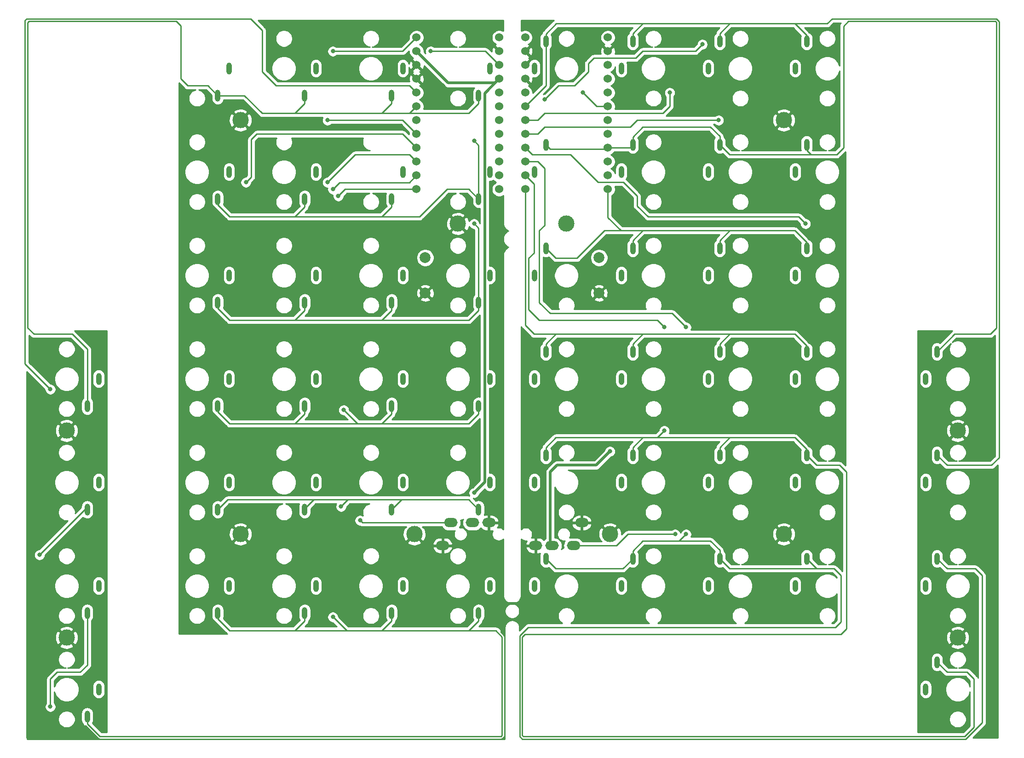
<source format=gbr>
%TF.GenerationSoftware,KiCad,Pcbnew,5.1.9+dfsg1-1*%
%TF.CreationDate,2021-04-08T16:28:42+09:00*%
%TF.ProjectId,not_enough_compositions,6e6f745f-656e-46f7-9567-685f636f6d70,rev?*%
%TF.SameCoordinates,Original*%
%TF.FileFunction,Copper,L1,Top*%
%TF.FilePolarity,Positive*%
%FSLAX46Y46*%
G04 Gerber Fmt 4.6, Leading zero omitted, Abs format (unit mm)*
G04 Created by KiCad (PCBNEW 5.1.9+dfsg1-1) date 2021-04-08 16:28:42*
%MOMM*%
%LPD*%
G01*
G04 APERTURE LIST*
%TA.AperFunction,ComponentPad*%
%ADD10C,3.000000*%
%TD*%
%TA.AperFunction,ComponentPad*%
%ADD11O,2.500000X1.700000*%
%TD*%
%TA.AperFunction,ComponentPad*%
%ADD12C,2.000000*%
%TD*%
%TA.AperFunction,ComponentPad*%
%ADD13C,1.524000*%
%TD*%
%TA.AperFunction,ComponentPad*%
%ADD14O,1.000000X2.200000*%
%TD*%
%TA.AperFunction,ViaPad*%
%ADD15C,0.800000*%
%TD*%
%TA.AperFunction,Conductor*%
%ADD16C,0.250000*%
%TD*%
%TA.AperFunction,Conductor*%
%ADD17C,0.500000*%
%TD*%
%TA.AperFunction,Conductor*%
%ADD18C,0.254000*%
%TD*%
%TA.AperFunction,Conductor*%
%ADD19C,0.100000*%
%TD*%
G04 APERTURE END LIST*
D10*
%TO.P,REF\u002A\u002A,1*%
%TO.N,GND*%
X222000000Y-142875600D03*
%TD*%
%TO.P,REF\u002A\u002A,1*%
%TO.N,GND*%
X222000000Y-104775440D03*
%TD*%
%TO.P,REF\u002A\u002A,1*%
%TO.N,GND*%
X190000000Y-123825520D03*
%TD*%
%TO.P,REF\u002A\u002A,1*%
%TO.N,GND*%
X190000000Y-47625200D03*
%TD*%
%TO.P,REF\u002A\u002A,1*%
%TO.N,GND*%
X158000000Y-123825520D03*
%TD*%
%TO.P,REF\u002A\u002A,1*%
%TO.N,N/C*%
X150000000Y-66675280D03*
%TD*%
%TO.P,REF\u002A\u002A,1*%
%TO.N,GND*%
X122000000Y-123825520D03*
%TD*%
%TO.P,REF\u002A\u002A,1*%
%TO.N,GND*%
X130000000Y-66675280D03*
%TD*%
%TO.P,REF\u002A\u002A,1*%
%TO.N,GND*%
X90000000Y-47625200D03*
%TD*%
%TO.P,REF\u002A\u002A,1*%
%TO.N,GND*%
X90000000Y-123825520D03*
%TD*%
%TO.P,REF\u002A\u002A,1*%
%TO.N,GND*%
X58000000Y-142875600D03*
%TD*%
%TO.P,REF\u002A\u002A,1*%
%TO.N,GND*%
X58000000Y-104775440D03*
%TD*%
D11*
%TO.P,J1,A*%
%TO.N,GND*%
X127200000Y-125925000D03*
%TO.P,J1,D*%
%TO.N,l_data*%
X128700000Y-121725000D03*
%TO.P,J1,C*%
%TO.N,l_VCC*%
X132700000Y-121725000D03*
%TO.P,J1,B*%
%TO.N,GND*%
X135700000Y-121725000D03*
%TD*%
%TO.P,J2,A*%
%TO.N,GND*%
X152800000Y-121725520D03*
%TO.P,J2,D*%
%TO.N,r_data*%
X151300000Y-125925520D03*
%TO.P,J2,C*%
%TO.N,r_VCC*%
X147300000Y-125925520D03*
%TO.P,J2,B*%
%TO.N,GND*%
X144300000Y-125925520D03*
%TD*%
D12*
%TO.P,SW1,2*%
%TO.N,GND*%
X124000000Y-79450320D03*
%TO.P,SW1,1*%
%TO.N,l_reset*%
X124000000Y-72950320D03*
%TD*%
%TO.P,SW2,1*%
%TO.N,GND*%
X156000000Y-79450320D03*
%TO.P,SW2,2*%
%TO.N,r_reset*%
X156000000Y-72950320D03*
%TD*%
D13*
%TO.P,U1,24*%
%TO.N,Net-(U1-Pad24)*%
X137608600Y-32397160D03*
%TO.P,U1,23*%
%TO.N,GND*%
X137608600Y-34937160D03*
%TO.P,U1,22*%
%TO.N,l_reset*%
X137608600Y-37477160D03*
%TO.P,U1,21*%
%TO.N,l_VCC*%
X137608600Y-40017160D03*
%TO.P,U1,20*%
%TO.N,Net-(U1-Pad20)*%
X137608600Y-42557160D03*
%TO.P,U1,19*%
%TO.N,l_row0*%
X137608600Y-45097160D03*
%TO.P,U1,18*%
%TO.N,Net-(U1-Pad18)*%
X137608600Y-47637160D03*
%TO.P,U1,17*%
%TO.N,Net-(U1-Pad17)*%
X137608600Y-50177160D03*
%TO.P,U1,16*%
%TO.N,l_col1*%
X137608600Y-52717160D03*
%TO.P,U1,15*%
%TO.N,Net-(U1-Pad15)*%
X137608600Y-55257160D03*
%TO.P,U1,14*%
%TO.N,Net-(U1-Pad14)*%
X137608600Y-57797160D03*
%TO.P,U1,13*%
%TO.N,l_col2*%
X137608600Y-60337160D03*
%TO.P,U1,12*%
%TO.N,l_col3*%
X122388600Y-60337160D03*
%TO.P,U1,11*%
%TO.N,l_col4*%
X122388600Y-57797160D03*
%TO.P,U1,10*%
%TO.N,l_col5*%
X122388600Y-55257160D03*
%TO.P,U1,9*%
%TO.N,l_row3*%
X122388600Y-52717160D03*
%TO.P,U1,8*%
%TO.N,l_row2*%
X122388600Y-50177160D03*
%TO.P,U1,7*%
%TO.N,l_row1*%
X122388600Y-47637160D03*
%TO.P,U1,6*%
%TO.N,l_col0*%
X122388600Y-45097160D03*
%TO.P,U1,5*%
%TO.N,l_row4*%
X122388600Y-42557160D03*
%TO.P,U1,4*%
%TO.N,GND*%
X122388600Y-40017160D03*
%TO.P,U1,3*%
X122388600Y-37477160D03*
%TO.P,U1,2*%
%TO.N,l_VCC*%
X122388600Y-34937160D03*
%TO.P,U1,1*%
%TO.N,l_data*%
X122388600Y-32397160D03*
%TD*%
%TO.P,U2,24*%
%TO.N,Net-(U2-Pad24)*%
X157608600Y-32397160D03*
%TO.P,U2,23*%
%TO.N,GND*%
X157608600Y-34937160D03*
%TO.P,U2,22*%
%TO.N,r_reset*%
X157608600Y-37477160D03*
%TO.P,U2,21*%
%TO.N,r_VCC*%
X157608600Y-40017160D03*
%TO.P,U2,20*%
%TO.N,Net-(U2-Pad20)*%
X157608600Y-42557160D03*
%TO.P,U2,19*%
%TO.N,r_row0*%
X157608600Y-45097160D03*
%TO.P,U2,18*%
%TO.N,Net-(U2-Pad18)*%
X157608600Y-47637160D03*
%TO.P,U2,17*%
%TO.N,Net-(U2-Pad17)*%
X157608600Y-50177160D03*
%TO.P,U2,16*%
%TO.N,r_col1*%
X157608600Y-52717160D03*
%TO.P,U2,15*%
%TO.N,Net-(U2-Pad15)*%
X157608600Y-55257160D03*
%TO.P,U2,14*%
%TO.N,Net-(U2-Pad14)*%
X157608600Y-57797160D03*
%TO.P,U2,13*%
%TO.N,r_col2*%
X157608600Y-60337160D03*
%TO.P,U2,12*%
%TO.N,r_col3*%
X142388600Y-60337160D03*
%TO.P,U2,11*%
%TO.N,r_col4*%
X142388600Y-57797160D03*
%TO.P,U2,10*%
%TO.N,r_col5*%
X142388600Y-55257160D03*
%TO.P,U2,9*%
%TO.N,r_row3*%
X142388600Y-52717160D03*
%TO.P,U2,8*%
%TO.N,r_row2*%
X142388600Y-50177160D03*
%TO.P,U2,7*%
%TO.N,r_row1*%
X142388600Y-47637160D03*
%TO.P,U2,6*%
%TO.N,r_col0*%
X142388600Y-45097160D03*
%TO.P,U2,5*%
%TO.N,r_row4*%
X142388600Y-42557160D03*
%TO.P,U2,4*%
%TO.N,GND*%
X142388600Y-40017160D03*
%TO.P,U2,3*%
X142388600Y-37477160D03*
%TO.P,U2,2*%
X142388600Y-34937160D03*
%TO.P,U2,1*%
%TO.N,r_data*%
X142388600Y-32397160D03*
%TD*%
D14*
%TO.P,SW3,2*%
%TO.N,Net-(D1-Pad2)*%
X135900000Y-38100000D03*
%TO.P,SW3,1*%
%TO.N,l_col0*%
X133800000Y-43100000D03*
%TD*%
%TO.P,SW4,1*%
%TO.N,l_col1*%
X133800000Y-62150000D03*
%TO.P,SW4,2*%
%TO.N,Net-(D2-Pad2)*%
X135900000Y-57150000D03*
%TD*%
%TO.P,SW5,2*%
%TO.N,Net-(D3-Pad2)*%
X135900000Y-76200000D03*
%TO.P,SW5,1*%
%TO.N,l_col2*%
X133800000Y-81200000D03*
%TD*%
%TO.P,SW6,1*%
%TO.N,l_col3*%
X133800000Y-100250000D03*
%TO.P,SW6,2*%
%TO.N,Net-(D4-Pad2)*%
X135900000Y-95250000D03*
%TD*%
%TO.P,SW7,1*%
%TO.N,l_col4*%
X133800000Y-119300000D03*
%TO.P,SW7,2*%
%TO.N,Net-(D5-Pad2)*%
X135900000Y-114300000D03*
%TD*%
%TO.P,SW8,2*%
%TO.N,Net-(D6-Pad2)*%
X135900000Y-133350000D03*
%TO.P,SW8,1*%
%TO.N,l_col5*%
X133800000Y-138350000D03*
%TD*%
%TO.P,SW9,1*%
%TO.N,r_col5*%
X146200000Y-128350560D03*
%TO.P,SW9,2*%
%TO.N,Net-(D7-Pad2)*%
X144100000Y-133350560D03*
%TD*%
%TO.P,SW10,2*%
%TO.N,Net-(D8-Pad2)*%
X144100000Y-114300480D03*
%TO.P,SW10,1*%
%TO.N,r_col4*%
X146200000Y-109300480D03*
%TD*%
%TO.P,SW11,1*%
%TO.N,r_col3*%
X146200000Y-90250400D03*
%TO.P,SW11,2*%
%TO.N,Net-(D9-Pad2)*%
X144100000Y-95250400D03*
%TD*%
%TO.P,SW12,2*%
%TO.N,Net-(D10-Pad2)*%
X144100000Y-76200320D03*
%TO.P,SW12,1*%
%TO.N,r_col2*%
X146200000Y-71200320D03*
%TD*%
%TO.P,SW13,1*%
%TO.N,r_col1*%
X146200000Y-52150240D03*
%TO.P,SW13,2*%
%TO.N,Net-(D11-Pad2)*%
X144100000Y-57150240D03*
%TD*%
%TO.P,SW14,2*%
%TO.N,Net-(D12-Pad2)*%
X144100000Y-38100160D03*
%TO.P,SW14,1*%
%TO.N,r_col0*%
X146200000Y-33100160D03*
%TD*%
%TO.P,SW15,1*%
%TO.N,l_col0*%
X117800000Y-43100000D03*
%TO.P,SW15,2*%
%TO.N,Net-(D13-Pad2)*%
X119900000Y-38100000D03*
%TD*%
%TO.P,SW16,1*%
%TO.N,l_col1*%
X117800000Y-62150000D03*
%TO.P,SW16,2*%
%TO.N,Net-(D14-Pad2)*%
X119900000Y-57150000D03*
%TD*%
%TO.P,SW17,2*%
%TO.N,Net-(D15-Pad2)*%
X119900000Y-76200000D03*
%TO.P,SW17,1*%
%TO.N,l_col2*%
X117800000Y-81200000D03*
%TD*%
%TO.P,SW18,2*%
%TO.N,Net-(D16-Pad2)*%
X119900000Y-95250000D03*
%TO.P,SW18,1*%
%TO.N,l_col3*%
X117800000Y-100250000D03*
%TD*%
%TO.P,SW19,1*%
%TO.N,l_col4*%
X117800000Y-119300000D03*
%TO.P,SW19,2*%
%TO.N,Net-(D17-Pad2)*%
X119900000Y-114300000D03*
%TD*%
%TO.P,SW20,2*%
%TO.N,Net-(D18-Pad2)*%
X119900000Y-133350000D03*
%TO.P,SW20,1*%
%TO.N,l_col5*%
X117800000Y-138350000D03*
%TD*%
%TO.P,SW21,1*%
%TO.N,r_col5*%
X162200000Y-128350560D03*
%TO.P,SW21,2*%
%TO.N,Net-(D19-Pad2)*%
X160100000Y-133350560D03*
%TD*%
%TO.P,SW22,2*%
%TO.N,Net-(D20-Pad2)*%
X160100000Y-114300480D03*
%TO.P,SW22,1*%
%TO.N,r_col4*%
X162200000Y-109300480D03*
%TD*%
%TO.P,SW23,1*%
%TO.N,r_col3*%
X162200000Y-90250400D03*
%TO.P,SW23,2*%
%TO.N,Net-(D21-Pad2)*%
X160100000Y-95250400D03*
%TD*%
%TO.P,SW24,2*%
%TO.N,Net-(D22-Pad2)*%
X160100000Y-76200320D03*
%TO.P,SW24,1*%
%TO.N,r_col2*%
X162200000Y-71200320D03*
%TD*%
%TO.P,SW25,1*%
%TO.N,r_col1*%
X162200000Y-52150240D03*
%TO.P,SW25,2*%
%TO.N,Net-(D23-Pad2)*%
X160100000Y-57150240D03*
%TD*%
%TO.P,SW26,2*%
%TO.N,Net-(D24-Pad2)*%
X160100000Y-38100160D03*
%TO.P,SW26,1*%
%TO.N,r_col0*%
X162200000Y-33100160D03*
%TD*%
%TO.P,SW27,1*%
%TO.N,l_col0*%
X101800000Y-43100000D03*
%TO.P,SW27,2*%
%TO.N,Net-(D25-Pad2)*%
X103900000Y-38100000D03*
%TD*%
%TO.P,SW28,2*%
%TO.N,Net-(D26-Pad2)*%
X103900000Y-57150000D03*
%TO.P,SW28,1*%
%TO.N,l_col1*%
X101800000Y-62150000D03*
%TD*%
%TO.P,SW29,1*%
%TO.N,l_col2*%
X101800000Y-81200000D03*
%TO.P,SW29,2*%
%TO.N,Net-(D27-Pad2)*%
X103900000Y-76200000D03*
%TD*%
%TO.P,SW30,2*%
%TO.N,Net-(D28-Pad2)*%
X103900000Y-95250000D03*
%TO.P,SW30,1*%
%TO.N,l_col3*%
X101800000Y-100250000D03*
%TD*%
%TO.P,SW31,1*%
%TO.N,l_col4*%
X101800000Y-119300000D03*
%TO.P,SW31,2*%
%TO.N,Net-(D29-Pad2)*%
X103900000Y-114300000D03*
%TD*%
%TO.P,SW32,2*%
%TO.N,Net-(D30-Pad2)*%
X103900000Y-133350000D03*
%TO.P,SW32,1*%
%TO.N,l_col5*%
X101800000Y-138350000D03*
%TD*%
%TO.P,SW33,1*%
%TO.N,r_col5*%
X178200000Y-128350560D03*
%TO.P,SW33,2*%
%TO.N,Net-(D31-Pad2)*%
X176100000Y-133350560D03*
%TD*%
%TO.P,SW34,2*%
%TO.N,Net-(D32-Pad2)*%
X176100000Y-114300480D03*
%TO.P,SW34,1*%
%TO.N,r_col4*%
X178200000Y-109300480D03*
%TD*%
%TO.P,SW35,1*%
%TO.N,r_col3*%
X178200000Y-90250400D03*
%TO.P,SW35,2*%
%TO.N,Net-(D33-Pad2)*%
X176100000Y-95250400D03*
%TD*%
%TO.P,SW36,2*%
%TO.N,Net-(D34-Pad2)*%
X176100000Y-76200320D03*
%TO.P,SW36,1*%
%TO.N,r_col2*%
X178200000Y-71200320D03*
%TD*%
%TO.P,SW37,1*%
%TO.N,r_col1*%
X178200000Y-52150240D03*
%TO.P,SW37,2*%
%TO.N,Net-(D35-Pad2)*%
X176100000Y-57150240D03*
%TD*%
%TO.P,SW38,2*%
%TO.N,Net-(D36-Pad2)*%
X176100000Y-38100160D03*
%TO.P,SW38,1*%
%TO.N,r_col0*%
X178200000Y-33100160D03*
%TD*%
%TO.P,SW39,2*%
%TO.N,Net-(D37-Pad2)*%
X87900000Y-38100000D03*
%TO.P,SW39,1*%
%TO.N,l_col0*%
X85800000Y-43100000D03*
%TD*%
%TO.P,SW40,1*%
%TO.N,l_col1*%
X85800000Y-62150000D03*
%TO.P,SW40,2*%
%TO.N,Net-(D38-Pad2)*%
X87900000Y-57150000D03*
%TD*%
%TO.P,SW41,2*%
%TO.N,Net-(D39-Pad2)*%
X87900000Y-76200000D03*
%TO.P,SW41,1*%
%TO.N,l_col2*%
X85800000Y-81200000D03*
%TD*%
%TO.P,SW42,1*%
%TO.N,l_col3*%
X85800000Y-100250000D03*
%TO.P,SW42,2*%
%TO.N,Net-(D40-Pad2)*%
X87900000Y-95250000D03*
%TD*%
%TO.P,SW43,2*%
%TO.N,Net-(D41-Pad2)*%
X87900000Y-114300000D03*
%TO.P,SW43,1*%
%TO.N,l_col4*%
X85800000Y-119300000D03*
%TD*%
%TO.P,SW44,1*%
%TO.N,l_col5*%
X85800000Y-138350000D03*
%TO.P,SW44,2*%
%TO.N,Net-(D42-Pad2)*%
X87900000Y-133350000D03*
%TD*%
%TO.P,SW45,2*%
%TO.N,Net-(D43-Pad2)*%
X192100000Y-133350560D03*
%TO.P,SW45,1*%
%TO.N,r_col5*%
X194200000Y-128350560D03*
%TD*%
%TO.P,SW46,1*%
%TO.N,r_col4*%
X194200000Y-109300480D03*
%TO.P,SW46,2*%
%TO.N,Net-(D44-Pad2)*%
X192100000Y-114300480D03*
%TD*%
%TO.P,SW47,1*%
%TO.N,r_col3*%
X194200000Y-90250400D03*
%TO.P,SW47,2*%
%TO.N,Net-(D45-Pad2)*%
X192100000Y-95250400D03*
%TD*%
%TO.P,SW48,2*%
%TO.N,Net-(D46-Pad2)*%
X192100000Y-76200320D03*
%TO.P,SW48,1*%
%TO.N,r_col2*%
X194200000Y-71200320D03*
%TD*%
%TO.P,SW49,2*%
%TO.N,Net-(D47-Pad2)*%
X192100000Y-57150240D03*
%TO.P,SW49,1*%
%TO.N,r_col1*%
X194200000Y-52150240D03*
%TD*%
%TO.P,SW50,1*%
%TO.N,r_col0*%
X194200000Y-33100160D03*
%TO.P,SW50,2*%
%TO.N,Net-(D48-Pad2)*%
X192100000Y-38100160D03*
%TD*%
%TO.P,SW51,2*%
%TO.N,Net-(D49-Pad2)*%
X63900000Y-95250000D03*
%TO.P,SW51,1*%
%TO.N,l_col0*%
X61800000Y-100250000D03*
%TD*%
%TO.P,SW52,1*%
%TO.N,l_col3*%
X61800000Y-119300000D03*
%TO.P,SW52,2*%
%TO.N,Net-(D50-Pad2)*%
X63900000Y-114300000D03*
%TD*%
%TO.P,SW53,2*%
%TO.N,Net-(D51-Pad2)*%
X63900000Y-133350000D03*
%TO.P,SW53,1*%
%TO.N,l_col4*%
X61800000Y-138350000D03*
%TD*%
%TO.P,SW54,1*%
%TO.N,l_col5*%
X61800000Y-157400000D03*
%TO.P,SW54,2*%
%TO.N,Net-(D52-Pad2)*%
X63900000Y-152400000D03*
%TD*%
%TO.P,SW55,2*%
%TO.N,Net-(D53-Pad2)*%
X216100000Y-133350000D03*
%TO.P,SW55,1*%
%TO.N,r_col5*%
X218200000Y-128350000D03*
%TD*%
%TO.P,SW56,1*%
%TO.N,r_col4*%
X218200000Y-147400000D03*
%TO.P,SW56,2*%
%TO.N,Net-(D54-Pad2)*%
X216100000Y-152400000D03*
%TD*%
%TO.P,SW57,2*%
%TO.N,Net-(D55-Pad2)*%
X216100000Y-95250000D03*
%TO.P,SW57,1*%
%TO.N,r_col1*%
X218200000Y-90250000D03*
%TD*%
%TO.P,SW58,1*%
%TO.N,r_col0*%
X218200000Y-109300000D03*
%TO.P,SW58,2*%
%TO.N,Net-(D56-Pad2)*%
X216100000Y-114300000D03*
%TD*%
D15*
%TO.N,r_row0*%
X153000000Y-42557160D03*
%TO.N,r_row1*%
X169000000Y-42557160D03*
%TO.N,l_row2*%
X106000000Y-47637160D03*
%TO.N,r_row2*%
X178000000Y-47637160D03*
%TO.N,l_row3*%
X91000000Y-59067160D03*
%TO.N,r_row3*%
X194000000Y-66687160D03*
%TO.N,l_row4*%
X55000000Y-97167160D03*
%TO.N,r_row4*%
X146000000Y-43827160D03*
X175000000Y-33667160D03*
%TO.N,GND*%
X107000000Y-32742215D03*
%TO.N,l_data*%
X107000000Y-34937160D03*
X112000000Y-121297160D03*
%TO.N,l_VCC*%
X133000000Y-116217160D03*
%TO.N,r_VCC*%
X158000000Y-108597160D03*
%TO.N,r_data*%
X170000000Y-123837160D03*
%TO.N,l_reset*%
X125000000Y-34937160D03*
%TO.N,l_col1*%
X133000000Y-51447160D03*
%TO.N,l_col2*%
X133000000Y-66687160D03*
%TO.N,l_col3*%
X108000000Y-61607160D03*
X109000000Y-100977160D03*
X53000000Y-127647160D03*
%TO.N,l_col4*%
X107000000Y-60337160D03*
X55000000Y-155587160D03*
X108500000Y-118757160D03*
%TO.N,l_col5*%
X106000000Y-59067160D03*
X107000000Y-139077160D03*
%TO.N,r_col5*%
X172000000Y-85737160D03*
X172000000Y-123837160D03*
%TO.N,r_col4*%
X168000000Y-85737160D03*
X168000000Y-104787160D03*
%TD*%
D16*
%TO.N,r_row0*%
X155540000Y-45097160D02*
X157608600Y-45097160D01*
X153000000Y-42557160D02*
X155540000Y-45097160D01*
%TO.N,r_row1*%
X142388600Y-47637160D02*
X144730000Y-47637160D01*
X144730000Y-47637160D02*
X146000000Y-46367160D01*
X146000000Y-46367160D02*
X167730000Y-46367160D01*
X169000000Y-45097160D02*
X169000000Y-42557160D01*
X167730000Y-46367160D02*
X169000000Y-45097160D01*
%TO.N,l_row2*%
X122388600Y-50177160D02*
X119848600Y-47637160D01*
X119848600Y-47637160D02*
X106000000Y-47637160D01*
%TO.N,r_row2*%
X142388600Y-50177160D02*
X144730000Y-50177160D01*
X144730000Y-50177160D02*
X146000000Y-48907160D01*
X146000000Y-48907160D02*
X161730000Y-48907160D01*
X163000000Y-47637160D02*
X178000000Y-47637160D01*
X161730000Y-48907160D02*
X163000000Y-47637160D01*
%TO.N,l_row3*%
X122388600Y-52717160D02*
X119848600Y-50177160D01*
X91000000Y-59067160D02*
X92000000Y-58067160D01*
X92000000Y-51177160D02*
X93000000Y-50177160D01*
X92000000Y-58067160D02*
X92000000Y-51177160D01*
X119848600Y-50177160D02*
X93000000Y-50177160D01*
%TO.N,r_row3*%
X160460000Y-59067160D02*
X163000000Y-61607160D01*
X163000000Y-61607160D02*
X163000000Y-63417160D01*
X163000000Y-63417160D02*
X165000000Y-65417160D01*
X192730000Y-65417160D02*
X194000000Y-66687160D01*
X165000000Y-65417160D02*
X192730000Y-65417160D01*
X160460000Y-59067160D02*
X155810000Y-59067160D01*
X155810000Y-59067160D02*
X150730000Y-53987160D01*
X143658600Y-53987160D02*
X142388600Y-52717160D01*
X150730000Y-53987160D02*
X143658600Y-53987160D01*
%TO.N,l_row4*%
X94000000Y-31127160D02*
X94000000Y-38747160D01*
X91847821Y-28974981D02*
X94000000Y-31127160D01*
X50612179Y-28974981D02*
X91847821Y-28974981D01*
X121118600Y-41287160D02*
X122388600Y-42557160D01*
X50350010Y-29237150D02*
X50612179Y-28974981D01*
X96540000Y-41287160D02*
X121118600Y-41287160D01*
X94000000Y-38747160D02*
X96540000Y-41287160D01*
X50350010Y-92517170D02*
X50350010Y-92237150D01*
X55000000Y-97167160D02*
X50350010Y-92517170D01*
X50350010Y-92237150D02*
X50350010Y-29237150D01*
%TO.N,r_row4*%
X146000000Y-43827160D02*
X148540000Y-41287160D01*
X148540000Y-41287160D02*
X151460000Y-41287160D01*
X151460000Y-41287160D02*
X154000000Y-38747160D01*
X154000000Y-38747160D02*
X154000000Y-37207160D01*
X154000000Y-37207160D02*
X155000000Y-36207160D01*
X155000000Y-36207160D02*
X162730000Y-36207160D01*
X162730000Y-36207160D02*
X164000000Y-34937160D01*
X173730000Y-34937160D02*
X175000000Y-33667160D01*
X164000000Y-34937160D02*
X173730000Y-34937160D01*
%TO.N,l_data*%
X119848600Y-34937160D02*
X122388600Y-32397160D01*
X107000000Y-34937160D02*
X119848600Y-34937160D01*
X112427840Y-121725000D02*
X112000000Y-121297160D01*
X128700000Y-121725000D02*
X112427840Y-121725000D01*
D17*
%TO.N,l_VCC*%
X128230599Y-40779159D02*
X122388600Y-34937160D01*
X136846601Y-40779159D02*
X128230599Y-40779159D01*
X137608600Y-40017160D02*
X136846601Y-40779159D01*
X137608600Y-40017160D02*
X134949990Y-42675770D01*
X134949990Y-42675770D02*
X134949990Y-114267170D01*
X134949990Y-114267170D02*
X133000000Y-116217160D01*
%TO.N,r_VCC*%
X158000000Y-108597160D02*
X155460000Y-111137160D01*
X155460000Y-111137160D02*
X148270000Y-111137160D01*
X148270000Y-111137160D02*
X147000000Y-112407160D01*
X147000000Y-125625520D02*
X147300000Y-125925520D01*
X147000000Y-112407160D02*
X147000000Y-125625520D01*
D16*
%TO.N,r_data*%
X159181640Y-125925520D02*
X151300000Y-125925520D01*
X161270000Y-123837160D02*
X159181640Y-125925520D01*
X170000000Y-123837160D02*
X161270000Y-123837160D01*
%TO.N,l_reset*%
X135068600Y-34937160D02*
X137608600Y-37477160D01*
X125000000Y-34937160D02*
X135068600Y-34937160D01*
%TO.N,l_col0*%
X133800000Y-44567160D02*
X132000000Y-46367160D01*
X133800000Y-43100000D02*
X133800000Y-44567160D01*
X117800000Y-44567160D02*
X116000000Y-46367160D01*
X117800000Y-43100000D02*
X117800000Y-44567160D01*
X101800000Y-44567160D02*
X100000000Y-46367160D01*
X101800000Y-43100000D02*
X101800000Y-44567160D01*
X116000000Y-46367160D02*
X100000000Y-46367160D01*
X132000000Y-46367160D02*
X127000000Y-46367160D01*
X121118600Y-46367160D02*
X121000000Y-46367160D01*
X122388600Y-45097160D02*
X121118600Y-46367160D01*
X121000000Y-46367160D02*
X116000000Y-46367160D01*
X127000000Y-46367160D02*
X121000000Y-46367160D01*
X78144978Y-29424990D02*
X79000000Y-30280012D01*
X50849990Y-29630022D02*
X51055022Y-29424990D01*
X50849990Y-85869978D02*
X50849990Y-29630022D01*
X51987172Y-87007160D02*
X50849990Y-85869978D01*
X51055022Y-29424990D02*
X78144978Y-29424990D01*
X59000000Y-87007160D02*
X51987172Y-87007160D01*
X61800000Y-89807160D02*
X59000000Y-87007160D01*
X61800000Y-100250000D02*
X61800000Y-89807160D01*
X85800000Y-43100000D02*
X90732840Y-43100000D01*
X94000000Y-46367160D02*
X100000000Y-46367160D01*
X90732840Y-43100000D02*
X94000000Y-46367160D01*
X85800000Y-43100000D02*
X85800000Y-43087160D01*
X85800000Y-43087160D02*
X84000000Y-41287160D01*
X80270000Y-41287160D02*
X79000000Y-40017160D01*
X84000000Y-41287160D02*
X80270000Y-41287160D01*
X79000000Y-30280012D02*
X79000000Y-40017160D01*
%TO.N,l_col1*%
X85800000Y-62150000D02*
X85800000Y-63217160D01*
X85800000Y-63217160D02*
X88000000Y-65417160D01*
X117800000Y-63617160D02*
X116000000Y-65417160D01*
X117800000Y-62150000D02*
X117800000Y-63617160D01*
X101800000Y-63617160D02*
X100000000Y-65417160D01*
X101800000Y-62150000D02*
X101800000Y-63617160D01*
X100000000Y-65417160D02*
X88000000Y-65417160D01*
X116000000Y-65417160D02*
X100000000Y-65417160D01*
X133800000Y-52247160D02*
X133000000Y-51447160D01*
X133800000Y-62150000D02*
X133800000Y-52247160D01*
X116000000Y-65417160D02*
X122920000Y-65417160D01*
X122920000Y-65417160D02*
X128000000Y-60337160D01*
X131987160Y-60337160D02*
X133800000Y-62150000D01*
X128000000Y-60337160D02*
X131987160Y-60337160D01*
%TO.N,l_col2*%
X85800000Y-81200000D02*
X85800000Y-82267160D01*
X85800000Y-82267160D02*
X88000000Y-84467160D01*
X133800000Y-81200000D02*
X133800000Y-82667160D01*
X133800000Y-82667160D02*
X132000000Y-84467160D01*
X117800000Y-82667160D02*
X116000000Y-84467160D01*
X117800000Y-81200000D02*
X117800000Y-82667160D01*
X132000000Y-84467160D02*
X116000000Y-84467160D01*
X101800000Y-82667160D02*
X100000000Y-84467160D01*
X101800000Y-81200000D02*
X101800000Y-82667160D01*
X100000000Y-84467160D02*
X88000000Y-84467160D01*
X133800000Y-67487160D02*
X133000000Y-66687160D01*
X133800000Y-81200000D02*
X133800000Y-67487160D01*
X116000000Y-84467160D02*
X100000000Y-84467160D01*
%TO.N,l_col3*%
X61800000Y-119300000D02*
X61800000Y-119847160D01*
X85800000Y-100250000D02*
X85800000Y-101317160D01*
X85800000Y-101317160D02*
X88000000Y-103517160D01*
X133800000Y-100250000D02*
X133800000Y-101717160D01*
X133800000Y-101717160D02*
X132000000Y-103517160D01*
X117800000Y-101717160D02*
X116000000Y-103517160D01*
X117800000Y-100250000D02*
X117800000Y-101717160D01*
X132000000Y-103517160D02*
X116000000Y-103517160D01*
X101800000Y-101717160D02*
X100000000Y-103517160D01*
X101800000Y-100250000D02*
X101800000Y-101717160D01*
X100000000Y-103517160D02*
X88000000Y-103517160D01*
X102460000Y-103517160D02*
X102000000Y-103517160D01*
X102000000Y-103517160D02*
X100000000Y-103517160D01*
X122388600Y-60337160D02*
X109270000Y-60337160D01*
X109270000Y-60337160D02*
X108000000Y-61607160D01*
X109000000Y-100977160D02*
X111540000Y-103517160D01*
X111540000Y-103517160D02*
X112000000Y-103517160D01*
X112000000Y-103517160D02*
X102000000Y-103517160D01*
X116000000Y-103517160D02*
X112000000Y-103517160D01*
X61347160Y-119300000D02*
X53000000Y-127647160D01*
X61800000Y-119300000D02*
X61347160Y-119300000D01*
%TO.N,l_col4*%
X133800000Y-119300000D02*
X133800000Y-119287160D01*
X133800000Y-119287160D02*
X132000000Y-117487160D01*
X119612840Y-117487160D02*
X117800000Y-119300000D01*
X132000000Y-117487160D02*
X119612840Y-117487160D01*
X122388600Y-57797160D02*
X121060759Y-59125001D01*
X121060759Y-59125001D02*
X108212159Y-59125001D01*
X108212159Y-59125001D02*
X107000000Y-60337160D01*
X61800000Y-138350000D02*
X61800000Y-138627160D01*
X61800000Y-138350000D02*
X61800000Y-138456250D01*
X61800000Y-138350000D02*
X61800000Y-147937160D01*
X61800000Y-147937160D02*
X60500000Y-149237160D01*
X60500000Y-149237160D02*
X56270000Y-149237160D01*
X55000000Y-150507160D02*
X55000000Y-155587160D01*
X56270000Y-149237160D02*
X55000000Y-150507160D01*
X87612840Y-117487160D02*
X85800000Y-119300000D01*
X101800000Y-119187160D02*
X103500000Y-117487160D01*
X103500000Y-117487160D02*
X87612840Y-117487160D01*
X101800000Y-119300000D02*
X101800000Y-119187160D01*
X109770000Y-117487160D02*
X110000000Y-117487160D01*
X108500000Y-118757160D02*
X109770000Y-117487160D01*
X110000000Y-117487160D02*
X103500000Y-117487160D01*
X119612840Y-117487160D02*
X110000000Y-117487160D01*
%TO.N,l_col5*%
X122388600Y-55257160D02*
X121118600Y-53987160D01*
X111080000Y-53987160D02*
X106000000Y-59067160D01*
X121118600Y-53987160D02*
X111080000Y-53987160D01*
X88000000Y-141617160D02*
X85800000Y-139417160D01*
X85800000Y-139417160D02*
X85800000Y-138350000D01*
X133800000Y-139817160D02*
X132000000Y-141617160D01*
X133800000Y-138350000D02*
X133800000Y-139817160D01*
X101800000Y-138350000D02*
X101800000Y-139817160D01*
X100000000Y-141617160D02*
X88000000Y-141617160D01*
X101800000Y-139817160D02*
X100000000Y-141617160D01*
X117800000Y-139817160D02*
X116000000Y-141617160D01*
X117800000Y-138350000D02*
X117800000Y-139817160D01*
X102000000Y-141617160D02*
X100000000Y-141617160D01*
X102460000Y-141617160D02*
X102000000Y-141617160D01*
X111540000Y-141617160D02*
X112000000Y-141617160D01*
X116000000Y-141617160D02*
X112000000Y-141617160D01*
X138150010Y-142730022D02*
X137037148Y-141617160D01*
X138150010Y-160882138D02*
X138150010Y-142730022D01*
X137944978Y-161087170D02*
X138150010Y-160882138D01*
X64137170Y-161087170D02*
X137944978Y-161087170D01*
X61800000Y-158750000D02*
X64137170Y-161087170D01*
X61800000Y-157400000D02*
X61800000Y-158750000D01*
X137037148Y-141617160D02*
X130000000Y-141617160D01*
X130000000Y-141617160D02*
X116000000Y-141617160D01*
X132000000Y-141617160D02*
X130000000Y-141617160D01*
X109540000Y-141617160D02*
X110000000Y-141617160D01*
X107000000Y-139077160D02*
X109540000Y-141617160D01*
X110000000Y-141617160D02*
X102000000Y-141617160D01*
X112000000Y-141617160D02*
X110000000Y-141617160D01*
%TO.N,r_col5*%
X162200000Y-128350560D02*
X162200000Y-126907160D01*
X162200000Y-126907160D02*
X164000000Y-125107160D01*
X146200000Y-128350560D02*
X148036600Y-130187160D01*
X160363400Y-130187160D02*
X162200000Y-128350560D01*
X148036600Y-130187160D02*
X160363400Y-130187160D01*
X178200000Y-128350560D02*
X178200000Y-126907160D01*
X142388600Y-55257160D02*
X143973660Y-55257160D01*
X143973660Y-55257160D02*
X144730000Y-55257160D01*
X144730000Y-55257160D02*
X146000000Y-56527160D01*
X146000000Y-56527160D02*
X146000000Y-66957160D01*
X146000000Y-66957160D02*
X145000000Y-67957160D01*
X145000000Y-67957160D02*
X145000000Y-81197160D01*
X145000000Y-81197160D02*
X147000000Y-83197160D01*
X166000000Y-125107160D02*
X166730000Y-125107160D01*
X164000000Y-125107160D02*
X166000000Y-125107160D01*
X169460000Y-83197160D02*
X172000000Y-85737160D01*
X147000000Y-83197160D02*
X169460000Y-83197160D01*
X170730000Y-125107160D02*
X172000000Y-123837160D01*
X170000000Y-125107160D02*
X170730000Y-125107160D01*
X166000000Y-125107160D02*
X170000000Y-125107160D01*
X226500000Y-131457160D02*
X225230000Y-130187160D01*
X194200000Y-128350560D02*
X196036600Y-130187160D01*
X196036600Y-130187160D02*
X199230000Y-130187160D01*
X142961442Y-140982160D02*
X141399980Y-142543622D01*
X200500000Y-139982160D02*
X199500000Y-140982160D01*
X200500000Y-131457160D02*
X200500000Y-139982160D01*
X199500000Y-140982160D02*
X142961442Y-140982160D01*
X141399980Y-142543622D02*
X141399981Y-161068539D01*
X141399981Y-161068539D02*
X141868622Y-161537180D01*
X220037160Y-130187160D02*
X218200000Y-128350000D01*
X199230000Y-130187160D02*
X200500000Y-131457160D01*
X142149990Y-161587150D02*
X223446420Y-161587150D01*
X141868622Y-161537180D02*
X142100020Y-161537180D01*
X226500000Y-158533570D02*
X226500000Y-131457160D01*
X223446420Y-161587150D02*
X226500000Y-158533570D01*
X225230000Y-130187160D02*
X220037160Y-130187160D01*
X142100020Y-161537180D02*
X142149990Y-161587150D01*
X178200000Y-126807160D02*
X176500000Y-125107160D01*
X178200000Y-128350560D02*
X178200000Y-126807160D01*
X170000000Y-125107160D02*
X176500000Y-125107160D01*
X178200000Y-128350560D02*
X180036600Y-130187160D01*
X180036600Y-130187160D02*
X196036600Y-130187160D01*
%TO.N,r_col4*%
X194200000Y-109300480D02*
X194200000Y-108257160D01*
X194200000Y-108257160D02*
X192000000Y-106057160D01*
X146200000Y-109300480D02*
X146200000Y-107857160D01*
X146200000Y-107857160D02*
X148000000Y-106057160D01*
X162200000Y-107857160D02*
X164000000Y-106057160D01*
X162200000Y-109300480D02*
X162200000Y-107857160D01*
X148000000Y-106057160D02*
X164000000Y-106057160D01*
X178200000Y-107857160D02*
X180000000Y-106057160D01*
X178200000Y-109300480D02*
X178200000Y-107857160D01*
X180000000Y-106057160D02*
X192000000Y-106057160D01*
X142388600Y-57797160D02*
X144000000Y-59408560D01*
X144000000Y-59408560D02*
X144000000Y-72037160D01*
X144000000Y-72037160D02*
X143000000Y-73037160D01*
X143000000Y-73037160D02*
X143000000Y-82467160D01*
X143000000Y-82467160D02*
X145000000Y-84467160D01*
X166730000Y-84467160D02*
X168000000Y-85737160D01*
X145000000Y-84467160D02*
X166730000Y-84467160D01*
X166730000Y-106057160D02*
X166000000Y-106057160D01*
X168000000Y-104787160D02*
X166730000Y-106057160D01*
X166000000Y-106057160D02*
X180000000Y-106057160D01*
X164000000Y-106057160D02*
X166000000Y-106057160D01*
X194200000Y-109300480D02*
X196036680Y-111137160D01*
X196036680Y-111137160D02*
X200230000Y-111137160D01*
X200230000Y-111137160D02*
X201500000Y-112407160D01*
X201500000Y-112407160D02*
X201500000Y-141252160D01*
X201500000Y-141252160D02*
X200500000Y-142252160D01*
X142055022Y-161087170D02*
X223309990Y-161087170D01*
X141849990Y-160882138D02*
X142055022Y-161087170D01*
X141849990Y-142730022D02*
X141849990Y-160882138D01*
X142327852Y-142252160D02*
X141849990Y-142730022D01*
X200500000Y-142252160D02*
X142327852Y-142252160D01*
X218200000Y-147400000D02*
X220037160Y-149237160D01*
X220037160Y-149237160D02*
X223730000Y-149237160D01*
X223730000Y-149237160D02*
X225000000Y-150507160D01*
X225000000Y-159397160D02*
X223309990Y-161087170D01*
X225000000Y-150507160D02*
X225000000Y-159397160D01*
%TO.N,r_col3*%
X194200000Y-89207160D02*
X194200000Y-90250400D01*
X192000000Y-87007160D02*
X194200000Y-89207160D01*
X146200000Y-88807160D02*
X148000000Y-87007160D01*
X146200000Y-90250400D02*
X146200000Y-88807160D01*
X162200000Y-90250400D02*
X162200000Y-88807160D01*
X162200000Y-88807160D02*
X164000000Y-87007160D01*
X178200000Y-90250400D02*
X178200000Y-88807160D01*
X180000000Y-87007160D02*
X192000000Y-87007160D01*
X178200000Y-88807160D02*
X180000000Y-87007160D01*
X164000000Y-87007160D02*
X180000000Y-87007160D01*
X142388600Y-60337160D02*
X142388600Y-85395760D01*
X144000000Y-87007160D02*
X149000000Y-87007160D01*
X142388600Y-85395760D02*
X144000000Y-87007160D01*
X149000000Y-87007160D02*
X164000000Y-87007160D01*
X148000000Y-87007160D02*
X149000000Y-87007160D01*
%TO.N,r_col2*%
X194200000Y-71200320D02*
X194200000Y-70157160D01*
X194200000Y-70157160D02*
X192000000Y-67957160D01*
X162200000Y-69757160D02*
X164000000Y-67957160D01*
X162200000Y-71200320D02*
X162200000Y-69757160D01*
X178200000Y-69757160D02*
X180000000Y-67957160D01*
X178200000Y-71200320D02*
X178200000Y-69757160D01*
X180000000Y-67957160D02*
X192000000Y-67957160D01*
X164000000Y-67957160D02*
X180000000Y-67957160D01*
X157608600Y-65565760D02*
X160000000Y-67957160D01*
X157608600Y-60337160D02*
X157608600Y-65565760D01*
X160000000Y-67957160D02*
X164000000Y-67957160D01*
X146200000Y-71200320D02*
X148036840Y-73037160D01*
X148036840Y-73037160D02*
X151920000Y-73037160D01*
X157000000Y-67957160D02*
X160000000Y-67957160D01*
X151920000Y-73037160D02*
X157000000Y-67957160D01*
%TO.N,r_col1*%
X162200000Y-52150240D02*
X162200000Y-50707160D01*
X162200000Y-50707160D02*
X164000000Y-48907160D01*
X178200000Y-52150240D02*
X178200000Y-50707160D01*
X161633080Y-52717160D02*
X162200000Y-52150240D01*
X157608600Y-52717160D02*
X161633080Y-52717160D01*
X146200000Y-52150240D02*
X146200000Y-52187160D01*
X157400519Y-52925241D02*
X157608600Y-52717160D01*
X146975001Y-52925241D02*
X157400519Y-52925241D01*
X146200000Y-52150240D02*
X146975001Y-52925241D01*
X228944978Y-29437150D02*
X229150010Y-29642182D01*
X201855022Y-29437150D02*
X228944978Y-29437150D01*
X201000000Y-30292172D02*
X201855022Y-29437150D01*
X201000000Y-46367160D02*
X201000000Y-30292172D01*
X229150010Y-29642182D02*
X229150010Y-85869978D01*
X229150010Y-85869978D02*
X228012828Y-87007160D01*
X221442840Y-87007160D02*
X218200000Y-90250000D01*
X228012828Y-87007160D02*
X221442840Y-87007160D01*
X178200000Y-50607160D02*
X176500000Y-48907160D01*
X178200000Y-52150240D02*
X178200000Y-50607160D01*
X164000000Y-48907160D02*
X176500000Y-48907160D01*
X178200000Y-52150240D02*
X180036920Y-53987160D01*
X201000000Y-52717160D02*
X201000000Y-46367160D01*
X199730000Y-53987160D02*
X201000000Y-52717160D01*
X194200000Y-52150240D02*
X194200000Y-53187160D01*
X195000000Y-53987160D02*
X199730000Y-53987160D01*
X194200000Y-53187160D02*
X195000000Y-53987160D01*
X180036920Y-53987160D02*
X195000000Y-53987160D01*
%TO.N,r_col0*%
X194200000Y-33100160D02*
X194200000Y-32057160D01*
X194200000Y-32057160D02*
X192000000Y-29857160D01*
X146200000Y-31750160D02*
X148093000Y-29857160D01*
X146200000Y-33100160D02*
X146200000Y-31750160D01*
X162200000Y-31657160D02*
X164000000Y-29857160D01*
X162200000Y-33100160D02*
X162200000Y-31657160D01*
X148093000Y-29857160D02*
X164000000Y-29857160D01*
X178200000Y-33100160D02*
X178200000Y-31657160D01*
X180000000Y-29857160D02*
X192000000Y-29857160D01*
X178200000Y-31657160D02*
X180000000Y-29857160D01*
X164000000Y-29857160D02*
X180000000Y-29857160D01*
X146200000Y-41285760D02*
X146200000Y-33100160D01*
X142388600Y-45097160D02*
X146200000Y-41285760D01*
X192000000Y-29857160D02*
X198000000Y-29857160D01*
X229131379Y-28987141D02*
X229600020Y-29455782D01*
X198870019Y-28987141D02*
X229131379Y-28987141D01*
X198000000Y-29857160D02*
X198870019Y-28987141D01*
X229600020Y-103917140D02*
X229600020Y-88377180D01*
X218200000Y-109300000D02*
X218200000Y-108587160D01*
X229600020Y-88377180D02*
X229600020Y-89487140D01*
X229600020Y-29455782D02*
X229600020Y-88377180D01*
X218200000Y-109300000D02*
X220037160Y-111137160D01*
X220037160Y-111137160D02*
X228230000Y-111137160D01*
X229600020Y-109767140D02*
X229600020Y-103917140D01*
X228230000Y-111137160D02*
X229600020Y-109767140D01*
%TD*%
D18*
%TO.N,GND*%
X65340001Y-160327170D02*
X64451972Y-160327170D01*
X62751816Y-158627015D01*
X62853676Y-158436447D01*
X62918577Y-158222499D01*
X62935000Y-158055752D01*
X62935000Y-156744248D01*
X62918577Y-156577501D01*
X62853676Y-156363553D01*
X62748284Y-156166377D01*
X62606449Y-155993551D01*
X62433623Y-155851716D01*
X62236447Y-155746324D01*
X62022499Y-155681423D01*
X61800000Y-155659509D01*
X61577502Y-155681423D01*
X61363554Y-155746324D01*
X61166378Y-155851716D01*
X60993552Y-155993551D01*
X60851717Y-156166377D01*
X60746324Y-156363553D01*
X60681423Y-156577501D01*
X60665000Y-156744248D01*
X60665000Y-158055751D01*
X60681423Y-158222498D01*
X60746324Y-158436446D01*
X60851716Y-158633623D01*
X60993551Y-158806449D01*
X61046134Y-158849603D01*
X61050998Y-158898985D01*
X61094454Y-159042246D01*
X61165026Y-159174276D01*
X61225674Y-159248175D01*
X61260000Y-159290001D01*
X61288998Y-159313799D01*
X63252358Y-161277160D01*
X50660000Y-161277160D01*
X50660000Y-157743891D01*
X56415000Y-157743891D01*
X56415000Y-158056109D01*
X56475911Y-158362327D01*
X56595391Y-158650779D01*
X56768850Y-158910379D01*
X56989621Y-159131150D01*
X57249221Y-159304609D01*
X57537673Y-159424089D01*
X57843891Y-159485000D01*
X58156109Y-159485000D01*
X58462327Y-159424089D01*
X58750779Y-159304609D01*
X59010379Y-159131150D01*
X59231150Y-158910379D01*
X59404609Y-158650779D01*
X59524089Y-158362327D01*
X59585000Y-158056109D01*
X59585000Y-157743891D01*
X59524089Y-157437673D01*
X59404609Y-157149221D01*
X59231150Y-156889621D01*
X59010379Y-156668850D01*
X58750779Y-156495391D01*
X58462327Y-156375911D01*
X58156109Y-156315000D01*
X57843891Y-156315000D01*
X57537673Y-156375911D01*
X57249221Y-156495391D01*
X56989621Y-156668850D01*
X56768850Y-156889621D01*
X56595391Y-157149221D01*
X56475911Y-157437673D01*
X56415000Y-157743891D01*
X50660000Y-157743891D01*
X50660000Y-155485221D01*
X53965000Y-155485221D01*
X53965000Y-155689099D01*
X54004774Y-155889058D01*
X54082795Y-156077416D01*
X54196063Y-156246934D01*
X54340226Y-156391097D01*
X54509744Y-156504365D01*
X54698102Y-156582386D01*
X54898061Y-156622160D01*
X55101939Y-156622160D01*
X55301898Y-156582386D01*
X55490256Y-156504365D01*
X55659774Y-156391097D01*
X55803937Y-156246934D01*
X55917205Y-156077416D01*
X55995226Y-155889058D01*
X56035000Y-155689099D01*
X56035000Y-155485221D01*
X55995226Y-155285262D01*
X55917205Y-155096904D01*
X55803937Y-154927386D01*
X55760000Y-154883449D01*
X55760000Y-152851284D01*
X55802811Y-153066510D01*
X55975059Y-153482353D01*
X56225125Y-153856603D01*
X56543397Y-154174875D01*
X56917647Y-154424941D01*
X57333490Y-154597189D01*
X57774947Y-154685000D01*
X58225053Y-154685000D01*
X58666510Y-154597189D01*
X59082353Y-154424941D01*
X59456603Y-154174875D01*
X59774875Y-153856603D01*
X60024941Y-153482353D01*
X60197189Y-153066510D01*
X60285000Y-152625053D01*
X60285000Y-152174947D01*
X60199329Y-151744248D01*
X62765000Y-151744248D01*
X62765000Y-153055751D01*
X62781423Y-153222498D01*
X62846324Y-153436446D01*
X62951716Y-153633623D01*
X63093551Y-153806449D01*
X63266377Y-153948284D01*
X63463553Y-154053676D01*
X63677501Y-154118577D01*
X63900000Y-154140491D01*
X64122498Y-154118577D01*
X64336446Y-154053676D01*
X64533623Y-153948284D01*
X64706449Y-153806449D01*
X64848284Y-153633623D01*
X64953676Y-153436447D01*
X65018577Y-153222499D01*
X65035000Y-153055752D01*
X65035000Y-151744248D01*
X65018577Y-151577501D01*
X64953676Y-151363553D01*
X64848284Y-151166377D01*
X64706449Y-150993551D01*
X64533623Y-150851716D01*
X64336447Y-150746324D01*
X64122499Y-150681423D01*
X63900000Y-150659509D01*
X63677502Y-150681423D01*
X63463554Y-150746324D01*
X63266378Y-150851716D01*
X63093552Y-150993551D01*
X62951717Y-151166377D01*
X62846324Y-151363553D01*
X62781423Y-151577501D01*
X62765000Y-151744248D01*
X60199329Y-151744248D01*
X60197189Y-151733490D01*
X60024941Y-151317647D01*
X59774875Y-150943397D01*
X59456603Y-150625125D01*
X59082353Y-150375059D01*
X58666510Y-150202811D01*
X58225053Y-150115000D01*
X57774947Y-150115000D01*
X57333490Y-150202811D01*
X56917647Y-150375059D01*
X56543397Y-150625125D01*
X56225125Y-150943397D01*
X55975059Y-151317647D01*
X55802811Y-151733490D01*
X55760000Y-151948716D01*
X55760000Y-150821961D01*
X56584802Y-149997160D01*
X60462678Y-149997160D01*
X60500000Y-150000836D01*
X60537322Y-149997160D01*
X60537333Y-149997160D01*
X60648986Y-149986163D01*
X60792247Y-149942706D01*
X60924276Y-149872134D01*
X61040001Y-149777161D01*
X61063804Y-149748157D01*
X62311003Y-148500959D01*
X62340001Y-148477161D01*
X62434974Y-148361436D01*
X62505546Y-148229407D01*
X62549003Y-148086146D01*
X62560000Y-147974493D01*
X62560000Y-147974485D01*
X62563676Y-147937160D01*
X62560000Y-147899835D01*
X62560000Y-139794569D01*
X62606449Y-139756449D01*
X62748284Y-139583623D01*
X62853676Y-139386447D01*
X62918577Y-139172499D01*
X62935000Y-139005752D01*
X62935000Y-137694248D01*
X62918577Y-137527501D01*
X62853676Y-137313553D01*
X62748284Y-137116377D01*
X62606449Y-136943551D01*
X62433623Y-136801716D01*
X62236447Y-136696324D01*
X62022499Y-136631423D01*
X61800000Y-136609509D01*
X61577502Y-136631423D01*
X61363554Y-136696324D01*
X61166378Y-136801716D01*
X60993552Y-136943551D01*
X60851717Y-137116377D01*
X60746324Y-137313553D01*
X60681423Y-137527501D01*
X60665000Y-137694248D01*
X60665000Y-139005751D01*
X60681423Y-139172498D01*
X60746324Y-139386446D01*
X60851716Y-139583623D01*
X60993551Y-139756449D01*
X61040000Y-139794569D01*
X61040001Y-147622357D01*
X60185199Y-148477160D01*
X58195523Y-148477160D01*
X58462327Y-148424089D01*
X58750779Y-148304609D01*
X59010379Y-148131150D01*
X59231150Y-147910379D01*
X59404609Y-147650779D01*
X59524089Y-147362327D01*
X59585000Y-147056109D01*
X59585000Y-146743891D01*
X59524089Y-146437673D01*
X59404609Y-146149221D01*
X59231150Y-145889621D01*
X59010379Y-145668850D01*
X58750779Y-145495391D01*
X58462327Y-145375911D01*
X58156109Y-145315000D01*
X57843891Y-145315000D01*
X57537673Y-145375911D01*
X57249221Y-145495391D01*
X56989621Y-145668850D01*
X56768850Y-145889621D01*
X56595391Y-146149221D01*
X56475911Y-146437673D01*
X56415000Y-146743891D01*
X56415000Y-147056109D01*
X56475911Y-147362327D01*
X56595391Y-147650779D01*
X56768850Y-147910379D01*
X56989621Y-148131150D01*
X57249221Y-148304609D01*
X57537673Y-148424089D01*
X57804477Y-148477160D01*
X56307322Y-148477160D01*
X56269999Y-148473484D01*
X56232676Y-148477160D01*
X56232667Y-148477160D01*
X56121014Y-148488157D01*
X55977753Y-148531614D01*
X55845724Y-148602186D01*
X55729999Y-148697159D01*
X55706201Y-148726157D01*
X54489003Y-149943356D01*
X54459999Y-149967159D01*
X54404871Y-150034334D01*
X54365026Y-150082884D01*
X54347860Y-150115000D01*
X54294454Y-150214914D01*
X54250997Y-150358175D01*
X54240000Y-150469828D01*
X54240000Y-150469838D01*
X54236324Y-150507160D01*
X54240000Y-150544483D01*
X54240001Y-154883448D01*
X54196063Y-154927386D01*
X54082795Y-155096904D01*
X54004774Y-155285262D01*
X53965000Y-155485221D01*
X50660000Y-155485221D01*
X50660000Y-144367253D01*
X56687952Y-144367253D01*
X56843962Y-144682814D01*
X57218745Y-144873620D01*
X57623551Y-144987644D01*
X58042824Y-145020502D01*
X58460451Y-144970934D01*
X58860383Y-144840843D01*
X59156038Y-144682814D01*
X59312048Y-144367253D01*
X58000000Y-143055205D01*
X56687952Y-144367253D01*
X50660000Y-144367253D01*
X50660000Y-142918424D01*
X55855098Y-142918424D01*
X55904666Y-143336051D01*
X56034757Y-143735983D01*
X56192786Y-144031638D01*
X56508347Y-144187648D01*
X57820395Y-142875600D01*
X58179605Y-142875600D01*
X59491653Y-144187648D01*
X59807214Y-144031638D01*
X59998020Y-143656855D01*
X60112044Y-143252049D01*
X60144902Y-142832776D01*
X60095334Y-142415149D01*
X59965243Y-142015217D01*
X59807214Y-141719562D01*
X59491653Y-141563552D01*
X58179605Y-142875600D01*
X57820395Y-142875600D01*
X56508347Y-141563552D01*
X56192786Y-141719562D01*
X56001980Y-142094345D01*
X55887956Y-142499151D01*
X55855098Y-142918424D01*
X50660000Y-142918424D01*
X50660000Y-141383947D01*
X56687952Y-141383947D01*
X58000000Y-142695995D01*
X59312048Y-141383947D01*
X59156038Y-141068386D01*
X58781255Y-140877580D01*
X58376449Y-140763556D01*
X57957176Y-140730698D01*
X57539549Y-140780266D01*
X57139617Y-140910357D01*
X56843962Y-141068386D01*
X56687952Y-141383947D01*
X50660000Y-141383947D01*
X50660000Y-138693891D01*
X56415000Y-138693891D01*
X56415000Y-139006109D01*
X56475911Y-139312327D01*
X56595391Y-139600779D01*
X56768850Y-139860379D01*
X56989621Y-140081150D01*
X57249221Y-140254609D01*
X57537673Y-140374089D01*
X57843891Y-140435000D01*
X58156109Y-140435000D01*
X58462327Y-140374089D01*
X58750779Y-140254609D01*
X59010379Y-140081150D01*
X59231150Y-139860379D01*
X59404609Y-139600779D01*
X59524089Y-139312327D01*
X59585000Y-139006109D01*
X59585000Y-138693891D01*
X59524089Y-138387673D01*
X59404609Y-138099221D01*
X59231150Y-137839621D01*
X59010379Y-137618850D01*
X58750779Y-137445391D01*
X58462327Y-137325911D01*
X58156109Y-137265000D01*
X57843891Y-137265000D01*
X57537673Y-137325911D01*
X57249221Y-137445391D01*
X56989621Y-137618850D01*
X56768850Y-137839621D01*
X56595391Y-138099221D01*
X56475911Y-138387673D01*
X56415000Y-138693891D01*
X50660000Y-138693891D01*
X50660000Y-133124947D01*
X55715000Y-133124947D01*
X55715000Y-133575053D01*
X55802811Y-134016510D01*
X55975059Y-134432353D01*
X56225125Y-134806603D01*
X56543397Y-135124875D01*
X56917647Y-135374941D01*
X57333490Y-135547189D01*
X57774947Y-135635000D01*
X58225053Y-135635000D01*
X58666510Y-135547189D01*
X59082353Y-135374941D01*
X59456603Y-135124875D01*
X59774875Y-134806603D01*
X60024941Y-134432353D01*
X60197189Y-134016510D01*
X60285000Y-133575053D01*
X60285000Y-133124947D01*
X60199329Y-132694248D01*
X62765000Y-132694248D01*
X62765000Y-134005751D01*
X62781423Y-134172498D01*
X62846324Y-134386446D01*
X62951716Y-134583623D01*
X63093551Y-134756449D01*
X63266377Y-134898284D01*
X63463553Y-135003676D01*
X63677501Y-135068577D01*
X63900000Y-135090491D01*
X64122498Y-135068577D01*
X64336446Y-135003676D01*
X64533623Y-134898284D01*
X64706449Y-134756449D01*
X64848284Y-134583623D01*
X64953676Y-134386447D01*
X65018577Y-134172499D01*
X65035000Y-134005752D01*
X65035000Y-132694248D01*
X65018577Y-132527501D01*
X64953676Y-132313553D01*
X64848284Y-132116377D01*
X64706449Y-131943551D01*
X64533623Y-131801716D01*
X64336447Y-131696324D01*
X64122499Y-131631423D01*
X63900000Y-131609509D01*
X63677502Y-131631423D01*
X63463554Y-131696324D01*
X63266378Y-131801716D01*
X63093552Y-131943551D01*
X62951717Y-132116377D01*
X62846324Y-132313553D01*
X62781423Y-132527501D01*
X62765000Y-132694248D01*
X60199329Y-132694248D01*
X60197189Y-132683490D01*
X60024941Y-132267647D01*
X59774875Y-131893397D01*
X59456603Y-131575125D01*
X59082353Y-131325059D01*
X58666510Y-131152811D01*
X58225053Y-131065000D01*
X57774947Y-131065000D01*
X57333490Y-131152811D01*
X56917647Y-131325059D01*
X56543397Y-131575125D01*
X56225125Y-131893397D01*
X55975059Y-132267647D01*
X55802811Y-132683490D01*
X55715000Y-133124947D01*
X50660000Y-133124947D01*
X50660000Y-127545221D01*
X51965000Y-127545221D01*
X51965000Y-127749099D01*
X52004774Y-127949058D01*
X52082795Y-128137416D01*
X52196063Y-128306934D01*
X52340226Y-128451097D01*
X52509744Y-128564365D01*
X52698102Y-128642386D01*
X52898061Y-128682160D01*
X53101939Y-128682160D01*
X53301898Y-128642386D01*
X53490256Y-128564365D01*
X53659774Y-128451097D01*
X53803937Y-128306934D01*
X53917205Y-128137416D01*
X53995226Y-127949058D01*
X54035000Y-127749099D01*
X54035000Y-127693891D01*
X56415000Y-127693891D01*
X56415000Y-128006109D01*
X56475911Y-128312327D01*
X56595391Y-128600779D01*
X56768850Y-128860379D01*
X56989621Y-129081150D01*
X57249221Y-129254609D01*
X57537673Y-129374089D01*
X57843891Y-129435000D01*
X58156109Y-129435000D01*
X58462327Y-129374089D01*
X58750779Y-129254609D01*
X59010379Y-129081150D01*
X59231150Y-128860379D01*
X59404609Y-128600779D01*
X59524089Y-128312327D01*
X59585000Y-128006109D01*
X59585000Y-127693891D01*
X59524089Y-127387673D01*
X59404609Y-127099221D01*
X59231150Y-126839621D01*
X59010379Y-126618850D01*
X58750779Y-126445391D01*
X58462327Y-126325911D01*
X58156109Y-126265000D01*
X57843891Y-126265000D01*
X57537673Y-126325911D01*
X57249221Y-126445391D01*
X56989621Y-126618850D01*
X56768850Y-126839621D01*
X56595391Y-127099221D01*
X56475911Y-127387673D01*
X56415000Y-127693891D01*
X54035000Y-127693891D01*
X54035000Y-127686961D01*
X61005613Y-120716348D01*
X61166377Y-120848284D01*
X61363553Y-120953676D01*
X61577501Y-121018577D01*
X61800000Y-121040491D01*
X62022498Y-121018577D01*
X62236446Y-120953676D01*
X62433623Y-120848284D01*
X62606449Y-120706449D01*
X62748284Y-120533623D01*
X62853676Y-120336447D01*
X62918577Y-120122499D01*
X62935000Y-119955752D01*
X62935000Y-118644248D01*
X62918577Y-118477501D01*
X62853676Y-118263553D01*
X62748284Y-118066377D01*
X62606449Y-117893551D01*
X62433623Y-117751716D01*
X62236447Y-117646324D01*
X62022499Y-117581423D01*
X61800000Y-117559509D01*
X61577502Y-117581423D01*
X61363554Y-117646324D01*
X61166378Y-117751716D01*
X60993552Y-117893551D01*
X60851717Y-118066377D01*
X60746324Y-118263553D01*
X60681423Y-118477501D01*
X60665000Y-118644248D01*
X60665000Y-118907358D01*
X59577241Y-119995117D01*
X59585000Y-119956109D01*
X59585000Y-119643891D01*
X59524089Y-119337673D01*
X59404609Y-119049221D01*
X59231150Y-118789621D01*
X59010379Y-118568850D01*
X58750779Y-118395391D01*
X58462327Y-118275911D01*
X58156109Y-118215000D01*
X57843891Y-118215000D01*
X57537673Y-118275911D01*
X57249221Y-118395391D01*
X56989621Y-118568850D01*
X56768850Y-118789621D01*
X56595391Y-119049221D01*
X56475911Y-119337673D01*
X56415000Y-119643891D01*
X56415000Y-119956109D01*
X56475911Y-120262327D01*
X56595391Y-120550779D01*
X56768850Y-120810379D01*
X56989621Y-121031150D01*
X57249221Y-121204609D01*
X57537673Y-121324089D01*
X57843891Y-121385000D01*
X58156109Y-121385000D01*
X58195118Y-121377241D01*
X52960199Y-126612160D01*
X52898061Y-126612160D01*
X52698102Y-126651934D01*
X52509744Y-126729955D01*
X52340226Y-126843223D01*
X52196063Y-126987386D01*
X52082795Y-127156904D01*
X52004774Y-127345262D01*
X51965000Y-127545221D01*
X50660000Y-127545221D01*
X50660000Y-114074947D01*
X55715000Y-114074947D01*
X55715000Y-114525053D01*
X55802811Y-114966510D01*
X55975059Y-115382353D01*
X56225125Y-115756603D01*
X56543397Y-116074875D01*
X56917647Y-116324941D01*
X57333490Y-116497189D01*
X57774947Y-116585000D01*
X58225053Y-116585000D01*
X58666510Y-116497189D01*
X59082353Y-116324941D01*
X59456603Y-116074875D01*
X59774875Y-115756603D01*
X60024941Y-115382353D01*
X60197189Y-114966510D01*
X60285000Y-114525053D01*
X60285000Y-114074947D01*
X60199329Y-113644248D01*
X62765000Y-113644248D01*
X62765000Y-114955751D01*
X62781423Y-115122498D01*
X62846324Y-115336446D01*
X62951716Y-115533623D01*
X63093551Y-115706449D01*
X63266377Y-115848284D01*
X63463553Y-115953676D01*
X63677501Y-116018577D01*
X63900000Y-116040491D01*
X64122498Y-116018577D01*
X64336446Y-115953676D01*
X64533623Y-115848284D01*
X64706449Y-115706449D01*
X64848284Y-115533623D01*
X64953676Y-115336447D01*
X65018577Y-115122499D01*
X65035000Y-114955752D01*
X65035000Y-113644248D01*
X65018577Y-113477501D01*
X64953676Y-113263553D01*
X64848284Y-113066377D01*
X64706449Y-112893551D01*
X64533623Y-112751716D01*
X64336447Y-112646324D01*
X64122499Y-112581423D01*
X63900000Y-112559509D01*
X63677502Y-112581423D01*
X63463554Y-112646324D01*
X63266378Y-112751716D01*
X63093552Y-112893551D01*
X62951717Y-113066377D01*
X62846324Y-113263553D01*
X62781423Y-113477501D01*
X62765000Y-113644248D01*
X60199329Y-113644248D01*
X60197189Y-113633490D01*
X60024941Y-113217647D01*
X59774875Y-112843397D01*
X59456603Y-112525125D01*
X59082353Y-112275059D01*
X58666510Y-112102811D01*
X58225053Y-112015000D01*
X57774947Y-112015000D01*
X57333490Y-112102811D01*
X56917647Y-112275059D01*
X56543397Y-112525125D01*
X56225125Y-112843397D01*
X55975059Y-113217647D01*
X55802811Y-113633490D01*
X55715000Y-114074947D01*
X50660000Y-114074947D01*
X50660000Y-108643891D01*
X56415000Y-108643891D01*
X56415000Y-108956109D01*
X56475911Y-109262327D01*
X56595391Y-109550779D01*
X56768850Y-109810379D01*
X56989621Y-110031150D01*
X57249221Y-110204609D01*
X57537673Y-110324089D01*
X57843891Y-110385000D01*
X58156109Y-110385000D01*
X58462327Y-110324089D01*
X58750779Y-110204609D01*
X59010379Y-110031150D01*
X59231150Y-109810379D01*
X59404609Y-109550779D01*
X59524089Y-109262327D01*
X59585000Y-108956109D01*
X59585000Y-108643891D01*
X59524089Y-108337673D01*
X59404609Y-108049221D01*
X59231150Y-107789621D01*
X59010379Y-107568850D01*
X58750779Y-107395391D01*
X58462327Y-107275911D01*
X58156109Y-107215000D01*
X57843891Y-107215000D01*
X57537673Y-107275911D01*
X57249221Y-107395391D01*
X56989621Y-107568850D01*
X56768850Y-107789621D01*
X56595391Y-108049221D01*
X56475911Y-108337673D01*
X56415000Y-108643891D01*
X50660000Y-108643891D01*
X50660000Y-106267093D01*
X56687952Y-106267093D01*
X56843962Y-106582654D01*
X57218745Y-106773460D01*
X57623551Y-106887484D01*
X58042824Y-106920342D01*
X58460451Y-106870774D01*
X58860383Y-106740683D01*
X59156038Y-106582654D01*
X59312048Y-106267093D01*
X58000000Y-104955045D01*
X56687952Y-106267093D01*
X50660000Y-106267093D01*
X50660000Y-104818264D01*
X55855098Y-104818264D01*
X55904666Y-105235891D01*
X56034757Y-105635823D01*
X56192786Y-105931478D01*
X56508347Y-106087488D01*
X57820395Y-104775440D01*
X58179605Y-104775440D01*
X59491653Y-106087488D01*
X59807214Y-105931478D01*
X59998020Y-105556695D01*
X60112044Y-105151889D01*
X60144902Y-104732616D01*
X60095334Y-104314989D01*
X59965243Y-103915057D01*
X59807214Y-103619402D01*
X59491653Y-103463392D01*
X58179605Y-104775440D01*
X57820395Y-104775440D01*
X56508347Y-103463392D01*
X56192786Y-103619402D01*
X56001980Y-103994185D01*
X55887956Y-104398991D01*
X55855098Y-104818264D01*
X50660000Y-104818264D01*
X50660000Y-103283787D01*
X56687952Y-103283787D01*
X58000000Y-104595835D01*
X59312048Y-103283787D01*
X59156038Y-102968226D01*
X58781255Y-102777420D01*
X58376449Y-102663396D01*
X57957176Y-102630538D01*
X57539549Y-102680106D01*
X57139617Y-102810197D01*
X56843962Y-102968226D01*
X56687952Y-103283787D01*
X50660000Y-103283787D01*
X50660000Y-100593891D01*
X56415000Y-100593891D01*
X56415000Y-100906109D01*
X56475911Y-101212327D01*
X56595391Y-101500779D01*
X56768850Y-101760379D01*
X56989621Y-101981150D01*
X57249221Y-102154609D01*
X57537673Y-102274089D01*
X57843891Y-102335000D01*
X58156109Y-102335000D01*
X58462327Y-102274089D01*
X58750779Y-102154609D01*
X59010379Y-101981150D01*
X59231150Y-101760379D01*
X59404609Y-101500779D01*
X59524089Y-101212327D01*
X59585000Y-100906109D01*
X59585000Y-100593891D01*
X59524089Y-100287673D01*
X59404609Y-99999221D01*
X59231150Y-99739621D01*
X59010379Y-99518850D01*
X58750779Y-99345391D01*
X58462327Y-99225911D01*
X58156109Y-99165000D01*
X57843891Y-99165000D01*
X57537673Y-99225911D01*
X57249221Y-99345391D01*
X56989621Y-99518850D01*
X56768850Y-99739621D01*
X56595391Y-99999221D01*
X56475911Y-100287673D01*
X56415000Y-100593891D01*
X50660000Y-100593891D01*
X50660000Y-93901961D01*
X53965000Y-97206962D01*
X53965000Y-97269099D01*
X54004774Y-97469058D01*
X54082795Y-97657416D01*
X54196063Y-97826934D01*
X54340226Y-97971097D01*
X54509744Y-98084365D01*
X54698102Y-98162386D01*
X54898061Y-98202160D01*
X55101939Y-98202160D01*
X55301898Y-98162386D01*
X55490256Y-98084365D01*
X55659774Y-97971097D01*
X55803937Y-97826934D01*
X55917205Y-97657416D01*
X55995226Y-97469058D01*
X56035000Y-97269099D01*
X56035000Y-97065221D01*
X55995226Y-96865262D01*
X55917205Y-96676904D01*
X55803937Y-96507386D01*
X55659774Y-96363223D01*
X55490256Y-96249955D01*
X55301898Y-96171934D01*
X55101939Y-96132160D01*
X55039802Y-96132160D01*
X53932589Y-95024947D01*
X55715000Y-95024947D01*
X55715000Y-95475053D01*
X55802811Y-95916510D01*
X55975059Y-96332353D01*
X56225125Y-96706603D01*
X56543397Y-97024875D01*
X56917647Y-97274941D01*
X57333490Y-97447189D01*
X57774947Y-97535000D01*
X58225053Y-97535000D01*
X58666510Y-97447189D01*
X59082353Y-97274941D01*
X59456603Y-97024875D01*
X59774875Y-96706603D01*
X60024941Y-96332353D01*
X60197189Y-95916510D01*
X60285000Y-95475053D01*
X60285000Y-95024947D01*
X60197189Y-94583490D01*
X60024941Y-94167647D01*
X59774875Y-93793397D01*
X59456603Y-93475125D01*
X59082353Y-93225059D01*
X58666510Y-93052811D01*
X58225053Y-92965000D01*
X57774947Y-92965000D01*
X57333490Y-93052811D01*
X56917647Y-93225059D01*
X56543397Y-93475125D01*
X56225125Y-93793397D01*
X55975059Y-94167647D01*
X55802811Y-94583490D01*
X55715000Y-95024947D01*
X53932589Y-95024947D01*
X51110010Y-92202369D01*
X51110010Y-89593891D01*
X56415000Y-89593891D01*
X56415000Y-89906109D01*
X56475911Y-90212327D01*
X56595391Y-90500779D01*
X56768850Y-90760379D01*
X56989621Y-90981150D01*
X57249221Y-91154609D01*
X57537673Y-91274089D01*
X57843891Y-91335000D01*
X58156109Y-91335000D01*
X58462327Y-91274089D01*
X58750779Y-91154609D01*
X59010379Y-90981150D01*
X59231150Y-90760379D01*
X59404609Y-90500779D01*
X59524089Y-90212327D01*
X59585000Y-89906109D01*
X59585000Y-89593891D01*
X59524089Y-89287673D01*
X59404609Y-88999221D01*
X59231150Y-88739621D01*
X59010379Y-88518850D01*
X58750779Y-88345391D01*
X58462327Y-88225911D01*
X58156109Y-88165000D01*
X57843891Y-88165000D01*
X57537673Y-88225911D01*
X57249221Y-88345391D01*
X56989621Y-88518850D01*
X56768850Y-88739621D01*
X56595391Y-88999221D01*
X56475911Y-89287673D01*
X56415000Y-89593891D01*
X51110010Y-89593891D01*
X51110010Y-87204800D01*
X51423372Y-87518162D01*
X51447171Y-87547161D01*
X51562896Y-87642134D01*
X51694925Y-87712706D01*
X51838186Y-87756163D01*
X51949839Y-87767160D01*
X51949848Y-87767160D01*
X51987171Y-87770836D01*
X52024494Y-87767160D01*
X58685199Y-87767160D01*
X61040001Y-90121963D01*
X61040000Y-98805432D01*
X60993552Y-98843551D01*
X60851717Y-99016377D01*
X60746324Y-99213553D01*
X60681423Y-99427501D01*
X60665000Y-99594248D01*
X60665000Y-100905751D01*
X60681423Y-101072498D01*
X60746324Y-101286446D01*
X60851716Y-101483623D01*
X60993551Y-101656449D01*
X61166377Y-101798284D01*
X61363553Y-101903676D01*
X61577501Y-101968577D01*
X61800000Y-101990491D01*
X62022498Y-101968577D01*
X62236446Y-101903676D01*
X62433623Y-101798284D01*
X62606449Y-101656449D01*
X62748284Y-101483623D01*
X62853676Y-101286447D01*
X62918577Y-101072499D01*
X62935000Y-100905752D01*
X62935000Y-99594248D01*
X62918577Y-99427501D01*
X62853676Y-99213553D01*
X62748284Y-99016377D01*
X62606449Y-98843551D01*
X62560000Y-98805431D01*
X62560000Y-94594248D01*
X62765000Y-94594248D01*
X62765000Y-95905751D01*
X62781423Y-96072498D01*
X62846324Y-96286446D01*
X62951716Y-96483623D01*
X63093551Y-96656449D01*
X63266377Y-96798284D01*
X63463553Y-96903676D01*
X63677501Y-96968577D01*
X63900000Y-96990491D01*
X64122498Y-96968577D01*
X64336446Y-96903676D01*
X64533623Y-96798284D01*
X64706449Y-96656449D01*
X64848284Y-96483623D01*
X64953676Y-96286447D01*
X65018577Y-96072499D01*
X65035000Y-95905752D01*
X65035000Y-94594248D01*
X65018577Y-94427501D01*
X64953676Y-94213553D01*
X64848284Y-94016377D01*
X64706449Y-93843551D01*
X64533623Y-93701716D01*
X64336447Y-93596324D01*
X64122499Y-93531423D01*
X63900000Y-93509509D01*
X63677502Y-93531423D01*
X63463554Y-93596324D01*
X63266378Y-93701716D01*
X63093552Y-93843551D01*
X62951717Y-94016377D01*
X62846324Y-94213553D01*
X62781423Y-94427501D01*
X62765000Y-94594248D01*
X62560000Y-94594248D01*
X62560000Y-89844483D01*
X62563676Y-89807160D01*
X62560000Y-89769837D01*
X62560000Y-89769827D01*
X62549003Y-89658174D01*
X62505546Y-89514913D01*
X62497257Y-89499406D01*
X62434974Y-89382883D01*
X62363799Y-89296157D01*
X62340001Y-89267159D01*
X62311003Y-89243361D01*
X59563804Y-86496163D01*
X59540001Y-86467159D01*
X59439890Y-86385000D01*
X65340000Y-86385000D01*
X65340001Y-160327170D01*
%TA.AperFunction,Conductor*%
D19*
G36*
X65340001Y-160327170D02*
G01*
X64451972Y-160327170D01*
X62751816Y-158627015D01*
X62853676Y-158436447D01*
X62918577Y-158222499D01*
X62935000Y-158055752D01*
X62935000Y-156744248D01*
X62918577Y-156577501D01*
X62853676Y-156363553D01*
X62748284Y-156166377D01*
X62606449Y-155993551D01*
X62433623Y-155851716D01*
X62236447Y-155746324D01*
X62022499Y-155681423D01*
X61800000Y-155659509D01*
X61577502Y-155681423D01*
X61363554Y-155746324D01*
X61166378Y-155851716D01*
X60993552Y-155993551D01*
X60851717Y-156166377D01*
X60746324Y-156363553D01*
X60681423Y-156577501D01*
X60665000Y-156744248D01*
X60665000Y-158055751D01*
X60681423Y-158222498D01*
X60746324Y-158436446D01*
X60851716Y-158633623D01*
X60993551Y-158806449D01*
X61046134Y-158849603D01*
X61050998Y-158898985D01*
X61094454Y-159042246D01*
X61165026Y-159174276D01*
X61225674Y-159248175D01*
X61260000Y-159290001D01*
X61288998Y-159313799D01*
X63252358Y-161277160D01*
X50660000Y-161277160D01*
X50660000Y-157743891D01*
X56415000Y-157743891D01*
X56415000Y-158056109D01*
X56475911Y-158362327D01*
X56595391Y-158650779D01*
X56768850Y-158910379D01*
X56989621Y-159131150D01*
X57249221Y-159304609D01*
X57537673Y-159424089D01*
X57843891Y-159485000D01*
X58156109Y-159485000D01*
X58462327Y-159424089D01*
X58750779Y-159304609D01*
X59010379Y-159131150D01*
X59231150Y-158910379D01*
X59404609Y-158650779D01*
X59524089Y-158362327D01*
X59585000Y-158056109D01*
X59585000Y-157743891D01*
X59524089Y-157437673D01*
X59404609Y-157149221D01*
X59231150Y-156889621D01*
X59010379Y-156668850D01*
X58750779Y-156495391D01*
X58462327Y-156375911D01*
X58156109Y-156315000D01*
X57843891Y-156315000D01*
X57537673Y-156375911D01*
X57249221Y-156495391D01*
X56989621Y-156668850D01*
X56768850Y-156889621D01*
X56595391Y-157149221D01*
X56475911Y-157437673D01*
X56415000Y-157743891D01*
X50660000Y-157743891D01*
X50660000Y-155485221D01*
X53965000Y-155485221D01*
X53965000Y-155689099D01*
X54004774Y-155889058D01*
X54082795Y-156077416D01*
X54196063Y-156246934D01*
X54340226Y-156391097D01*
X54509744Y-156504365D01*
X54698102Y-156582386D01*
X54898061Y-156622160D01*
X55101939Y-156622160D01*
X55301898Y-156582386D01*
X55490256Y-156504365D01*
X55659774Y-156391097D01*
X55803937Y-156246934D01*
X55917205Y-156077416D01*
X55995226Y-155889058D01*
X56035000Y-155689099D01*
X56035000Y-155485221D01*
X55995226Y-155285262D01*
X55917205Y-155096904D01*
X55803937Y-154927386D01*
X55760000Y-154883449D01*
X55760000Y-152851284D01*
X55802811Y-153066510D01*
X55975059Y-153482353D01*
X56225125Y-153856603D01*
X56543397Y-154174875D01*
X56917647Y-154424941D01*
X57333490Y-154597189D01*
X57774947Y-154685000D01*
X58225053Y-154685000D01*
X58666510Y-154597189D01*
X59082353Y-154424941D01*
X59456603Y-154174875D01*
X59774875Y-153856603D01*
X60024941Y-153482353D01*
X60197189Y-153066510D01*
X60285000Y-152625053D01*
X60285000Y-152174947D01*
X60199329Y-151744248D01*
X62765000Y-151744248D01*
X62765000Y-153055751D01*
X62781423Y-153222498D01*
X62846324Y-153436446D01*
X62951716Y-153633623D01*
X63093551Y-153806449D01*
X63266377Y-153948284D01*
X63463553Y-154053676D01*
X63677501Y-154118577D01*
X63900000Y-154140491D01*
X64122498Y-154118577D01*
X64336446Y-154053676D01*
X64533623Y-153948284D01*
X64706449Y-153806449D01*
X64848284Y-153633623D01*
X64953676Y-153436447D01*
X65018577Y-153222499D01*
X65035000Y-153055752D01*
X65035000Y-151744248D01*
X65018577Y-151577501D01*
X64953676Y-151363553D01*
X64848284Y-151166377D01*
X64706449Y-150993551D01*
X64533623Y-150851716D01*
X64336447Y-150746324D01*
X64122499Y-150681423D01*
X63900000Y-150659509D01*
X63677502Y-150681423D01*
X63463554Y-150746324D01*
X63266378Y-150851716D01*
X63093552Y-150993551D01*
X62951717Y-151166377D01*
X62846324Y-151363553D01*
X62781423Y-151577501D01*
X62765000Y-151744248D01*
X60199329Y-151744248D01*
X60197189Y-151733490D01*
X60024941Y-151317647D01*
X59774875Y-150943397D01*
X59456603Y-150625125D01*
X59082353Y-150375059D01*
X58666510Y-150202811D01*
X58225053Y-150115000D01*
X57774947Y-150115000D01*
X57333490Y-150202811D01*
X56917647Y-150375059D01*
X56543397Y-150625125D01*
X56225125Y-150943397D01*
X55975059Y-151317647D01*
X55802811Y-151733490D01*
X55760000Y-151948716D01*
X55760000Y-150821961D01*
X56584802Y-149997160D01*
X60462678Y-149997160D01*
X60500000Y-150000836D01*
X60537322Y-149997160D01*
X60537333Y-149997160D01*
X60648986Y-149986163D01*
X60792247Y-149942706D01*
X60924276Y-149872134D01*
X61040001Y-149777161D01*
X61063804Y-149748157D01*
X62311003Y-148500959D01*
X62340001Y-148477161D01*
X62434974Y-148361436D01*
X62505546Y-148229407D01*
X62549003Y-148086146D01*
X62560000Y-147974493D01*
X62560000Y-147974485D01*
X62563676Y-147937160D01*
X62560000Y-147899835D01*
X62560000Y-139794569D01*
X62606449Y-139756449D01*
X62748284Y-139583623D01*
X62853676Y-139386447D01*
X62918577Y-139172499D01*
X62935000Y-139005752D01*
X62935000Y-137694248D01*
X62918577Y-137527501D01*
X62853676Y-137313553D01*
X62748284Y-137116377D01*
X62606449Y-136943551D01*
X62433623Y-136801716D01*
X62236447Y-136696324D01*
X62022499Y-136631423D01*
X61800000Y-136609509D01*
X61577502Y-136631423D01*
X61363554Y-136696324D01*
X61166378Y-136801716D01*
X60993552Y-136943551D01*
X60851717Y-137116377D01*
X60746324Y-137313553D01*
X60681423Y-137527501D01*
X60665000Y-137694248D01*
X60665000Y-139005751D01*
X60681423Y-139172498D01*
X60746324Y-139386446D01*
X60851716Y-139583623D01*
X60993551Y-139756449D01*
X61040000Y-139794569D01*
X61040001Y-147622357D01*
X60185199Y-148477160D01*
X58195523Y-148477160D01*
X58462327Y-148424089D01*
X58750779Y-148304609D01*
X59010379Y-148131150D01*
X59231150Y-147910379D01*
X59404609Y-147650779D01*
X59524089Y-147362327D01*
X59585000Y-147056109D01*
X59585000Y-146743891D01*
X59524089Y-146437673D01*
X59404609Y-146149221D01*
X59231150Y-145889621D01*
X59010379Y-145668850D01*
X58750779Y-145495391D01*
X58462327Y-145375911D01*
X58156109Y-145315000D01*
X57843891Y-145315000D01*
X57537673Y-145375911D01*
X57249221Y-145495391D01*
X56989621Y-145668850D01*
X56768850Y-145889621D01*
X56595391Y-146149221D01*
X56475911Y-146437673D01*
X56415000Y-146743891D01*
X56415000Y-147056109D01*
X56475911Y-147362327D01*
X56595391Y-147650779D01*
X56768850Y-147910379D01*
X56989621Y-148131150D01*
X57249221Y-148304609D01*
X57537673Y-148424089D01*
X57804477Y-148477160D01*
X56307322Y-148477160D01*
X56269999Y-148473484D01*
X56232676Y-148477160D01*
X56232667Y-148477160D01*
X56121014Y-148488157D01*
X55977753Y-148531614D01*
X55845724Y-148602186D01*
X55729999Y-148697159D01*
X55706201Y-148726157D01*
X54489003Y-149943356D01*
X54459999Y-149967159D01*
X54404871Y-150034334D01*
X54365026Y-150082884D01*
X54347860Y-150115000D01*
X54294454Y-150214914D01*
X54250997Y-150358175D01*
X54240000Y-150469828D01*
X54240000Y-150469838D01*
X54236324Y-150507160D01*
X54240000Y-150544483D01*
X54240001Y-154883448D01*
X54196063Y-154927386D01*
X54082795Y-155096904D01*
X54004774Y-155285262D01*
X53965000Y-155485221D01*
X50660000Y-155485221D01*
X50660000Y-144367253D01*
X56687952Y-144367253D01*
X56843962Y-144682814D01*
X57218745Y-144873620D01*
X57623551Y-144987644D01*
X58042824Y-145020502D01*
X58460451Y-144970934D01*
X58860383Y-144840843D01*
X59156038Y-144682814D01*
X59312048Y-144367253D01*
X58000000Y-143055205D01*
X56687952Y-144367253D01*
X50660000Y-144367253D01*
X50660000Y-142918424D01*
X55855098Y-142918424D01*
X55904666Y-143336051D01*
X56034757Y-143735983D01*
X56192786Y-144031638D01*
X56508347Y-144187648D01*
X57820395Y-142875600D01*
X58179605Y-142875600D01*
X59491653Y-144187648D01*
X59807214Y-144031638D01*
X59998020Y-143656855D01*
X60112044Y-143252049D01*
X60144902Y-142832776D01*
X60095334Y-142415149D01*
X59965243Y-142015217D01*
X59807214Y-141719562D01*
X59491653Y-141563552D01*
X58179605Y-142875600D01*
X57820395Y-142875600D01*
X56508347Y-141563552D01*
X56192786Y-141719562D01*
X56001980Y-142094345D01*
X55887956Y-142499151D01*
X55855098Y-142918424D01*
X50660000Y-142918424D01*
X50660000Y-141383947D01*
X56687952Y-141383947D01*
X58000000Y-142695995D01*
X59312048Y-141383947D01*
X59156038Y-141068386D01*
X58781255Y-140877580D01*
X58376449Y-140763556D01*
X57957176Y-140730698D01*
X57539549Y-140780266D01*
X57139617Y-140910357D01*
X56843962Y-141068386D01*
X56687952Y-141383947D01*
X50660000Y-141383947D01*
X50660000Y-138693891D01*
X56415000Y-138693891D01*
X56415000Y-139006109D01*
X56475911Y-139312327D01*
X56595391Y-139600779D01*
X56768850Y-139860379D01*
X56989621Y-140081150D01*
X57249221Y-140254609D01*
X57537673Y-140374089D01*
X57843891Y-140435000D01*
X58156109Y-140435000D01*
X58462327Y-140374089D01*
X58750779Y-140254609D01*
X59010379Y-140081150D01*
X59231150Y-139860379D01*
X59404609Y-139600779D01*
X59524089Y-139312327D01*
X59585000Y-139006109D01*
X59585000Y-138693891D01*
X59524089Y-138387673D01*
X59404609Y-138099221D01*
X59231150Y-137839621D01*
X59010379Y-137618850D01*
X58750779Y-137445391D01*
X58462327Y-137325911D01*
X58156109Y-137265000D01*
X57843891Y-137265000D01*
X57537673Y-137325911D01*
X57249221Y-137445391D01*
X56989621Y-137618850D01*
X56768850Y-137839621D01*
X56595391Y-138099221D01*
X56475911Y-138387673D01*
X56415000Y-138693891D01*
X50660000Y-138693891D01*
X50660000Y-133124947D01*
X55715000Y-133124947D01*
X55715000Y-133575053D01*
X55802811Y-134016510D01*
X55975059Y-134432353D01*
X56225125Y-134806603D01*
X56543397Y-135124875D01*
X56917647Y-135374941D01*
X57333490Y-135547189D01*
X57774947Y-135635000D01*
X58225053Y-135635000D01*
X58666510Y-135547189D01*
X59082353Y-135374941D01*
X59456603Y-135124875D01*
X59774875Y-134806603D01*
X60024941Y-134432353D01*
X60197189Y-134016510D01*
X60285000Y-133575053D01*
X60285000Y-133124947D01*
X60199329Y-132694248D01*
X62765000Y-132694248D01*
X62765000Y-134005751D01*
X62781423Y-134172498D01*
X62846324Y-134386446D01*
X62951716Y-134583623D01*
X63093551Y-134756449D01*
X63266377Y-134898284D01*
X63463553Y-135003676D01*
X63677501Y-135068577D01*
X63900000Y-135090491D01*
X64122498Y-135068577D01*
X64336446Y-135003676D01*
X64533623Y-134898284D01*
X64706449Y-134756449D01*
X64848284Y-134583623D01*
X64953676Y-134386447D01*
X65018577Y-134172499D01*
X65035000Y-134005752D01*
X65035000Y-132694248D01*
X65018577Y-132527501D01*
X64953676Y-132313553D01*
X64848284Y-132116377D01*
X64706449Y-131943551D01*
X64533623Y-131801716D01*
X64336447Y-131696324D01*
X64122499Y-131631423D01*
X63900000Y-131609509D01*
X63677502Y-131631423D01*
X63463554Y-131696324D01*
X63266378Y-131801716D01*
X63093552Y-131943551D01*
X62951717Y-132116377D01*
X62846324Y-132313553D01*
X62781423Y-132527501D01*
X62765000Y-132694248D01*
X60199329Y-132694248D01*
X60197189Y-132683490D01*
X60024941Y-132267647D01*
X59774875Y-131893397D01*
X59456603Y-131575125D01*
X59082353Y-131325059D01*
X58666510Y-131152811D01*
X58225053Y-131065000D01*
X57774947Y-131065000D01*
X57333490Y-131152811D01*
X56917647Y-131325059D01*
X56543397Y-131575125D01*
X56225125Y-131893397D01*
X55975059Y-132267647D01*
X55802811Y-132683490D01*
X55715000Y-133124947D01*
X50660000Y-133124947D01*
X50660000Y-127545221D01*
X51965000Y-127545221D01*
X51965000Y-127749099D01*
X52004774Y-127949058D01*
X52082795Y-128137416D01*
X52196063Y-128306934D01*
X52340226Y-128451097D01*
X52509744Y-128564365D01*
X52698102Y-128642386D01*
X52898061Y-128682160D01*
X53101939Y-128682160D01*
X53301898Y-128642386D01*
X53490256Y-128564365D01*
X53659774Y-128451097D01*
X53803937Y-128306934D01*
X53917205Y-128137416D01*
X53995226Y-127949058D01*
X54035000Y-127749099D01*
X54035000Y-127693891D01*
X56415000Y-127693891D01*
X56415000Y-128006109D01*
X56475911Y-128312327D01*
X56595391Y-128600779D01*
X56768850Y-128860379D01*
X56989621Y-129081150D01*
X57249221Y-129254609D01*
X57537673Y-129374089D01*
X57843891Y-129435000D01*
X58156109Y-129435000D01*
X58462327Y-129374089D01*
X58750779Y-129254609D01*
X59010379Y-129081150D01*
X59231150Y-128860379D01*
X59404609Y-128600779D01*
X59524089Y-128312327D01*
X59585000Y-128006109D01*
X59585000Y-127693891D01*
X59524089Y-127387673D01*
X59404609Y-127099221D01*
X59231150Y-126839621D01*
X59010379Y-126618850D01*
X58750779Y-126445391D01*
X58462327Y-126325911D01*
X58156109Y-126265000D01*
X57843891Y-126265000D01*
X57537673Y-126325911D01*
X57249221Y-126445391D01*
X56989621Y-126618850D01*
X56768850Y-126839621D01*
X56595391Y-127099221D01*
X56475911Y-127387673D01*
X56415000Y-127693891D01*
X54035000Y-127693891D01*
X54035000Y-127686961D01*
X61005613Y-120716348D01*
X61166377Y-120848284D01*
X61363553Y-120953676D01*
X61577501Y-121018577D01*
X61800000Y-121040491D01*
X62022498Y-121018577D01*
X62236446Y-120953676D01*
X62433623Y-120848284D01*
X62606449Y-120706449D01*
X62748284Y-120533623D01*
X62853676Y-120336447D01*
X62918577Y-120122499D01*
X62935000Y-119955752D01*
X62935000Y-118644248D01*
X62918577Y-118477501D01*
X62853676Y-118263553D01*
X62748284Y-118066377D01*
X62606449Y-117893551D01*
X62433623Y-117751716D01*
X62236447Y-117646324D01*
X62022499Y-117581423D01*
X61800000Y-117559509D01*
X61577502Y-117581423D01*
X61363554Y-117646324D01*
X61166378Y-117751716D01*
X60993552Y-117893551D01*
X60851717Y-118066377D01*
X60746324Y-118263553D01*
X60681423Y-118477501D01*
X60665000Y-118644248D01*
X60665000Y-118907358D01*
X59577241Y-119995117D01*
X59585000Y-119956109D01*
X59585000Y-119643891D01*
X59524089Y-119337673D01*
X59404609Y-119049221D01*
X59231150Y-118789621D01*
X59010379Y-118568850D01*
X58750779Y-118395391D01*
X58462327Y-118275911D01*
X58156109Y-118215000D01*
X57843891Y-118215000D01*
X57537673Y-118275911D01*
X57249221Y-118395391D01*
X56989621Y-118568850D01*
X56768850Y-118789621D01*
X56595391Y-119049221D01*
X56475911Y-119337673D01*
X56415000Y-119643891D01*
X56415000Y-119956109D01*
X56475911Y-120262327D01*
X56595391Y-120550779D01*
X56768850Y-120810379D01*
X56989621Y-121031150D01*
X57249221Y-121204609D01*
X57537673Y-121324089D01*
X57843891Y-121385000D01*
X58156109Y-121385000D01*
X58195118Y-121377241D01*
X52960199Y-126612160D01*
X52898061Y-126612160D01*
X52698102Y-126651934D01*
X52509744Y-126729955D01*
X52340226Y-126843223D01*
X52196063Y-126987386D01*
X52082795Y-127156904D01*
X52004774Y-127345262D01*
X51965000Y-127545221D01*
X50660000Y-127545221D01*
X50660000Y-114074947D01*
X55715000Y-114074947D01*
X55715000Y-114525053D01*
X55802811Y-114966510D01*
X55975059Y-115382353D01*
X56225125Y-115756603D01*
X56543397Y-116074875D01*
X56917647Y-116324941D01*
X57333490Y-116497189D01*
X57774947Y-116585000D01*
X58225053Y-116585000D01*
X58666510Y-116497189D01*
X59082353Y-116324941D01*
X59456603Y-116074875D01*
X59774875Y-115756603D01*
X60024941Y-115382353D01*
X60197189Y-114966510D01*
X60285000Y-114525053D01*
X60285000Y-114074947D01*
X60199329Y-113644248D01*
X62765000Y-113644248D01*
X62765000Y-114955751D01*
X62781423Y-115122498D01*
X62846324Y-115336446D01*
X62951716Y-115533623D01*
X63093551Y-115706449D01*
X63266377Y-115848284D01*
X63463553Y-115953676D01*
X63677501Y-116018577D01*
X63900000Y-116040491D01*
X64122498Y-116018577D01*
X64336446Y-115953676D01*
X64533623Y-115848284D01*
X64706449Y-115706449D01*
X64848284Y-115533623D01*
X64953676Y-115336447D01*
X65018577Y-115122499D01*
X65035000Y-114955752D01*
X65035000Y-113644248D01*
X65018577Y-113477501D01*
X64953676Y-113263553D01*
X64848284Y-113066377D01*
X64706449Y-112893551D01*
X64533623Y-112751716D01*
X64336447Y-112646324D01*
X64122499Y-112581423D01*
X63900000Y-112559509D01*
X63677502Y-112581423D01*
X63463554Y-112646324D01*
X63266378Y-112751716D01*
X63093552Y-112893551D01*
X62951717Y-113066377D01*
X62846324Y-113263553D01*
X62781423Y-113477501D01*
X62765000Y-113644248D01*
X60199329Y-113644248D01*
X60197189Y-113633490D01*
X60024941Y-113217647D01*
X59774875Y-112843397D01*
X59456603Y-112525125D01*
X59082353Y-112275059D01*
X58666510Y-112102811D01*
X58225053Y-112015000D01*
X57774947Y-112015000D01*
X57333490Y-112102811D01*
X56917647Y-112275059D01*
X56543397Y-112525125D01*
X56225125Y-112843397D01*
X55975059Y-113217647D01*
X55802811Y-113633490D01*
X55715000Y-114074947D01*
X50660000Y-114074947D01*
X50660000Y-108643891D01*
X56415000Y-108643891D01*
X56415000Y-108956109D01*
X56475911Y-109262327D01*
X56595391Y-109550779D01*
X56768850Y-109810379D01*
X56989621Y-110031150D01*
X57249221Y-110204609D01*
X57537673Y-110324089D01*
X57843891Y-110385000D01*
X58156109Y-110385000D01*
X58462327Y-110324089D01*
X58750779Y-110204609D01*
X59010379Y-110031150D01*
X59231150Y-109810379D01*
X59404609Y-109550779D01*
X59524089Y-109262327D01*
X59585000Y-108956109D01*
X59585000Y-108643891D01*
X59524089Y-108337673D01*
X59404609Y-108049221D01*
X59231150Y-107789621D01*
X59010379Y-107568850D01*
X58750779Y-107395391D01*
X58462327Y-107275911D01*
X58156109Y-107215000D01*
X57843891Y-107215000D01*
X57537673Y-107275911D01*
X57249221Y-107395391D01*
X56989621Y-107568850D01*
X56768850Y-107789621D01*
X56595391Y-108049221D01*
X56475911Y-108337673D01*
X56415000Y-108643891D01*
X50660000Y-108643891D01*
X50660000Y-106267093D01*
X56687952Y-106267093D01*
X56843962Y-106582654D01*
X57218745Y-106773460D01*
X57623551Y-106887484D01*
X58042824Y-106920342D01*
X58460451Y-106870774D01*
X58860383Y-106740683D01*
X59156038Y-106582654D01*
X59312048Y-106267093D01*
X58000000Y-104955045D01*
X56687952Y-106267093D01*
X50660000Y-106267093D01*
X50660000Y-104818264D01*
X55855098Y-104818264D01*
X55904666Y-105235891D01*
X56034757Y-105635823D01*
X56192786Y-105931478D01*
X56508347Y-106087488D01*
X57820395Y-104775440D01*
X58179605Y-104775440D01*
X59491653Y-106087488D01*
X59807214Y-105931478D01*
X59998020Y-105556695D01*
X60112044Y-105151889D01*
X60144902Y-104732616D01*
X60095334Y-104314989D01*
X59965243Y-103915057D01*
X59807214Y-103619402D01*
X59491653Y-103463392D01*
X58179605Y-104775440D01*
X57820395Y-104775440D01*
X56508347Y-103463392D01*
X56192786Y-103619402D01*
X56001980Y-103994185D01*
X55887956Y-104398991D01*
X55855098Y-104818264D01*
X50660000Y-104818264D01*
X50660000Y-103283787D01*
X56687952Y-103283787D01*
X58000000Y-104595835D01*
X59312048Y-103283787D01*
X59156038Y-102968226D01*
X58781255Y-102777420D01*
X58376449Y-102663396D01*
X57957176Y-102630538D01*
X57539549Y-102680106D01*
X57139617Y-102810197D01*
X56843962Y-102968226D01*
X56687952Y-103283787D01*
X50660000Y-103283787D01*
X50660000Y-100593891D01*
X56415000Y-100593891D01*
X56415000Y-100906109D01*
X56475911Y-101212327D01*
X56595391Y-101500779D01*
X56768850Y-101760379D01*
X56989621Y-101981150D01*
X57249221Y-102154609D01*
X57537673Y-102274089D01*
X57843891Y-102335000D01*
X58156109Y-102335000D01*
X58462327Y-102274089D01*
X58750779Y-102154609D01*
X59010379Y-101981150D01*
X59231150Y-101760379D01*
X59404609Y-101500779D01*
X59524089Y-101212327D01*
X59585000Y-100906109D01*
X59585000Y-100593891D01*
X59524089Y-100287673D01*
X59404609Y-99999221D01*
X59231150Y-99739621D01*
X59010379Y-99518850D01*
X58750779Y-99345391D01*
X58462327Y-99225911D01*
X58156109Y-99165000D01*
X57843891Y-99165000D01*
X57537673Y-99225911D01*
X57249221Y-99345391D01*
X56989621Y-99518850D01*
X56768850Y-99739621D01*
X56595391Y-99999221D01*
X56475911Y-100287673D01*
X56415000Y-100593891D01*
X50660000Y-100593891D01*
X50660000Y-93901961D01*
X53965000Y-97206962D01*
X53965000Y-97269099D01*
X54004774Y-97469058D01*
X54082795Y-97657416D01*
X54196063Y-97826934D01*
X54340226Y-97971097D01*
X54509744Y-98084365D01*
X54698102Y-98162386D01*
X54898061Y-98202160D01*
X55101939Y-98202160D01*
X55301898Y-98162386D01*
X55490256Y-98084365D01*
X55659774Y-97971097D01*
X55803937Y-97826934D01*
X55917205Y-97657416D01*
X55995226Y-97469058D01*
X56035000Y-97269099D01*
X56035000Y-97065221D01*
X55995226Y-96865262D01*
X55917205Y-96676904D01*
X55803937Y-96507386D01*
X55659774Y-96363223D01*
X55490256Y-96249955D01*
X55301898Y-96171934D01*
X55101939Y-96132160D01*
X55039802Y-96132160D01*
X53932589Y-95024947D01*
X55715000Y-95024947D01*
X55715000Y-95475053D01*
X55802811Y-95916510D01*
X55975059Y-96332353D01*
X56225125Y-96706603D01*
X56543397Y-97024875D01*
X56917647Y-97274941D01*
X57333490Y-97447189D01*
X57774947Y-97535000D01*
X58225053Y-97535000D01*
X58666510Y-97447189D01*
X59082353Y-97274941D01*
X59456603Y-97024875D01*
X59774875Y-96706603D01*
X60024941Y-96332353D01*
X60197189Y-95916510D01*
X60285000Y-95475053D01*
X60285000Y-95024947D01*
X60197189Y-94583490D01*
X60024941Y-94167647D01*
X59774875Y-93793397D01*
X59456603Y-93475125D01*
X59082353Y-93225059D01*
X58666510Y-93052811D01*
X58225053Y-92965000D01*
X57774947Y-92965000D01*
X57333490Y-93052811D01*
X56917647Y-93225059D01*
X56543397Y-93475125D01*
X56225125Y-93793397D01*
X55975059Y-94167647D01*
X55802811Y-94583490D01*
X55715000Y-95024947D01*
X53932589Y-95024947D01*
X51110010Y-92202369D01*
X51110010Y-89593891D01*
X56415000Y-89593891D01*
X56415000Y-89906109D01*
X56475911Y-90212327D01*
X56595391Y-90500779D01*
X56768850Y-90760379D01*
X56989621Y-90981150D01*
X57249221Y-91154609D01*
X57537673Y-91274089D01*
X57843891Y-91335000D01*
X58156109Y-91335000D01*
X58462327Y-91274089D01*
X58750779Y-91154609D01*
X59010379Y-90981150D01*
X59231150Y-90760379D01*
X59404609Y-90500779D01*
X59524089Y-90212327D01*
X59585000Y-89906109D01*
X59585000Y-89593891D01*
X59524089Y-89287673D01*
X59404609Y-88999221D01*
X59231150Y-88739621D01*
X59010379Y-88518850D01*
X58750779Y-88345391D01*
X58462327Y-88225911D01*
X58156109Y-88165000D01*
X57843891Y-88165000D01*
X57537673Y-88225911D01*
X57249221Y-88345391D01*
X56989621Y-88518850D01*
X56768850Y-88739621D01*
X56595391Y-88999221D01*
X56475911Y-89287673D01*
X56415000Y-89593891D01*
X51110010Y-89593891D01*
X51110010Y-87204800D01*
X51423372Y-87518162D01*
X51447171Y-87547161D01*
X51562896Y-87642134D01*
X51694925Y-87712706D01*
X51838186Y-87756163D01*
X51949839Y-87767160D01*
X51949848Y-87767160D01*
X51987171Y-87770836D01*
X52024494Y-87767160D01*
X58685199Y-87767160D01*
X61040001Y-90121963D01*
X61040000Y-98805432D01*
X60993552Y-98843551D01*
X60851717Y-99016377D01*
X60746324Y-99213553D01*
X60681423Y-99427501D01*
X60665000Y-99594248D01*
X60665000Y-100905751D01*
X60681423Y-101072498D01*
X60746324Y-101286446D01*
X60851716Y-101483623D01*
X60993551Y-101656449D01*
X61166377Y-101798284D01*
X61363553Y-101903676D01*
X61577501Y-101968577D01*
X61800000Y-101990491D01*
X62022498Y-101968577D01*
X62236446Y-101903676D01*
X62433623Y-101798284D01*
X62606449Y-101656449D01*
X62748284Y-101483623D01*
X62853676Y-101286447D01*
X62918577Y-101072499D01*
X62935000Y-100905752D01*
X62935000Y-99594248D01*
X62918577Y-99427501D01*
X62853676Y-99213553D01*
X62748284Y-99016377D01*
X62606449Y-98843551D01*
X62560000Y-98805431D01*
X62560000Y-94594248D01*
X62765000Y-94594248D01*
X62765000Y-95905751D01*
X62781423Y-96072498D01*
X62846324Y-96286446D01*
X62951716Y-96483623D01*
X63093551Y-96656449D01*
X63266377Y-96798284D01*
X63463553Y-96903676D01*
X63677501Y-96968577D01*
X63900000Y-96990491D01*
X64122498Y-96968577D01*
X64336446Y-96903676D01*
X64533623Y-96798284D01*
X64706449Y-96656449D01*
X64848284Y-96483623D01*
X64953676Y-96286447D01*
X65018577Y-96072499D01*
X65035000Y-95905752D01*
X65035000Y-94594248D01*
X65018577Y-94427501D01*
X64953676Y-94213553D01*
X64848284Y-94016377D01*
X64706449Y-93843551D01*
X64533623Y-93701716D01*
X64336447Y-93596324D01*
X64122499Y-93531423D01*
X63900000Y-93509509D01*
X63677502Y-93531423D01*
X63463554Y-93596324D01*
X63266378Y-93701716D01*
X63093552Y-93843551D01*
X62951717Y-94016377D01*
X62846324Y-94213553D01*
X62781423Y-94427501D01*
X62765000Y-94594248D01*
X62560000Y-94594248D01*
X62560000Y-89844483D01*
X62563676Y-89807160D01*
X62560000Y-89769837D01*
X62560000Y-89769827D01*
X62549003Y-89658174D01*
X62505546Y-89514913D01*
X62497257Y-89499406D01*
X62434974Y-89382883D01*
X62363799Y-89296157D01*
X62340001Y-89267159D01*
X62311003Y-89243361D01*
X59563804Y-86496163D01*
X59540001Y-86467159D01*
X59439890Y-86385000D01*
X65340000Y-86385000D01*
X65340001Y-160327170D01*
G37*
%TD.AperFunction*%
D18*
X220902839Y-86467159D02*
X220879041Y-86496157D01*
X218729263Y-88645935D01*
X218636446Y-88596324D01*
X218422498Y-88531423D01*
X218200000Y-88509509D01*
X217977501Y-88531423D01*
X217763553Y-88596324D01*
X217566377Y-88701716D01*
X217393551Y-88843551D01*
X217251716Y-89016377D01*
X217146324Y-89213554D01*
X217081423Y-89427502D01*
X217065000Y-89594249D01*
X217065000Y-90905752D01*
X217081423Y-91072499D01*
X217146324Y-91286447D01*
X217251717Y-91483623D01*
X217393552Y-91656449D01*
X217566378Y-91798284D01*
X217763554Y-91903676D01*
X217977502Y-91968577D01*
X218200000Y-91990491D01*
X218422499Y-91968577D01*
X218636447Y-91903676D01*
X218833623Y-91798284D01*
X219006449Y-91656449D01*
X219148284Y-91483623D01*
X219253676Y-91286447D01*
X219318577Y-91072499D01*
X219335000Y-90905752D01*
X219335000Y-90189801D01*
X220735966Y-88788836D01*
X220595391Y-88999221D01*
X220475911Y-89287673D01*
X220415000Y-89593891D01*
X220415000Y-89906109D01*
X220475911Y-90212327D01*
X220595391Y-90500779D01*
X220768850Y-90760379D01*
X220989621Y-90981150D01*
X221249221Y-91154609D01*
X221537673Y-91274089D01*
X221843891Y-91335000D01*
X222156109Y-91335000D01*
X222462327Y-91274089D01*
X222750779Y-91154609D01*
X223010379Y-90981150D01*
X223231150Y-90760379D01*
X223404609Y-90500779D01*
X223524089Y-90212327D01*
X223585000Y-89906109D01*
X223585000Y-89593891D01*
X223524089Y-89287673D01*
X223404609Y-88999221D01*
X223231150Y-88739621D01*
X223010379Y-88518850D01*
X222750779Y-88345391D01*
X222462327Y-88225911D01*
X222156109Y-88165000D01*
X221843891Y-88165000D01*
X221537673Y-88225911D01*
X221249221Y-88345391D01*
X221038836Y-88485965D01*
X221757642Y-87767160D01*
X227975506Y-87767160D01*
X228012828Y-87770836D01*
X228050150Y-87767160D01*
X228050161Y-87767160D01*
X228161814Y-87756163D01*
X228305075Y-87712706D01*
X228437104Y-87642134D01*
X228552829Y-87547161D01*
X228576632Y-87518158D01*
X228840021Y-87254768D01*
X228840021Y-88339838D01*
X228840020Y-88339848D01*
X228840021Y-88956145D01*
X228840020Y-103954472D01*
X228840021Y-103954482D01*
X228840020Y-109452338D01*
X227915199Y-110377160D01*
X222195523Y-110377160D01*
X222462327Y-110324089D01*
X222750779Y-110204609D01*
X223010379Y-110031150D01*
X223231150Y-109810379D01*
X223404609Y-109550779D01*
X223524089Y-109262327D01*
X223585000Y-108956109D01*
X223585000Y-108643891D01*
X223524089Y-108337673D01*
X223404609Y-108049221D01*
X223231150Y-107789621D01*
X223010379Y-107568850D01*
X222750779Y-107395391D01*
X222462327Y-107275911D01*
X222156109Y-107215000D01*
X221843891Y-107215000D01*
X221537673Y-107275911D01*
X221249221Y-107395391D01*
X220989621Y-107568850D01*
X220768850Y-107789621D01*
X220595391Y-108049221D01*
X220475911Y-108337673D01*
X220415000Y-108643891D01*
X220415000Y-108956109D01*
X220475911Y-109262327D01*
X220595391Y-109550779D01*
X220768850Y-109810379D01*
X220989621Y-110031150D01*
X221249221Y-110204609D01*
X221537673Y-110324089D01*
X221804477Y-110377160D01*
X220351962Y-110377160D01*
X219335000Y-109360199D01*
X219335000Y-108644248D01*
X219318577Y-108477501D01*
X219253676Y-108263553D01*
X219148284Y-108066377D01*
X219006449Y-107893551D01*
X218833623Y-107751716D01*
X218636446Y-107646324D01*
X218422498Y-107581423D01*
X218200000Y-107559509D01*
X217977501Y-107581423D01*
X217763553Y-107646324D01*
X217566377Y-107751716D01*
X217393551Y-107893551D01*
X217251716Y-108066377D01*
X217146324Y-108263554D01*
X217081423Y-108477502D01*
X217065000Y-108644249D01*
X217065000Y-109955752D01*
X217081423Y-110122499D01*
X217146324Y-110336447D01*
X217251717Y-110533623D01*
X217393552Y-110706449D01*
X217566378Y-110848284D01*
X217763554Y-110953676D01*
X217977502Y-111018577D01*
X218200000Y-111040491D01*
X218422499Y-111018577D01*
X218636447Y-110953676D01*
X218729263Y-110904065D01*
X219473360Y-111648162D01*
X219497159Y-111677161D01*
X219612884Y-111772134D01*
X219744913Y-111842706D01*
X219888174Y-111886163D01*
X219989644Y-111896157D01*
X220037160Y-111900837D01*
X220074493Y-111897160D01*
X228192678Y-111897160D01*
X228230000Y-111900836D01*
X228267322Y-111897160D01*
X228267333Y-111897160D01*
X228378986Y-111886163D01*
X228522247Y-111842706D01*
X228654276Y-111772134D01*
X228770001Y-111677161D01*
X228793804Y-111648157D01*
X229340000Y-111101961D01*
X229340000Y-161277160D01*
X224831211Y-161277160D01*
X227011004Y-159097368D01*
X227040001Y-159073571D01*
X227134974Y-158957846D01*
X227205546Y-158825817D01*
X227249003Y-158682556D01*
X227260000Y-158570903D01*
X227260000Y-158570894D01*
X227263676Y-158533571D01*
X227260000Y-158496248D01*
X227260000Y-131494482D01*
X227263676Y-131457159D01*
X227260000Y-131419836D01*
X227260000Y-131419827D01*
X227249003Y-131308174D01*
X227205546Y-131164913D01*
X227134974Y-131032884D01*
X227040001Y-130917159D01*
X227011003Y-130893361D01*
X225793804Y-129676163D01*
X225770001Y-129647159D01*
X225654276Y-129552186D01*
X225522247Y-129481614D01*
X225378986Y-129438157D01*
X225267333Y-129427160D01*
X225267322Y-129427160D01*
X225230000Y-129423484D01*
X225192678Y-129427160D01*
X222195523Y-129427160D01*
X222462327Y-129374089D01*
X222750779Y-129254609D01*
X223010379Y-129081150D01*
X223231150Y-128860379D01*
X223404609Y-128600779D01*
X223524089Y-128312327D01*
X223585000Y-128006109D01*
X223585000Y-127693891D01*
X223524089Y-127387673D01*
X223404609Y-127099221D01*
X223231150Y-126839621D01*
X223010379Y-126618850D01*
X222750779Y-126445391D01*
X222462327Y-126325911D01*
X222156109Y-126265000D01*
X221843891Y-126265000D01*
X221537673Y-126325911D01*
X221249221Y-126445391D01*
X220989621Y-126618850D01*
X220768850Y-126839621D01*
X220595391Y-127099221D01*
X220475911Y-127387673D01*
X220415000Y-127693891D01*
X220415000Y-128006109D01*
X220475911Y-128312327D01*
X220595391Y-128600779D01*
X220768850Y-128860379D01*
X220989621Y-129081150D01*
X221249221Y-129254609D01*
X221537673Y-129374089D01*
X221804477Y-129427160D01*
X220351962Y-129427160D01*
X219335000Y-128410199D01*
X219335000Y-127694248D01*
X219318577Y-127527501D01*
X219253676Y-127313553D01*
X219148284Y-127116377D01*
X219006449Y-126943551D01*
X218833623Y-126801716D01*
X218636446Y-126696324D01*
X218422498Y-126631423D01*
X218200000Y-126609509D01*
X217977501Y-126631423D01*
X217763553Y-126696324D01*
X217566377Y-126801716D01*
X217393551Y-126943551D01*
X217251716Y-127116377D01*
X217146324Y-127313554D01*
X217081423Y-127527502D01*
X217065000Y-127694249D01*
X217065000Y-129005752D01*
X217081423Y-129172499D01*
X217146324Y-129386447D01*
X217251717Y-129583623D01*
X217393552Y-129756449D01*
X217566378Y-129898284D01*
X217763554Y-130003676D01*
X217977502Y-130068577D01*
X218200000Y-130090491D01*
X218422499Y-130068577D01*
X218636447Y-130003676D01*
X218729263Y-129954065D01*
X219473360Y-130698162D01*
X219497159Y-130727161D01*
X219612884Y-130822134D01*
X219744913Y-130892706D01*
X219888174Y-130936163D01*
X219989644Y-130946157D01*
X220037160Y-130950837D01*
X220074493Y-130947160D01*
X224915199Y-130947160D01*
X225740001Y-131771963D01*
X225740000Y-150328496D01*
X225705546Y-150214913D01*
X225634974Y-150082884D01*
X225540001Y-149967159D01*
X225511004Y-149943362D01*
X224293804Y-148726163D01*
X224270001Y-148697159D01*
X224154276Y-148602186D01*
X224022247Y-148531614D01*
X223878986Y-148488157D01*
X223767333Y-148477160D01*
X223767322Y-148477160D01*
X223730000Y-148473484D01*
X223692678Y-148477160D01*
X222195523Y-148477160D01*
X222462327Y-148424089D01*
X222750779Y-148304609D01*
X223010379Y-148131150D01*
X223231150Y-147910379D01*
X223404609Y-147650779D01*
X223524089Y-147362327D01*
X223585000Y-147056109D01*
X223585000Y-146743891D01*
X223524089Y-146437673D01*
X223404609Y-146149221D01*
X223231150Y-145889621D01*
X223010379Y-145668850D01*
X222750779Y-145495391D01*
X222462327Y-145375911D01*
X222156109Y-145315000D01*
X221843891Y-145315000D01*
X221537673Y-145375911D01*
X221249221Y-145495391D01*
X220989621Y-145668850D01*
X220768850Y-145889621D01*
X220595391Y-146149221D01*
X220475911Y-146437673D01*
X220415000Y-146743891D01*
X220415000Y-147056109D01*
X220475911Y-147362327D01*
X220595391Y-147650779D01*
X220768850Y-147910379D01*
X220989621Y-148131150D01*
X221249221Y-148304609D01*
X221537673Y-148424089D01*
X221804477Y-148477160D01*
X220351962Y-148477160D01*
X219335000Y-147460199D01*
X219335000Y-146744248D01*
X219318577Y-146577501D01*
X219253676Y-146363553D01*
X219148284Y-146166377D01*
X219006449Y-145993551D01*
X218833623Y-145851716D01*
X218636446Y-145746324D01*
X218422498Y-145681423D01*
X218200000Y-145659509D01*
X217977501Y-145681423D01*
X217763553Y-145746324D01*
X217566377Y-145851716D01*
X217393551Y-145993551D01*
X217251716Y-146166377D01*
X217146324Y-146363554D01*
X217081423Y-146577502D01*
X217065000Y-146744249D01*
X217065000Y-148055752D01*
X217081423Y-148222499D01*
X217146324Y-148436447D01*
X217251717Y-148633623D01*
X217393552Y-148806449D01*
X217566378Y-148948284D01*
X217763554Y-149053676D01*
X217977502Y-149118577D01*
X218200000Y-149140491D01*
X218422499Y-149118577D01*
X218636447Y-149053676D01*
X218729263Y-149004065D01*
X219473360Y-149748162D01*
X219497159Y-149777161D01*
X219612884Y-149872134D01*
X219744913Y-149942706D01*
X219888174Y-149986163D01*
X219989644Y-149996157D01*
X220037160Y-150000837D01*
X220074493Y-149997160D01*
X223415199Y-149997160D01*
X224240000Y-150821962D01*
X224240000Y-151948716D01*
X224197189Y-151733490D01*
X224024941Y-151317647D01*
X223774875Y-150943397D01*
X223456603Y-150625125D01*
X223082353Y-150375059D01*
X222666510Y-150202811D01*
X222225053Y-150115000D01*
X221774947Y-150115000D01*
X221333490Y-150202811D01*
X220917647Y-150375059D01*
X220543397Y-150625125D01*
X220225125Y-150943397D01*
X219975059Y-151317647D01*
X219802811Y-151733490D01*
X219715000Y-152174947D01*
X219715000Y-152625053D01*
X219802811Y-153066510D01*
X219975059Y-153482353D01*
X220225125Y-153856603D01*
X220543397Y-154174875D01*
X220917647Y-154424941D01*
X221333490Y-154597189D01*
X221774947Y-154685000D01*
X222225053Y-154685000D01*
X222666510Y-154597189D01*
X223082353Y-154424941D01*
X223456603Y-154174875D01*
X223774875Y-153856603D01*
X224024941Y-153482353D01*
X224197189Y-153066510D01*
X224240000Y-152851284D01*
X224240001Y-159082357D01*
X222995189Y-160327170D01*
X214660000Y-160327170D01*
X214660000Y-157743891D01*
X220415000Y-157743891D01*
X220415000Y-158056109D01*
X220475911Y-158362327D01*
X220595391Y-158650779D01*
X220768850Y-158910379D01*
X220989621Y-159131150D01*
X221249221Y-159304609D01*
X221537673Y-159424089D01*
X221843891Y-159485000D01*
X222156109Y-159485000D01*
X222462327Y-159424089D01*
X222750779Y-159304609D01*
X223010379Y-159131150D01*
X223231150Y-158910379D01*
X223404609Y-158650779D01*
X223524089Y-158362327D01*
X223585000Y-158056109D01*
X223585000Y-157743891D01*
X223524089Y-157437673D01*
X223404609Y-157149221D01*
X223231150Y-156889621D01*
X223010379Y-156668850D01*
X222750779Y-156495391D01*
X222462327Y-156375911D01*
X222156109Y-156315000D01*
X221843891Y-156315000D01*
X221537673Y-156375911D01*
X221249221Y-156495391D01*
X220989621Y-156668850D01*
X220768850Y-156889621D01*
X220595391Y-157149221D01*
X220475911Y-157437673D01*
X220415000Y-157743891D01*
X214660000Y-157743891D01*
X214660000Y-151744249D01*
X214965000Y-151744249D01*
X214965000Y-153055752D01*
X214981423Y-153222499D01*
X215046324Y-153436447D01*
X215151717Y-153633623D01*
X215293552Y-153806449D01*
X215466378Y-153948284D01*
X215663554Y-154053676D01*
X215877502Y-154118577D01*
X216100000Y-154140491D01*
X216322499Y-154118577D01*
X216536447Y-154053676D01*
X216733623Y-153948284D01*
X216906449Y-153806449D01*
X217048284Y-153633623D01*
X217153676Y-153436447D01*
X217218577Y-153222499D01*
X217235000Y-153055752D01*
X217235000Y-151744248D01*
X217218577Y-151577501D01*
X217153676Y-151363553D01*
X217048284Y-151166377D01*
X216906449Y-150993551D01*
X216733623Y-150851716D01*
X216536446Y-150746324D01*
X216322498Y-150681423D01*
X216100000Y-150659509D01*
X215877501Y-150681423D01*
X215663553Y-150746324D01*
X215466377Y-150851716D01*
X215293551Y-150993551D01*
X215151716Y-151166377D01*
X215046324Y-151363554D01*
X214981423Y-151577502D01*
X214965000Y-151744249D01*
X214660000Y-151744249D01*
X214660000Y-144367253D01*
X220687952Y-144367253D01*
X220843962Y-144682814D01*
X221218745Y-144873620D01*
X221623551Y-144987644D01*
X222042824Y-145020502D01*
X222460451Y-144970934D01*
X222860383Y-144840843D01*
X223156038Y-144682814D01*
X223312048Y-144367253D01*
X222000000Y-143055205D01*
X220687952Y-144367253D01*
X214660000Y-144367253D01*
X214660000Y-142918424D01*
X219855098Y-142918424D01*
X219904666Y-143336051D01*
X220034757Y-143735983D01*
X220192786Y-144031638D01*
X220508347Y-144187648D01*
X221820395Y-142875600D01*
X222179605Y-142875600D01*
X223491653Y-144187648D01*
X223807214Y-144031638D01*
X223998020Y-143656855D01*
X224112044Y-143252049D01*
X224144902Y-142832776D01*
X224095334Y-142415149D01*
X223965243Y-142015217D01*
X223807214Y-141719562D01*
X223491653Y-141563552D01*
X222179605Y-142875600D01*
X221820395Y-142875600D01*
X220508347Y-141563552D01*
X220192786Y-141719562D01*
X220001980Y-142094345D01*
X219887956Y-142499151D01*
X219855098Y-142918424D01*
X214660000Y-142918424D01*
X214660000Y-141383947D01*
X220687952Y-141383947D01*
X222000000Y-142695995D01*
X223312048Y-141383947D01*
X223156038Y-141068386D01*
X222781255Y-140877580D01*
X222376449Y-140763556D01*
X221957176Y-140730698D01*
X221539549Y-140780266D01*
X221139617Y-140910357D01*
X220843962Y-141068386D01*
X220687952Y-141383947D01*
X214660000Y-141383947D01*
X214660000Y-138693891D01*
X220415000Y-138693891D01*
X220415000Y-139006109D01*
X220475911Y-139312327D01*
X220595391Y-139600779D01*
X220768850Y-139860379D01*
X220989621Y-140081150D01*
X221249221Y-140254609D01*
X221537673Y-140374089D01*
X221843891Y-140435000D01*
X222156109Y-140435000D01*
X222462327Y-140374089D01*
X222750779Y-140254609D01*
X223010379Y-140081150D01*
X223231150Y-139860379D01*
X223404609Y-139600779D01*
X223524089Y-139312327D01*
X223585000Y-139006109D01*
X223585000Y-138693891D01*
X223524089Y-138387673D01*
X223404609Y-138099221D01*
X223231150Y-137839621D01*
X223010379Y-137618850D01*
X222750779Y-137445391D01*
X222462327Y-137325911D01*
X222156109Y-137265000D01*
X221843891Y-137265000D01*
X221537673Y-137325911D01*
X221249221Y-137445391D01*
X220989621Y-137618850D01*
X220768850Y-137839621D01*
X220595391Y-138099221D01*
X220475911Y-138387673D01*
X220415000Y-138693891D01*
X214660000Y-138693891D01*
X214660000Y-132694249D01*
X214965000Y-132694249D01*
X214965000Y-134005752D01*
X214981423Y-134172499D01*
X215046324Y-134386447D01*
X215151717Y-134583623D01*
X215293552Y-134756449D01*
X215466378Y-134898284D01*
X215663554Y-135003676D01*
X215877502Y-135068577D01*
X216100000Y-135090491D01*
X216322499Y-135068577D01*
X216536447Y-135003676D01*
X216733623Y-134898284D01*
X216906449Y-134756449D01*
X217048284Y-134583623D01*
X217153676Y-134386447D01*
X217218577Y-134172499D01*
X217235000Y-134005752D01*
X217235000Y-133124947D01*
X219715000Y-133124947D01*
X219715000Y-133575053D01*
X219802811Y-134016510D01*
X219975059Y-134432353D01*
X220225125Y-134806603D01*
X220543397Y-135124875D01*
X220917647Y-135374941D01*
X221333490Y-135547189D01*
X221774947Y-135635000D01*
X222225053Y-135635000D01*
X222666510Y-135547189D01*
X223082353Y-135374941D01*
X223456603Y-135124875D01*
X223774875Y-134806603D01*
X224024941Y-134432353D01*
X224197189Y-134016510D01*
X224285000Y-133575053D01*
X224285000Y-133124947D01*
X224197189Y-132683490D01*
X224024941Y-132267647D01*
X223774875Y-131893397D01*
X223456603Y-131575125D01*
X223082353Y-131325059D01*
X222666510Y-131152811D01*
X222225053Y-131065000D01*
X221774947Y-131065000D01*
X221333490Y-131152811D01*
X220917647Y-131325059D01*
X220543397Y-131575125D01*
X220225125Y-131893397D01*
X219975059Y-132267647D01*
X219802811Y-132683490D01*
X219715000Y-133124947D01*
X217235000Y-133124947D01*
X217235000Y-132694248D01*
X217218577Y-132527501D01*
X217153676Y-132313553D01*
X217048284Y-132116377D01*
X216906449Y-131943551D01*
X216733623Y-131801716D01*
X216536446Y-131696324D01*
X216322498Y-131631423D01*
X216100000Y-131609509D01*
X215877501Y-131631423D01*
X215663553Y-131696324D01*
X215466377Y-131801716D01*
X215293551Y-131943551D01*
X215151716Y-132116377D01*
X215046324Y-132313554D01*
X214981423Y-132527502D01*
X214965000Y-132694249D01*
X214660000Y-132694249D01*
X214660000Y-119643891D01*
X220415000Y-119643891D01*
X220415000Y-119956109D01*
X220475911Y-120262327D01*
X220595391Y-120550779D01*
X220768850Y-120810379D01*
X220989621Y-121031150D01*
X221249221Y-121204609D01*
X221537673Y-121324089D01*
X221843891Y-121385000D01*
X222156109Y-121385000D01*
X222462327Y-121324089D01*
X222750779Y-121204609D01*
X223010379Y-121031150D01*
X223231150Y-120810379D01*
X223404609Y-120550779D01*
X223524089Y-120262327D01*
X223585000Y-119956109D01*
X223585000Y-119643891D01*
X223524089Y-119337673D01*
X223404609Y-119049221D01*
X223231150Y-118789621D01*
X223010379Y-118568850D01*
X222750779Y-118395391D01*
X222462327Y-118275911D01*
X222156109Y-118215000D01*
X221843891Y-118215000D01*
X221537673Y-118275911D01*
X221249221Y-118395391D01*
X220989621Y-118568850D01*
X220768850Y-118789621D01*
X220595391Y-119049221D01*
X220475911Y-119337673D01*
X220415000Y-119643891D01*
X214660000Y-119643891D01*
X214660000Y-113644249D01*
X214965000Y-113644249D01*
X214965000Y-114955752D01*
X214981423Y-115122499D01*
X215046324Y-115336447D01*
X215151717Y-115533623D01*
X215293552Y-115706449D01*
X215466378Y-115848284D01*
X215663554Y-115953676D01*
X215877502Y-116018577D01*
X216100000Y-116040491D01*
X216322499Y-116018577D01*
X216536447Y-115953676D01*
X216733623Y-115848284D01*
X216906449Y-115706449D01*
X217048284Y-115533623D01*
X217153676Y-115336447D01*
X217218577Y-115122499D01*
X217235000Y-114955752D01*
X217235000Y-114074947D01*
X219715000Y-114074947D01*
X219715000Y-114525053D01*
X219802811Y-114966510D01*
X219975059Y-115382353D01*
X220225125Y-115756603D01*
X220543397Y-116074875D01*
X220917647Y-116324941D01*
X221333490Y-116497189D01*
X221774947Y-116585000D01*
X222225053Y-116585000D01*
X222666510Y-116497189D01*
X223082353Y-116324941D01*
X223456603Y-116074875D01*
X223774875Y-115756603D01*
X224024941Y-115382353D01*
X224197189Y-114966510D01*
X224285000Y-114525053D01*
X224285000Y-114074947D01*
X224197189Y-113633490D01*
X224024941Y-113217647D01*
X223774875Y-112843397D01*
X223456603Y-112525125D01*
X223082353Y-112275059D01*
X222666510Y-112102811D01*
X222225053Y-112015000D01*
X221774947Y-112015000D01*
X221333490Y-112102811D01*
X220917647Y-112275059D01*
X220543397Y-112525125D01*
X220225125Y-112843397D01*
X219975059Y-113217647D01*
X219802811Y-113633490D01*
X219715000Y-114074947D01*
X217235000Y-114074947D01*
X217235000Y-113644248D01*
X217218577Y-113477501D01*
X217153676Y-113263553D01*
X217048284Y-113066377D01*
X216906449Y-112893551D01*
X216733623Y-112751716D01*
X216536446Y-112646324D01*
X216322498Y-112581423D01*
X216100000Y-112559509D01*
X215877501Y-112581423D01*
X215663553Y-112646324D01*
X215466377Y-112751716D01*
X215293551Y-112893551D01*
X215151716Y-113066377D01*
X215046324Y-113263554D01*
X214981423Y-113477502D01*
X214965000Y-113644249D01*
X214660000Y-113644249D01*
X214660000Y-106267093D01*
X220687952Y-106267093D01*
X220843962Y-106582654D01*
X221218745Y-106773460D01*
X221623551Y-106887484D01*
X222042824Y-106920342D01*
X222460451Y-106870774D01*
X222860383Y-106740683D01*
X223156038Y-106582654D01*
X223312048Y-106267093D01*
X222000000Y-104955045D01*
X220687952Y-106267093D01*
X214660000Y-106267093D01*
X214660000Y-104818264D01*
X219855098Y-104818264D01*
X219904666Y-105235891D01*
X220034757Y-105635823D01*
X220192786Y-105931478D01*
X220508347Y-106087488D01*
X221820395Y-104775440D01*
X222179605Y-104775440D01*
X223491653Y-106087488D01*
X223807214Y-105931478D01*
X223998020Y-105556695D01*
X224112044Y-105151889D01*
X224144902Y-104732616D01*
X224095334Y-104314989D01*
X223965243Y-103915057D01*
X223807214Y-103619402D01*
X223491653Y-103463392D01*
X222179605Y-104775440D01*
X221820395Y-104775440D01*
X220508347Y-103463392D01*
X220192786Y-103619402D01*
X220001980Y-103994185D01*
X219887956Y-104398991D01*
X219855098Y-104818264D01*
X214660000Y-104818264D01*
X214660000Y-103283787D01*
X220687952Y-103283787D01*
X222000000Y-104595835D01*
X223312048Y-103283787D01*
X223156038Y-102968226D01*
X222781255Y-102777420D01*
X222376449Y-102663396D01*
X221957176Y-102630538D01*
X221539549Y-102680106D01*
X221139617Y-102810197D01*
X220843962Y-102968226D01*
X220687952Y-103283787D01*
X214660000Y-103283787D01*
X214660000Y-100593891D01*
X220415000Y-100593891D01*
X220415000Y-100906109D01*
X220475911Y-101212327D01*
X220595391Y-101500779D01*
X220768850Y-101760379D01*
X220989621Y-101981150D01*
X221249221Y-102154609D01*
X221537673Y-102274089D01*
X221843891Y-102335000D01*
X222156109Y-102335000D01*
X222462327Y-102274089D01*
X222750779Y-102154609D01*
X223010379Y-101981150D01*
X223231150Y-101760379D01*
X223404609Y-101500779D01*
X223524089Y-101212327D01*
X223585000Y-100906109D01*
X223585000Y-100593891D01*
X223524089Y-100287673D01*
X223404609Y-99999221D01*
X223231150Y-99739621D01*
X223010379Y-99518850D01*
X222750779Y-99345391D01*
X222462327Y-99225911D01*
X222156109Y-99165000D01*
X221843891Y-99165000D01*
X221537673Y-99225911D01*
X221249221Y-99345391D01*
X220989621Y-99518850D01*
X220768850Y-99739621D01*
X220595391Y-99999221D01*
X220475911Y-100287673D01*
X220415000Y-100593891D01*
X214660000Y-100593891D01*
X214660000Y-94594249D01*
X214965000Y-94594249D01*
X214965000Y-95905752D01*
X214981423Y-96072499D01*
X215046324Y-96286447D01*
X215151717Y-96483623D01*
X215293552Y-96656449D01*
X215466378Y-96798284D01*
X215663554Y-96903676D01*
X215877502Y-96968577D01*
X216100000Y-96990491D01*
X216322499Y-96968577D01*
X216536447Y-96903676D01*
X216733623Y-96798284D01*
X216906449Y-96656449D01*
X217048284Y-96483623D01*
X217153676Y-96286447D01*
X217218577Y-96072499D01*
X217235000Y-95905752D01*
X217235000Y-95024947D01*
X219715000Y-95024947D01*
X219715000Y-95475053D01*
X219802811Y-95916510D01*
X219975059Y-96332353D01*
X220225125Y-96706603D01*
X220543397Y-97024875D01*
X220917647Y-97274941D01*
X221333490Y-97447189D01*
X221774947Y-97535000D01*
X222225053Y-97535000D01*
X222666510Y-97447189D01*
X223082353Y-97274941D01*
X223456603Y-97024875D01*
X223774875Y-96706603D01*
X224024941Y-96332353D01*
X224197189Y-95916510D01*
X224285000Y-95475053D01*
X224285000Y-95024947D01*
X224197189Y-94583490D01*
X224024941Y-94167647D01*
X223774875Y-93793397D01*
X223456603Y-93475125D01*
X223082353Y-93225059D01*
X222666510Y-93052811D01*
X222225053Y-92965000D01*
X221774947Y-92965000D01*
X221333490Y-93052811D01*
X220917647Y-93225059D01*
X220543397Y-93475125D01*
X220225125Y-93793397D01*
X219975059Y-94167647D01*
X219802811Y-94583490D01*
X219715000Y-95024947D01*
X217235000Y-95024947D01*
X217235000Y-94594248D01*
X217218577Y-94427501D01*
X217153676Y-94213553D01*
X217048284Y-94016377D01*
X216906449Y-93843551D01*
X216733623Y-93701716D01*
X216536446Y-93596324D01*
X216322498Y-93531423D01*
X216100000Y-93509509D01*
X215877501Y-93531423D01*
X215663553Y-93596324D01*
X215466377Y-93701716D01*
X215293551Y-93843551D01*
X215151716Y-94016377D01*
X215046324Y-94213554D01*
X214981423Y-94427502D01*
X214965000Y-94594249D01*
X214660000Y-94594249D01*
X214660000Y-86385000D01*
X221002950Y-86385000D01*
X220902839Y-86467159D01*
%TA.AperFunction,Conductor*%
D19*
G36*
X220902839Y-86467159D02*
G01*
X220879041Y-86496157D01*
X218729263Y-88645935D01*
X218636446Y-88596324D01*
X218422498Y-88531423D01*
X218200000Y-88509509D01*
X217977501Y-88531423D01*
X217763553Y-88596324D01*
X217566377Y-88701716D01*
X217393551Y-88843551D01*
X217251716Y-89016377D01*
X217146324Y-89213554D01*
X217081423Y-89427502D01*
X217065000Y-89594249D01*
X217065000Y-90905752D01*
X217081423Y-91072499D01*
X217146324Y-91286447D01*
X217251717Y-91483623D01*
X217393552Y-91656449D01*
X217566378Y-91798284D01*
X217763554Y-91903676D01*
X217977502Y-91968577D01*
X218200000Y-91990491D01*
X218422499Y-91968577D01*
X218636447Y-91903676D01*
X218833623Y-91798284D01*
X219006449Y-91656449D01*
X219148284Y-91483623D01*
X219253676Y-91286447D01*
X219318577Y-91072499D01*
X219335000Y-90905752D01*
X219335000Y-90189801D01*
X220735966Y-88788836D01*
X220595391Y-88999221D01*
X220475911Y-89287673D01*
X220415000Y-89593891D01*
X220415000Y-89906109D01*
X220475911Y-90212327D01*
X220595391Y-90500779D01*
X220768850Y-90760379D01*
X220989621Y-90981150D01*
X221249221Y-91154609D01*
X221537673Y-91274089D01*
X221843891Y-91335000D01*
X222156109Y-91335000D01*
X222462327Y-91274089D01*
X222750779Y-91154609D01*
X223010379Y-90981150D01*
X223231150Y-90760379D01*
X223404609Y-90500779D01*
X223524089Y-90212327D01*
X223585000Y-89906109D01*
X223585000Y-89593891D01*
X223524089Y-89287673D01*
X223404609Y-88999221D01*
X223231150Y-88739621D01*
X223010379Y-88518850D01*
X222750779Y-88345391D01*
X222462327Y-88225911D01*
X222156109Y-88165000D01*
X221843891Y-88165000D01*
X221537673Y-88225911D01*
X221249221Y-88345391D01*
X221038836Y-88485965D01*
X221757642Y-87767160D01*
X227975506Y-87767160D01*
X228012828Y-87770836D01*
X228050150Y-87767160D01*
X228050161Y-87767160D01*
X228161814Y-87756163D01*
X228305075Y-87712706D01*
X228437104Y-87642134D01*
X228552829Y-87547161D01*
X228576632Y-87518158D01*
X228840021Y-87254768D01*
X228840021Y-88339838D01*
X228840020Y-88339848D01*
X228840021Y-88956145D01*
X228840020Y-103954472D01*
X228840021Y-103954482D01*
X228840020Y-109452338D01*
X227915199Y-110377160D01*
X222195523Y-110377160D01*
X222462327Y-110324089D01*
X222750779Y-110204609D01*
X223010379Y-110031150D01*
X223231150Y-109810379D01*
X223404609Y-109550779D01*
X223524089Y-109262327D01*
X223585000Y-108956109D01*
X223585000Y-108643891D01*
X223524089Y-108337673D01*
X223404609Y-108049221D01*
X223231150Y-107789621D01*
X223010379Y-107568850D01*
X222750779Y-107395391D01*
X222462327Y-107275911D01*
X222156109Y-107215000D01*
X221843891Y-107215000D01*
X221537673Y-107275911D01*
X221249221Y-107395391D01*
X220989621Y-107568850D01*
X220768850Y-107789621D01*
X220595391Y-108049221D01*
X220475911Y-108337673D01*
X220415000Y-108643891D01*
X220415000Y-108956109D01*
X220475911Y-109262327D01*
X220595391Y-109550779D01*
X220768850Y-109810379D01*
X220989621Y-110031150D01*
X221249221Y-110204609D01*
X221537673Y-110324089D01*
X221804477Y-110377160D01*
X220351962Y-110377160D01*
X219335000Y-109360199D01*
X219335000Y-108644248D01*
X219318577Y-108477501D01*
X219253676Y-108263553D01*
X219148284Y-108066377D01*
X219006449Y-107893551D01*
X218833623Y-107751716D01*
X218636446Y-107646324D01*
X218422498Y-107581423D01*
X218200000Y-107559509D01*
X217977501Y-107581423D01*
X217763553Y-107646324D01*
X217566377Y-107751716D01*
X217393551Y-107893551D01*
X217251716Y-108066377D01*
X217146324Y-108263554D01*
X217081423Y-108477502D01*
X217065000Y-108644249D01*
X217065000Y-109955752D01*
X217081423Y-110122499D01*
X217146324Y-110336447D01*
X217251717Y-110533623D01*
X217393552Y-110706449D01*
X217566378Y-110848284D01*
X217763554Y-110953676D01*
X217977502Y-111018577D01*
X218200000Y-111040491D01*
X218422499Y-111018577D01*
X218636447Y-110953676D01*
X218729263Y-110904065D01*
X219473360Y-111648162D01*
X219497159Y-111677161D01*
X219612884Y-111772134D01*
X219744913Y-111842706D01*
X219888174Y-111886163D01*
X219989644Y-111896157D01*
X220037160Y-111900837D01*
X220074493Y-111897160D01*
X228192678Y-111897160D01*
X228230000Y-111900836D01*
X228267322Y-111897160D01*
X228267333Y-111897160D01*
X228378986Y-111886163D01*
X228522247Y-111842706D01*
X228654276Y-111772134D01*
X228770001Y-111677161D01*
X228793804Y-111648157D01*
X229340000Y-111101961D01*
X229340000Y-161277160D01*
X224831211Y-161277160D01*
X227011004Y-159097368D01*
X227040001Y-159073571D01*
X227134974Y-158957846D01*
X227205546Y-158825817D01*
X227249003Y-158682556D01*
X227260000Y-158570903D01*
X227260000Y-158570894D01*
X227263676Y-158533571D01*
X227260000Y-158496248D01*
X227260000Y-131494482D01*
X227263676Y-131457159D01*
X227260000Y-131419836D01*
X227260000Y-131419827D01*
X227249003Y-131308174D01*
X227205546Y-131164913D01*
X227134974Y-131032884D01*
X227040001Y-130917159D01*
X227011003Y-130893361D01*
X225793804Y-129676163D01*
X225770001Y-129647159D01*
X225654276Y-129552186D01*
X225522247Y-129481614D01*
X225378986Y-129438157D01*
X225267333Y-129427160D01*
X225267322Y-129427160D01*
X225230000Y-129423484D01*
X225192678Y-129427160D01*
X222195523Y-129427160D01*
X222462327Y-129374089D01*
X222750779Y-129254609D01*
X223010379Y-129081150D01*
X223231150Y-128860379D01*
X223404609Y-128600779D01*
X223524089Y-128312327D01*
X223585000Y-128006109D01*
X223585000Y-127693891D01*
X223524089Y-127387673D01*
X223404609Y-127099221D01*
X223231150Y-126839621D01*
X223010379Y-126618850D01*
X222750779Y-126445391D01*
X222462327Y-126325911D01*
X222156109Y-126265000D01*
X221843891Y-126265000D01*
X221537673Y-126325911D01*
X221249221Y-126445391D01*
X220989621Y-126618850D01*
X220768850Y-126839621D01*
X220595391Y-127099221D01*
X220475911Y-127387673D01*
X220415000Y-127693891D01*
X220415000Y-128006109D01*
X220475911Y-128312327D01*
X220595391Y-128600779D01*
X220768850Y-128860379D01*
X220989621Y-129081150D01*
X221249221Y-129254609D01*
X221537673Y-129374089D01*
X221804477Y-129427160D01*
X220351962Y-129427160D01*
X219335000Y-128410199D01*
X219335000Y-127694248D01*
X219318577Y-127527501D01*
X219253676Y-127313553D01*
X219148284Y-127116377D01*
X219006449Y-126943551D01*
X218833623Y-126801716D01*
X218636446Y-126696324D01*
X218422498Y-126631423D01*
X218200000Y-126609509D01*
X217977501Y-126631423D01*
X217763553Y-126696324D01*
X217566377Y-126801716D01*
X217393551Y-126943551D01*
X217251716Y-127116377D01*
X217146324Y-127313554D01*
X217081423Y-127527502D01*
X217065000Y-127694249D01*
X217065000Y-129005752D01*
X217081423Y-129172499D01*
X217146324Y-129386447D01*
X217251717Y-129583623D01*
X217393552Y-129756449D01*
X217566378Y-129898284D01*
X217763554Y-130003676D01*
X217977502Y-130068577D01*
X218200000Y-130090491D01*
X218422499Y-130068577D01*
X218636447Y-130003676D01*
X218729263Y-129954065D01*
X219473360Y-130698162D01*
X219497159Y-130727161D01*
X219612884Y-130822134D01*
X219744913Y-130892706D01*
X219888174Y-130936163D01*
X219989644Y-130946157D01*
X220037160Y-130950837D01*
X220074493Y-130947160D01*
X224915199Y-130947160D01*
X225740001Y-131771963D01*
X225740000Y-150328496D01*
X225705546Y-150214913D01*
X225634974Y-150082884D01*
X225540001Y-149967159D01*
X225511004Y-149943362D01*
X224293804Y-148726163D01*
X224270001Y-148697159D01*
X224154276Y-148602186D01*
X224022247Y-148531614D01*
X223878986Y-148488157D01*
X223767333Y-148477160D01*
X223767322Y-148477160D01*
X223730000Y-148473484D01*
X223692678Y-148477160D01*
X222195523Y-148477160D01*
X222462327Y-148424089D01*
X222750779Y-148304609D01*
X223010379Y-148131150D01*
X223231150Y-147910379D01*
X223404609Y-147650779D01*
X223524089Y-147362327D01*
X223585000Y-147056109D01*
X223585000Y-146743891D01*
X223524089Y-146437673D01*
X223404609Y-146149221D01*
X223231150Y-145889621D01*
X223010379Y-145668850D01*
X222750779Y-145495391D01*
X222462327Y-145375911D01*
X222156109Y-145315000D01*
X221843891Y-145315000D01*
X221537673Y-145375911D01*
X221249221Y-145495391D01*
X220989621Y-145668850D01*
X220768850Y-145889621D01*
X220595391Y-146149221D01*
X220475911Y-146437673D01*
X220415000Y-146743891D01*
X220415000Y-147056109D01*
X220475911Y-147362327D01*
X220595391Y-147650779D01*
X220768850Y-147910379D01*
X220989621Y-148131150D01*
X221249221Y-148304609D01*
X221537673Y-148424089D01*
X221804477Y-148477160D01*
X220351962Y-148477160D01*
X219335000Y-147460199D01*
X219335000Y-146744248D01*
X219318577Y-146577501D01*
X219253676Y-146363553D01*
X219148284Y-146166377D01*
X219006449Y-145993551D01*
X218833623Y-145851716D01*
X218636446Y-145746324D01*
X218422498Y-145681423D01*
X218200000Y-145659509D01*
X217977501Y-145681423D01*
X217763553Y-145746324D01*
X217566377Y-145851716D01*
X217393551Y-145993551D01*
X217251716Y-146166377D01*
X217146324Y-146363554D01*
X217081423Y-146577502D01*
X217065000Y-146744249D01*
X217065000Y-148055752D01*
X217081423Y-148222499D01*
X217146324Y-148436447D01*
X217251717Y-148633623D01*
X217393552Y-148806449D01*
X217566378Y-148948284D01*
X217763554Y-149053676D01*
X217977502Y-149118577D01*
X218200000Y-149140491D01*
X218422499Y-149118577D01*
X218636447Y-149053676D01*
X218729263Y-149004065D01*
X219473360Y-149748162D01*
X219497159Y-149777161D01*
X219612884Y-149872134D01*
X219744913Y-149942706D01*
X219888174Y-149986163D01*
X219989644Y-149996157D01*
X220037160Y-150000837D01*
X220074493Y-149997160D01*
X223415199Y-149997160D01*
X224240000Y-150821962D01*
X224240000Y-151948716D01*
X224197189Y-151733490D01*
X224024941Y-151317647D01*
X223774875Y-150943397D01*
X223456603Y-150625125D01*
X223082353Y-150375059D01*
X222666510Y-150202811D01*
X222225053Y-150115000D01*
X221774947Y-150115000D01*
X221333490Y-150202811D01*
X220917647Y-150375059D01*
X220543397Y-150625125D01*
X220225125Y-150943397D01*
X219975059Y-151317647D01*
X219802811Y-151733490D01*
X219715000Y-152174947D01*
X219715000Y-152625053D01*
X219802811Y-153066510D01*
X219975059Y-153482353D01*
X220225125Y-153856603D01*
X220543397Y-154174875D01*
X220917647Y-154424941D01*
X221333490Y-154597189D01*
X221774947Y-154685000D01*
X222225053Y-154685000D01*
X222666510Y-154597189D01*
X223082353Y-154424941D01*
X223456603Y-154174875D01*
X223774875Y-153856603D01*
X224024941Y-153482353D01*
X224197189Y-153066510D01*
X224240000Y-152851284D01*
X224240001Y-159082357D01*
X222995189Y-160327170D01*
X214660000Y-160327170D01*
X214660000Y-157743891D01*
X220415000Y-157743891D01*
X220415000Y-158056109D01*
X220475911Y-158362327D01*
X220595391Y-158650779D01*
X220768850Y-158910379D01*
X220989621Y-159131150D01*
X221249221Y-159304609D01*
X221537673Y-159424089D01*
X221843891Y-159485000D01*
X222156109Y-159485000D01*
X222462327Y-159424089D01*
X222750779Y-159304609D01*
X223010379Y-159131150D01*
X223231150Y-158910379D01*
X223404609Y-158650779D01*
X223524089Y-158362327D01*
X223585000Y-158056109D01*
X223585000Y-157743891D01*
X223524089Y-157437673D01*
X223404609Y-157149221D01*
X223231150Y-156889621D01*
X223010379Y-156668850D01*
X222750779Y-156495391D01*
X222462327Y-156375911D01*
X222156109Y-156315000D01*
X221843891Y-156315000D01*
X221537673Y-156375911D01*
X221249221Y-156495391D01*
X220989621Y-156668850D01*
X220768850Y-156889621D01*
X220595391Y-157149221D01*
X220475911Y-157437673D01*
X220415000Y-157743891D01*
X214660000Y-157743891D01*
X214660000Y-151744249D01*
X214965000Y-151744249D01*
X214965000Y-153055752D01*
X214981423Y-153222499D01*
X215046324Y-153436447D01*
X215151717Y-153633623D01*
X215293552Y-153806449D01*
X215466378Y-153948284D01*
X215663554Y-154053676D01*
X215877502Y-154118577D01*
X216100000Y-154140491D01*
X216322499Y-154118577D01*
X216536447Y-154053676D01*
X216733623Y-153948284D01*
X216906449Y-153806449D01*
X217048284Y-153633623D01*
X217153676Y-153436447D01*
X217218577Y-153222499D01*
X217235000Y-153055752D01*
X217235000Y-151744248D01*
X217218577Y-151577501D01*
X217153676Y-151363553D01*
X217048284Y-151166377D01*
X216906449Y-150993551D01*
X216733623Y-150851716D01*
X216536446Y-150746324D01*
X216322498Y-150681423D01*
X216100000Y-150659509D01*
X215877501Y-150681423D01*
X215663553Y-150746324D01*
X215466377Y-150851716D01*
X215293551Y-150993551D01*
X215151716Y-151166377D01*
X215046324Y-151363554D01*
X214981423Y-151577502D01*
X214965000Y-151744249D01*
X214660000Y-151744249D01*
X214660000Y-144367253D01*
X220687952Y-144367253D01*
X220843962Y-144682814D01*
X221218745Y-144873620D01*
X221623551Y-144987644D01*
X222042824Y-145020502D01*
X222460451Y-144970934D01*
X222860383Y-144840843D01*
X223156038Y-144682814D01*
X223312048Y-144367253D01*
X222000000Y-143055205D01*
X220687952Y-144367253D01*
X214660000Y-144367253D01*
X214660000Y-142918424D01*
X219855098Y-142918424D01*
X219904666Y-143336051D01*
X220034757Y-143735983D01*
X220192786Y-144031638D01*
X220508347Y-144187648D01*
X221820395Y-142875600D01*
X222179605Y-142875600D01*
X223491653Y-144187648D01*
X223807214Y-144031638D01*
X223998020Y-143656855D01*
X224112044Y-143252049D01*
X224144902Y-142832776D01*
X224095334Y-142415149D01*
X223965243Y-142015217D01*
X223807214Y-141719562D01*
X223491653Y-141563552D01*
X222179605Y-142875600D01*
X221820395Y-142875600D01*
X220508347Y-141563552D01*
X220192786Y-141719562D01*
X220001980Y-142094345D01*
X219887956Y-142499151D01*
X219855098Y-142918424D01*
X214660000Y-142918424D01*
X214660000Y-141383947D01*
X220687952Y-141383947D01*
X222000000Y-142695995D01*
X223312048Y-141383947D01*
X223156038Y-141068386D01*
X222781255Y-140877580D01*
X222376449Y-140763556D01*
X221957176Y-140730698D01*
X221539549Y-140780266D01*
X221139617Y-140910357D01*
X220843962Y-141068386D01*
X220687952Y-141383947D01*
X214660000Y-141383947D01*
X214660000Y-138693891D01*
X220415000Y-138693891D01*
X220415000Y-139006109D01*
X220475911Y-139312327D01*
X220595391Y-139600779D01*
X220768850Y-139860379D01*
X220989621Y-140081150D01*
X221249221Y-140254609D01*
X221537673Y-140374089D01*
X221843891Y-140435000D01*
X222156109Y-140435000D01*
X222462327Y-140374089D01*
X222750779Y-140254609D01*
X223010379Y-140081150D01*
X223231150Y-139860379D01*
X223404609Y-139600779D01*
X223524089Y-139312327D01*
X223585000Y-139006109D01*
X223585000Y-138693891D01*
X223524089Y-138387673D01*
X223404609Y-138099221D01*
X223231150Y-137839621D01*
X223010379Y-137618850D01*
X222750779Y-137445391D01*
X222462327Y-137325911D01*
X222156109Y-137265000D01*
X221843891Y-137265000D01*
X221537673Y-137325911D01*
X221249221Y-137445391D01*
X220989621Y-137618850D01*
X220768850Y-137839621D01*
X220595391Y-138099221D01*
X220475911Y-138387673D01*
X220415000Y-138693891D01*
X214660000Y-138693891D01*
X214660000Y-132694249D01*
X214965000Y-132694249D01*
X214965000Y-134005752D01*
X214981423Y-134172499D01*
X215046324Y-134386447D01*
X215151717Y-134583623D01*
X215293552Y-134756449D01*
X215466378Y-134898284D01*
X215663554Y-135003676D01*
X215877502Y-135068577D01*
X216100000Y-135090491D01*
X216322499Y-135068577D01*
X216536447Y-135003676D01*
X216733623Y-134898284D01*
X216906449Y-134756449D01*
X217048284Y-134583623D01*
X217153676Y-134386447D01*
X217218577Y-134172499D01*
X217235000Y-134005752D01*
X217235000Y-133124947D01*
X219715000Y-133124947D01*
X219715000Y-133575053D01*
X219802811Y-134016510D01*
X219975059Y-134432353D01*
X220225125Y-134806603D01*
X220543397Y-135124875D01*
X220917647Y-135374941D01*
X221333490Y-135547189D01*
X221774947Y-135635000D01*
X222225053Y-135635000D01*
X222666510Y-135547189D01*
X223082353Y-135374941D01*
X223456603Y-135124875D01*
X223774875Y-134806603D01*
X224024941Y-134432353D01*
X224197189Y-134016510D01*
X224285000Y-133575053D01*
X224285000Y-133124947D01*
X224197189Y-132683490D01*
X224024941Y-132267647D01*
X223774875Y-131893397D01*
X223456603Y-131575125D01*
X223082353Y-131325059D01*
X222666510Y-131152811D01*
X222225053Y-131065000D01*
X221774947Y-131065000D01*
X221333490Y-131152811D01*
X220917647Y-131325059D01*
X220543397Y-131575125D01*
X220225125Y-131893397D01*
X219975059Y-132267647D01*
X219802811Y-132683490D01*
X219715000Y-133124947D01*
X217235000Y-133124947D01*
X217235000Y-132694248D01*
X217218577Y-132527501D01*
X217153676Y-132313553D01*
X217048284Y-132116377D01*
X216906449Y-131943551D01*
X216733623Y-131801716D01*
X216536446Y-131696324D01*
X216322498Y-131631423D01*
X216100000Y-131609509D01*
X215877501Y-131631423D01*
X215663553Y-131696324D01*
X215466377Y-131801716D01*
X215293551Y-131943551D01*
X215151716Y-132116377D01*
X215046324Y-132313554D01*
X214981423Y-132527502D01*
X214965000Y-132694249D01*
X214660000Y-132694249D01*
X214660000Y-119643891D01*
X220415000Y-119643891D01*
X220415000Y-119956109D01*
X220475911Y-120262327D01*
X220595391Y-120550779D01*
X220768850Y-120810379D01*
X220989621Y-121031150D01*
X221249221Y-121204609D01*
X221537673Y-121324089D01*
X221843891Y-121385000D01*
X222156109Y-121385000D01*
X222462327Y-121324089D01*
X222750779Y-121204609D01*
X223010379Y-121031150D01*
X223231150Y-120810379D01*
X223404609Y-120550779D01*
X223524089Y-120262327D01*
X223585000Y-119956109D01*
X223585000Y-119643891D01*
X223524089Y-119337673D01*
X223404609Y-119049221D01*
X223231150Y-118789621D01*
X223010379Y-118568850D01*
X222750779Y-118395391D01*
X222462327Y-118275911D01*
X222156109Y-118215000D01*
X221843891Y-118215000D01*
X221537673Y-118275911D01*
X221249221Y-118395391D01*
X220989621Y-118568850D01*
X220768850Y-118789621D01*
X220595391Y-119049221D01*
X220475911Y-119337673D01*
X220415000Y-119643891D01*
X214660000Y-119643891D01*
X214660000Y-113644249D01*
X214965000Y-113644249D01*
X214965000Y-114955752D01*
X214981423Y-115122499D01*
X215046324Y-115336447D01*
X215151717Y-115533623D01*
X215293552Y-115706449D01*
X215466378Y-115848284D01*
X215663554Y-115953676D01*
X215877502Y-116018577D01*
X216100000Y-116040491D01*
X216322499Y-116018577D01*
X216536447Y-115953676D01*
X216733623Y-115848284D01*
X216906449Y-115706449D01*
X217048284Y-115533623D01*
X217153676Y-115336447D01*
X217218577Y-115122499D01*
X217235000Y-114955752D01*
X217235000Y-114074947D01*
X219715000Y-114074947D01*
X219715000Y-114525053D01*
X219802811Y-114966510D01*
X219975059Y-115382353D01*
X220225125Y-115756603D01*
X220543397Y-116074875D01*
X220917647Y-116324941D01*
X221333490Y-116497189D01*
X221774947Y-116585000D01*
X222225053Y-116585000D01*
X222666510Y-116497189D01*
X223082353Y-116324941D01*
X223456603Y-116074875D01*
X223774875Y-115756603D01*
X224024941Y-115382353D01*
X224197189Y-114966510D01*
X224285000Y-114525053D01*
X224285000Y-114074947D01*
X224197189Y-113633490D01*
X224024941Y-113217647D01*
X223774875Y-112843397D01*
X223456603Y-112525125D01*
X223082353Y-112275059D01*
X222666510Y-112102811D01*
X222225053Y-112015000D01*
X221774947Y-112015000D01*
X221333490Y-112102811D01*
X220917647Y-112275059D01*
X220543397Y-112525125D01*
X220225125Y-112843397D01*
X219975059Y-113217647D01*
X219802811Y-113633490D01*
X219715000Y-114074947D01*
X217235000Y-114074947D01*
X217235000Y-113644248D01*
X217218577Y-113477501D01*
X217153676Y-113263553D01*
X217048284Y-113066377D01*
X216906449Y-112893551D01*
X216733623Y-112751716D01*
X216536446Y-112646324D01*
X216322498Y-112581423D01*
X216100000Y-112559509D01*
X215877501Y-112581423D01*
X215663553Y-112646324D01*
X215466377Y-112751716D01*
X215293551Y-112893551D01*
X215151716Y-113066377D01*
X215046324Y-113263554D01*
X214981423Y-113477502D01*
X214965000Y-113644249D01*
X214660000Y-113644249D01*
X214660000Y-106267093D01*
X220687952Y-106267093D01*
X220843962Y-106582654D01*
X221218745Y-106773460D01*
X221623551Y-106887484D01*
X222042824Y-106920342D01*
X222460451Y-106870774D01*
X222860383Y-106740683D01*
X223156038Y-106582654D01*
X223312048Y-106267093D01*
X222000000Y-104955045D01*
X220687952Y-106267093D01*
X214660000Y-106267093D01*
X214660000Y-104818264D01*
X219855098Y-104818264D01*
X219904666Y-105235891D01*
X220034757Y-105635823D01*
X220192786Y-105931478D01*
X220508347Y-106087488D01*
X221820395Y-104775440D01*
X222179605Y-104775440D01*
X223491653Y-106087488D01*
X223807214Y-105931478D01*
X223998020Y-105556695D01*
X224112044Y-105151889D01*
X224144902Y-104732616D01*
X224095334Y-104314989D01*
X223965243Y-103915057D01*
X223807214Y-103619402D01*
X223491653Y-103463392D01*
X222179605Y-104775440D01*
X221820395Y-104775440D01*
X220508347Y-103463392D01*
X220192786Y-103619402D01*
X220001980Y-103994185D01*
X219887956Y-104398991D01*
X219855098Y-104818264D01*
X214660000Y-104818264D01*
X214660000Y-103283787D01*
X220687952Y-103283787D01*
X222000000Y-104595835D01*
X223312048Y-103283787D01*
X223156038Y-102968226D01*
X222781255Y-102777420D01*
X222376449Y-102663396D01*
X221957176Y-102630538D01*
X221539549Y-102680106D01*
X221139617Y-102810197D01*
X220843962Y-102968226D01*
X220687952Y-103283787D01*
X214660000Y-103283787D01*
X214660000Y-100593891D01*
X220415000Y-100593891D01*
X220415000Y-100906109D01*
X220475911Y-101212327D01*
X220595391Y-101500779D01*
X220768850Y-101760379D01*
X220989621Y-101981150D01*
X221249221Y-102154609D01*
X221537673Y-102274089D01*
X221843891Y-102335000D01*
X222156109Y-102335000D01*
X222462327Y-102274089D01*
X222750779Y-102154609D01*
X223010379Y-101981150D01*
X223231150Y-101760379D01*
X223404609Y-101500779D01*
X223524089Y-101212327D01*
X223585000Y-100906109D01*
X223585000Y-100593891D01*
X223524089Y-100287673D01*
X223404609Y-99999221D01*
X223231150Y-99739621D01*
X223010379Y-99518850D01*
X222750779Y-99345391D01*
X222462327Y-99225911D01*
X222156109Y-99165000D01*
X221843891Y-99165000D01*
X221537673Y-99225911D01*
X221249221Y-99345391D01*
X220989621Y-99518850D01*
X220768850Y-99739621D01*
X220595391Y-99999221D01*
X220475911Y-100287673D01*
X220415000Y-100593891D01*
X214660000Y-100593891D01*
X214660000Y-94594249D01*
X214965000Y-94594249D01*
X214965000Y-95905752D01*
X214981423Y-96072499D01*
X215046324Y-96286447D01*
X215151717Y-96483623D01*
X215293552Y-96656449D01*
X215466378Y-96798284D01*
X215663554Y-96903676D01*
X215877502Y-96968577D01*
X216100000Y-96990491D01*
X216322499Y-96968577D01*
X216536447Y-96903676D01*
X216733623Y-96798284D01*
X216906449Y-96656449D01*
X217048284Y-96483623D01*
X217153676Y-96286447D01*
X217218577Y-96072499D01*
X217235000Y-95905752D01*
X217235000Y-95024947D01*
X219715000Y-95024947D01*
X219715000Y-95475053D01*
X219802811Y-95916510D01*
X219975059Y-96332353D01*
X220225125Y-96706603D01*
X220543397Y-97024875D01*
X220917647Y-97274941D01*
X221333490Y-97447189D01*
X221774947Y-97535000D01*
X222225053Y-97535000D01*
X222666510Y-97447189D01*
X223082353Y-97274941D01*
X223456603Y-97024875D01*
X223774875Y-96706603D01*
X224024941Y-96332353D01*
X224197189Y-95916510D01*
X224285000Y-95475053D01*
X224285000Y-95024947D01*
X224197189Y-94583490D01*
X224024941Y-94167647D01*
X223774875Y-93793397D01*
X223456603Y-93475125D01*
X223082353Y-93225059D01*
X222666510Y-93052811D01*
X222225053Y-92965000D01*
X221774947Y-92965000D01*
X221333490Y-93052811D01*
X220917647Y-93225059D01*
X220543397Y-93475125D01*
X220225125Y-93793397D01*
X219975059Y-94167647D01*
X219802811Y-94583490D01*
X219715000Y-95024947D01*
X217235000Y-95024947D01*
X217235000Y-94594248D01*
X217218577Y-94427501D01*
X217153676Y-94213553D01*
X217048284Y-94016377D01*
X216906449Y-93843551D01*
X216733623Y-93701716D01*
X216536446Y-93596324D01*
X216322498Y-93531423D01*
X216100000Y-93509509D01*
X215877501Y-93531423D01*
X215663553Y-93596324D01*
X215466377Y-93701716D01*
X215293551Y-93843551D01*
X215151716Y-94016377D01*
X215046324Y-94213554D01*
X214981423Y-94427502D01*
X214965000Y-94594249D01*
X214660000Y-94594249D01*
X214660000Y-86385000D01*
X221002950Y-86385000D01*
X220902839Y-86467159D01*
G37*
%TD.AperFunction*%
D18*
X79706200Y-41798162D02*
X79729999Y-41827161D01*
X79845724Y-41922134D01*
X79977753Y-41992706D01*
X80121014Y-42036163D01*
X80232667Y-42047160D01*
X80232676Y-42047160D01*
X80269999Y-42050836D01*
X80307322Y-42047160D01*
X81682213Y-42047160D01*
X81537673Y-42075911D01*
X81249221Y-42195391D01*
X80989621Y-42368850D01*
X80768850Y-42589621D01*
X80595391Y-42849221D01*
X80475911Y-43137673D01*
X80415000Y-43443891D01*
X80415000Y-43756109D01*
X80475911Y-44062327D01*
X80595391Y-44350779D01*
X80768850Y-44610379D01*
X80989621Y-44831150D01*
X81249221Y-45004609D01*
X81537673Y-45124089D01*
X81843891Y-45185000D01*
X82156109Y-45185000D01*
X82462327Y-45124089D01*
X82750779Y-45004609D01*
X83010379Y-44831150D01*
X83231150Y-44610379D01*
X83404609Y-44350779D01*
X83524089Y-44062327D01*
X83585000Y-43756109D01*
X83585000Y-43443891D01*
X83524089Y-43137673D01*
X83404609Y-42849221D01*
X83231150Y-42589621D01*
X83010379Y-42368850D01*
X82750779Y-42195391D01*
X82462327Y-42075911D01*
X82317787Y-42047160D01*
X83685199Y-42047160D01*
X84665000Y-43026962D01*
X84665000Y-43755751D01*
X84681423Y-43922498D01*
X84746324Y-44136446D01*
X84851716Y-44333623D01*
X84993551Y-44506449D01*
X85166377Y-44648284D01*
X85363553Y-44753676D01*
X85577501Y-44818577D01*
X85800000Y-44840491D01*
X86022498Y-44818577D01*
X86236446Y-44753676D01*
X86433623Y-44648284D01*
X86606449Y-44506449D01*
X86748284Y-44333623D01*
X86853676Y-44136447D01*
X86918577Y-43922499D01*
X86924733Y-43860000D01*
X90418039Y-43860000D01*
X93436201Y-46878163D01*
X93459999Y-46907161D01*
X93488997Y-46930959D01*
X93575723Y-47002134D01*
X93707753Y-47072706D01*
X93851014Y-47116163D01*
X93962667Y-47127160D01*
X93962677Y-47127160D01*
X94000000Y-47130836D01*
X94037322Y-47127160D01*
X99962678Y-47127160D01*
X100000000Y-47130836D01*
X100037322Y-47127160D01*
X105095987Y-47127160D01*
X105082795Y-47146904D01*
X105004774Y-47335262D01*
X104965000Y-47535221D01*
X104965000Y-47739099D01*
X105004774Y-47939058D01*
X105082795Y-48127416D01*
X105196063Y-48296934D01*
X105340226Y-48441097D01*
X105509744Y-48554365D01*
X105698102Y-48632386D01*
X105898061Y-48672160D01*
X106101939Y-48672160D01*
X106301898Y-48632386D01*
X106490256Y-48554365D01*
X106659774Y-48441097D01*
X106703711Y-48397160D01*
X119533799Y-48397160D01*
X121022228Y-49885590D01*
X120991600Y-50039568D01*
X120991600Y-50245359D01*
X120412404Y-49666163D01*
X120388601Y-49637159D01*
X120272876Y-49542186D01*
X120140847Y-49471614D01*
X119997586Y-49428157D01*
X119885933Y-49417160D01*
X119885922Y-49417160D01*
X119848600Y-49413484D01*
X119811278Y-49417160D01*
X93037333Y-49417160D01*
X93000000Y-49413483D01*
X92962667Y-49417160D01*
X92851014Y-49428157D01*
X92707753Y-49471614D01*
X92575724Y-49542186D01*
X92459999Y-49637159D01*
X92436202Y-49666156D01*
X91488998Y-50613361D01*
X91460000Y-50637159D01*
X91436202Y-50666157D01*
X91436201Y-50666158D01*
X91365026Y-50752884D01*
X91294454Y-50884914D01*
X91281942Y-50926162D01*
X91250998Y-51028174D01*
X91240001Y-51139827D01*
X91236324Y-51177160D01*
X91240001Y-51214492D01*
X91240000Y-57752358D01*
X90960199Y-58032160D01*
X90898061Y-58032160D01*
X90698102Y-58071934D01*
X90509744Y-58149955D01*
X90340226Y-58263223D01*
X90196063Y-58407386D01*
X90082795Y-58576904D01*
X90004774Y-58765262D01*
X89965000Y-58965221D01*
X89965000Y-59169099D01*
X90004774Y-59369058D01*
X90082795Y-59557416D01*
X90196063Y-59726934D01*
X90340226Y-59871097D01*
X90509744Y-59984365D01*
X90698102Y-60062386D01*
X90898061Y-60102160D01*
X91101939Y-60102160D01*
X91301898Y-60062386D01*
X91490256Y-59984365D01*
X91659774Y-59871097D01*
X91803937Y-59726934D01*
X91917205Y-59557416D01*
X91995226Y-59369058D01*
X92035000Y-59169099D01*
X92035000Y-59106961D01*
X92511004Y-58630958D01*
X92540001Y-58607161D01*
X92634974Y-58491436D01*
X92705546Y-58359407D01*
X92749003Y-58216146D01*
X92760000Y-58104493D01*
X92760000Y-58104492D01*
X92763677Y-58067160D01*
X92760000Y-58029827D01*
X92760000Y-56924947D01*
X95715000Y-56924947D01*
X95715000Y-57375053D01*
X95802811Y-57816510D01*
X95975059Y-58232353D01*
X96225125Y-58606603D01*
X96543397Y-58924875D01*
X96917647Y-59174941D01*
X97333490Y-59347189D01*
X97774947Y-59435000D01*
X98225053Y-59435000D01*
X98666510Y-59347189D01*
X99082353Y-59174941D01*
X99456603Y-58924875D01*
X99774875Y-58606603D01*
X100024941Y-58232353D01*
X100197189Y-57816510D01*
X100285000Y-57375053D01*
X100285000Y-56924947D01*
X100199329Y-56494248D01*
X102765000Y-56494248D01*
X102765000Y-57805751D01*
X102781423Y-57972498D01*
X102846324Y-58186446D01*
X102951716Y-58383623D01*
X103093551Y-58556449D01*
X103266377Y-58698284D01*
X103463553Y-58803676D01*
X103677501Y-58868577D01*
X103900000Y-58890491D01*
X104122498Y-58868577D01*
X104336446Y-58803676D01*
X104533623Y-58698284D01*
X104706449Y-58556449D01*
X104848284Y-58383623D01*
X104953676Y-58186447D01*
X105018577Y-57972499D01*
X105035000Y-57805752D01*
X105035000Y-56494248D01*
X105018577Y-56327501D01*
X104953676Y-56113553D01*
X104848284Y-55916377D01*
X104706449Y-55743551D01*
X104533623Y-55601716D01*
X104336447Y-55496324D01*
X104122499Y-55431423D01*
X103900000Y-55409509D01*
X103677502Y-55431423D01*
X103463554Y-55496324D01*
X103266378Y-55601716D01*
X103093552Y-55743551D01*
X102951717Y-55916377D01*
X102846324Y-56113553D01*
X102781423Y-56327501D01*
X102765000Y-56494248D01*
X100199329Y-56494248D01*
X100197189Y-56483490D01*
X100024941Y-56067647D01*
X99774875Y-55693397D01*
X99456603Y-55375125D01*
X99082353Y-55125059D01*
X98666510Y-54952811D01*
X98225053Y-54865000D01*
X97774947Y-54865000D01*
X97333490Y-54952811D01*
X96917647Y-55125059D01*
X96543397Y-55375125D01*
X96225125Y-55693397D01*
X95975059Y-56067647D01*
X95802811Y-56483490D01*
X95715000Y-56924947D01*
X92760000Y-56924947D01*
X92760000Y-51491961D01*
X93314802Y-50937160D01*
X96579676Y-50937160D01*
X96475911Y-51187673D01*
X96415000Y-51493891D01*
X96415000Y-51806109D01*
X96475911Y-52112327D01*
X96595391Y-52400779D01*
X96768850Y-52660379D01*
X96989621Y-52881150D01*
X97249221Y-53054609D01*
X97537673Y-53174089D01*
X97843891Y-53235000D01*
X98156109Y-53235000D01*
X98462327Y-53174089D01*
X98750779Y-53054609D01*
X99010379Y-52881150D01*
X99231150Y-52660379D01*
X99404609Y-52400779D01*
X99524089Y-52112327D01*
X99585000Y-51806109D01*
X99585000Y-51493891D01*
X99524089Y-51187673D01*
X99420324Y-50937160D01*
X112579676Y-50937160D01*
X112475911Y-51187673D01*
X112415000Y-51493891D01*
X112415000Y-51806109D01*
X112475911Y-52112327D01*
X112595391Y-52400779D01*
X112768850Y-52660379D01*
X112989621Y-52881150D01*
X113249221Y-53054609D01*
X113537673Y-53174089D01*
X113804477Y-53227160D01*
X111117323Y-53227160D01*
X111080000Y-53223484D01*
X111042677Y-53227160D01*
X111042667Y-53227160D01*
X110931014Y-53238157D01*
X110789912Y-53280959D01*
X110787753Y-53281614D01*
X110655723Y-53352186D01*
X110617125Y-53383863D01*
X110539999Y-53447159D01*
X110516201Y-53476157D01*
X105960199Y-58032160D01*
X105898061Y-58032160D01*
X105698102Y-58071934D01*
X105509744Y-58149955D01*
X105340226Y-58263223D01*
X105196063Y-58407386D01*
X105082795Y-58576904D01*
X105004774Y-58765262D01*
X104965000Y-58965221D01*
X104965000Y-59169099D01*
X105004774Y-59369058D01*
X105082795Y-59557416D01*
X105196063Y-59726934D01*
X105340226Y-59871097D01*
X105509744Y-59984365D01*
X105698102Y-60062386D01*
X105898061Y-60102160D01*
X105991467Y-60102160D01*
X105965000Y-60235221D01*
X105965000Y-60439099D01*
X106004774Y-60639058D01*
X106082795Y-60827416D01*
X106196063Y-60996934D01*
X106340226Y-61141097D01*
X106509744Y-61254365D01*
X106698102Y-61332386D01*
X106898061Y-61372160D01*
X106991467Y-61372160D01*
X106965000Y-61505221D01*
X106965000Y-61709099D01*
X107004774Y-61909058D01*
X107082795Y-62097416D01*
X107196063Y-62266934D01*
X107340226Y-62411097D01*
X107509744Y-62524365D01*
X107698102Y-62602386D01*
X107898061Y-62642160D01*
X108101939Y-62642160D01*
X108301898Y-62602386D01*
X108490256Y-62524365D01*
X108659774Y-62411097D01*
X108803937Y-62266934D01*
X108917205Y-62097416D01*
X108995226Y-61909058D01*
X109035000Y-61709099D01*
X109035000Y-61646961D01*
X109584802Y-61097160D01*
X113682213Y-61097160D01*
X113537673Y-61125911D01*
X113249221Y-61245391D01*
X112989621Y-61418850D01*
X112768850Y-61639621D01*
X112595391Y-61899221D01*
X112475911Y-62187673D01*
X112415000Y-62493891D01*
X112415000Y-62806109D01*
X112475911Y-63112327D01*
X112595391Y-63400779D01*
X112768850Y-63660379D01*
X112989621Y-63881150D01*
X113249221Y-64054609D01*
X113537673Y-64174089D01*
X113843891Y-64235000D01*
X114156109Y-64235000D01*
X114462327Y-64174089D01*
X114750779Y-64054609D01*
X115010379Y-63881150D01*
X115231150Y-63660379D01*
X115404609Y-63400779D01*
X115524089Y-63112327D01*
X115585000Y-62806109D01*
X115585000Y-62493891D01*
X115524089Y-62187673D01*
X115404609Y-61899221D01*
X115231150Y-61639621D01*
X115010379Y-61418850D01*
X114750779Y-61245391D01*
X114462327Y-61125911D01*
X114317787Y-61097160D01*
X116755086Y-61097160D01*
X116746324Y-61113553D01*
X116681423Y-61327501D01*
X116665000Y-61494248D01*
X116665000Y-62805751D01*
X116681423Y-62972498D01*
X116746324Y-63186446D01*
X116851716Y-63383623D01*
X116899955Y-63442402D01*
X115685199Y-64657160D01*
X101834802Y-64657160D01*
X102311008Y-64180955D01*
X102340001Y-64157161D01*
X102363795Y-64128168D01*
X102363799Y-64128164D01*
X102434973Y-64041437D01*
X102467365Y-63980837D01*
X102505546Y-63909407D01*
X102549003Y-63766146D01*
X102560000Y-63654493D01*
X102560000Y-63654484D01*
X102563676Y-63617161D01*
X102561342Y-63593467D01*
X102606449Y-63556449D01*
X102748284Y-63383623D01*
X102853676Y-63186447D01*
X102918577Y-62972499D01*
X102935000Y-62805752D01*
X102935000Y-61494248D01*
X102918577Y-61327501D01*
X102853676Y-61113553D01*
X102748284Y-60916377D01*
X102606449Y-60743551D01*
X102433623Y-60601716D01*
X102236447Y-60496324D01*
X102022499Y-60431423D01*
X101800000Y-60409509D01*
X101577502Y-60431423D01*
X101363554Y-60496324D01*
X101166378Y-60601716D01*
X100993552Y-60743551D01*
X100851717Y-60916377D01*
X100746324Y-61113553D01*
X100681423Y-61327501D01*
X100665000Y-61494248D01*
X100665000Y-62805751D01*
X100681423Y-62972498D01*
X100746324Y-63186446D01*
X100851716Y-63383623D01*
X100899955Y-63442402D01*
X99685199Y-64657160D01*
X88314802Y-64657160D01*
X86850336Y-63192695D01*
X86853676Y-63186447D01*
X86918577Y-62972499D01*
X86935000Y-62805752D01*
X86935000Y-62493891D01*
X96415000Y-62493891D01*
X96415000Y-62806109D01*
X96475911Y-63112327D01*
X96595391Y-63400779D01*
X96768850Y-63660379D01*
X96989621Y-63881150D01*
X97249221Y-64054609D01*
X97537673Y-64174089D01*
X97843891Y-64235000D01*
X98156109Y-64235000D01*
X98462327Y-64174089D01*
X98750779Y-64054609D01*
X99010379Y-63881150D01*
X99231150Y-63660379D01*
X99404609Y-63400779D01*
X99524089Y-63112327D01*
X99585000Y-62806109D01*
X99585000Y-62493891D01*
X99524089Y-62187673D01*
X99404609Y-61899221D01*
X99231150Y-61639621D01*
X99010379Y-61418850D01*
X98750779Y-61245391D01*
X98462327Y-61125911D01*
X98156109Y-61065000D01*
X97843891Y-61065000D01*
X97537673Y-61125911D01*
X97249221Y-61245391D01*
X96989621Y-61418850D01*
X96768850Y-61639621D01*
X96595391Y-61899221D01*
X96475911Y-62187673D01*
X96415000Y-62493891D01*
X86935000Y-62493891D01*
X86935000Y-61494248D01*
X86918577Y-61327501D01*
X86853676Y-61113553D01*
X86748284Y-60916377D01*
X86606449Y-60743551D01*
X86433623Y-60601716D01*
X86236447Y-60496324D01*
X86022499Y-60431423D01*
X85800000Y-60409509D01*
X85577502Y-60431423D01*
X85363554Y-60496324D01*
X85166378Y-60601716D01*
X84993552Y-60743551D01*
X84851717Y-60916377D01*
X84746324Y-61113553D01*
X84681423Y-61327501D01*
X84665000Y-61494248D01*
X84665000Y-62805751D01*
X84681423Y-62972498D01*
X84746324Y-63186446D01*
X84851716Y-63383623D01*
X84993551Y-63556449D01*
X85166377Y-63698284D01*
X85247084Y-63741422D01*
X85260000Y-63757161D01*
X85288998Y-63780959D01*
X87436200Y-65928162D01*
X87459999Y-65957161D01*
X87575724Y-66052134D01*
X87707753Y-66122706D01*
X87851014Y-66166163D01*
X87962667Y-66177160D01*
X87962677Y-66177160D01*
X88000000Y-66180836D01*
X88037323Y-66177160D01*
X99962678Y-66177160D01*
X100000000Y-66180836D01*
X100037322Y-66177160D01*
X115962678Y-66177160D01*
X116000000Y-66180836D01*
X116037322Y-66177160D01*
X122882678Y-66177160D01*
X122920000Y-66180836D01*
X122957322Y-66177160D01*
X122957333Y-66177160D01*
X123068986Y-66166163D01*
X123212247Y-66122706D01*
X123344276Y-66052134D01*
X123460001Y-65957161D01*
X123483804Y-65928157D01*
X124228334Y-65183627D01*
X128687952Y-65183627D01*
X130000000Y-66495675D01*
X131312048Y-65183627D01*
X131156038Y-64868066D01*
X130781255Y-64677260D01*
X130376449Y-64563236D01*
X129957176Y-64530378D01*
X129539549Y-64579946D01*
X129139617Y-64710037D01*
X128843962Y-64868066D01*
X128687952Y-65183627D01*
X124228334Y-65183627D01*
X128314802Y-61097160D01*
X129682213Y-61097160D01*
X129537673Y-61125911D01*
X129249221Y-61245391D01*
X128989621Y-61418850D01*
X128768850Y-61639621D01*
X128595391Y-61899221D01*
X128475911Y-62187673D01*
X128415000Y-62493891D01*
X128415000Y-62806109D01*
X128475911Y-63112327D01*
X128595391Y-63400779D01*
X128768850Y-63660379D01*
X128989621Y-63881150D01*
X129249221Y-64054609D01*
X129537673Y-64174089D01*
X129843891Y-64235000D01*
X130156109Y-64235000D01*
X130462327Y-64174089D01*
X130750779Y-64054609D01*
X131010379Y-63881150D01*
X131231150Y-63660379D01*
X131404609Y-63400779D01*
X131524089Y-63112327D01*
X131585000Y-62806109D01*
X131585000Y-62493891D01*
X131524089Y-62187673D01*
X131404609Y-61899221D01*
X131231150Y-61639621D01*
X131010379Y-61418850D01*
X130750779Y-61245391D01*
X130462327Y-61125911D01*
X130317787Y-61097160D01*
X131672359Y-61097160D01*
X132665000Y-62089802D01*
X132665000Y-62805751D01*
X132681423Y-62972498D01*
X132746324Y-63186446D01*
X132851716Y-63383623D01*
X132993551Y-63556449D01*
X133166377Y-63698284D01*
X133363553Y-63803676D01*
X133577501Y-63868577D01*
X133800000Y-63890491D01*
X134022498Y-63868577D01*
X134064990Y-63855687D01*
X134064990Y-66677349D01*
X134035000Y-66647358D01*
X134035000Y-66585221D01*
X133995226Y-66385262D01*
X133917205Y-66196904D01*
X133803937Y-66027386D01*
X133659774Y-65883223D01*
X133490256Y-65769955D01*
X133301898Y-65691934D01*
X133101939Y-65652160D01*
X132898061Y-65652160D01*
X132698102Y-65691934D01*
X132509744Y-65769955D01*
X132340226Y-65883223D01*
X132196063Y-66027386D01*
X132087307Y-66190152D01*
X131965243Y-65814897D01*
X131807214Y-65519242D01*
X131491653Y-65363232D01*
X130179605Y-66675280D01*
X131491653Y-67987328D01*
X131807214Y-67831318D01*
X131998020Y-67456535D01*
X132079132Y-67168573D01*
X132082795Y-67177416D01*
X132196063Y-67346934D01*
X132340226Y-67491097D01*
X132509744Y-67604365D01*
X132698102Y-67682386D01*
X132898061Y-67722160D01*
X132960198Y-67722160D01*
X133040001Y-67801963D01*
X133040000Y-79755432D01*
X132993552Y-79793551D01*
X132851717Y-79966377D01*
X132746324Y-80163553D01*
X132681423Y-80377501D01*
X132665000Y-80544248D01*
X132665000Y-81855751D01*
X132681423Y-82022498D01*
X132746324Y-82236446D01*
X132851716Y-82433623D01*
X132899955Y-82492402D01*
X131685199Y-83707160D01*
X117834802Y-83707160D01*
X118311008Y-83230955D01*
X118340001Y-83207161D01*
X118363795Y-83178168D01*
X118363799Y-83178164D01*
X118434973Y-83091437D01*
X118434974Y-83091436D01*
X118505546Y-82959407D01*
X118549003Y-82816146D01*
X118560000Y-82704493D01*
X118560000Y-82704484D01*
X118563676Y-82667161D01*
X118561342Y-82643467D01*
X118606449Y-82606449D01*
X118748284Y-82433623D01*
X118853676Y-82236447D01*
X118918577Y-82022499D01*
X118935000Y-81855752D01*
X118935000Y-81543891D01*
X128415000Y-81543891D01*
X128415000Y-81856109D01*
X128475911Y-82162327D01*
X128595391Y-82450779D01*
X128768850Y-82710379D01*
X128989621Y-82931150D01*
X129249221Y-83104609D01*
X129537673Y-83224089D01*
X129843891Y-83285000D01*
X130156109Y-83285000D01*
X130462327Y-83224089D01*
X130750779Y-83104609D01*
X131010379Y-82931150D01*
X131231150Y-82710379D01*
X131404609Y-82450779D01*
X131524089Y-82162327D01*
X131585000Y-81856109D01*
X131585000Y-81543891D01*
X131524089Y-81237673D01*
X131404609Y-80949221D01*
X131231150Y-80689621D01*
X131010379Y-80468850D01*
X130750779Y-80295391D01*
X130462327Y-80175911D01*
X130156109Y-80115000D01*
X129843891Y-80115000D01*
X129537673Y-80175911D01*
X129249221Y-80295391D01*
X128989621Y-80468850D01*
X128768850Y-80689621D01*
X128595391Y-80949221D01*
X128475911Y-81237673D01*
X128415000Y-81543891D01*
X118935000Y-81543891D01*
X118935000Y-80585733D01*
X123044192Y-80585733D01*
X123139956Y-80850134D01*
X123429571Y-80991024D01*
X123741108Y-81072704D01*
X124062595Y-81092038D01*
X124381675Y-81048281D01*
X124686088Y-80943115D01*
X124860044Y-80850134D01*
X124955808Y-80585733D01*
X124000000Y-79629925D01*
X123044192Y-80585733D01*
X118935000Y-80585733D01*
X118935000Y-80544248D01*
X118918577Y-80377501D01*
X118853676Y-80163553D01*
X118748284Y-79966377D01*
X118606449Y-79793551D01*
X118433623Y-79651716D01*
X118236447Y-79546324D01*
X118126314Y-79512915D01*
X122358282Y-79512915D01*
X122402039Y-79831995D01*
X122507205Y-80136408D01*
X122600186Y-80310364D01*
X122864587Y-80406128D01*
X123820395Y-79450320D01*
X124179605Y-79450320D01*
X125135413Y-80406128D01*
X125399814Y-80310364D01*
X125540704Y-80020749D01*
X125622384Y-79709212D01*
X125641718Y-79387725D01*
X125597961Y-79068645D01*
X125492795Y-78764232D01*
X125399814Y-78590276D01*
X125135413Y-78494512D01*
X124179605Y-79450320D01*
X123820395Y-79450320D01*
X122864587Y-78494512D01*
X122600186Y-78590276D01*
X122459296Y-78879891D01*
X122377616Y-79191428D01*
X122358282Y-79512915D01*
X118126314Y-79512915D01*
X118022499Y-79481423D01*
X117800000Y-79459509D01*
X117577502Y-79481423D01*
X117363554Y-79546324D01*
X117166378Y-79651716D01*
X116993552Y-79793551D01*
X116851717Y-79966377D01*
X116746324Y-80163553D01*
X116681423Y-80377501D01*
X116665000Y-80544248D01*
X116665000Y-81855751D01*
X116681423Y-82022498D01*
X116746324Y-82236446D01*
X116851716Y-82433623D01*
X116899955Y-82492402D01*
X115685199Y-83707160D01*
X101834802Y-83707160D01*
X102311008Y-83230955D01*
X102340001Y-83207161D01*
X102363795Y-83178168D01*
X102363799Y-83178164D01*
X102434973Y-83091437D01*
X102434974Y-83091436D01*
X102505546Y-82959407D01*
X102549003Y-82816146D01*
X102560000Y-82704493D01*
X102560000Y-82704484D01*
X102563676Y-82667161D01*
X102561342Y-82643467D01*
X102606449Y-82606449D01*
X102748284Y-82433623D01*
X102853676Y-82236447D01*
X102918577Y-82022499D01*
X102935000Y-81855752D01*
X102935000Y-81543891D01*
X112415000Y-81543891D01*
X112415000Y-81856109D01*
X112475911Y-82162327D01*
X112595391Y-82450779D01*
X112768850Y-82710379D01*
X112989621Y-82931150D01*
X113249221Y-83104609D01*
X113537673Y-83224089D01*
X113843891Y-83285000D01*
X114156109Y-83285000D01*
X114462327Y-83224089D01*
X114750779Y-83104609D01*
X115010379Y-82931150D01*
X115231150Y-82710379D01*
X115404609Y-82450779D01*
X115524089Y-82162327D01*
X115585000Y-81856109D01*
X115585000Y-81543891D01*
X115524089Y-81237673D01*
X115404609Y-80949221D01*
X115231150Y-80689621D01*
X115010379Y-80468850D01*
X114750779Y-80295391D01*
X114462327Y-80175911D01*
X114156109Y-80115000D01*
X113843891Y-80115000D01*
X113537673Y-80175911D01*
X113249221Y-80295391D01*
X112989621Y-80468850D01*
X112768850Y-80689621D01*
X112595391Y-80949221D01*
X112475911Y-81237673D01*
X112415000Y-81543891D01*
X102935000Y-81543891D01*
X102935000Y-80544248D01*
X102918577Y-80377501D01*
X102853676Y-80163553D01*
X102748284Y-79966377D01*
X102606449Y-79793551D01*
X102433623Y-79651716D01*
X102236447Y-79546324D01*
X102022499Y-79481423D01*
X101800000Y-79459509D01*
X101577502Y-79481423D01*
X101363554Y-79546324D01*
X101166378Y-79651716D01*
X100993552Y-79793551D01*
X100851717Y-79966377D01*
X100746324Y-80163553D01*
X100681423Y-80377501D01*
X100665000Y-80544248D01*
X100665000Y-81855751D01*
X100681423Y-82022498D01*
X100746324Y-82236446D01*
X100851716Y-82433623D01*
X100899955Y-82492402D01*
X99685199Y-83707160D01*
X88314802Y-83707160D01*
X86850336Y-82242695D01*
X86853676Y-82236447D01*
X86918577Y-82022499D01*
X86935000Y-81855752D01*
X86935000Y-81543891D01*
X96415000Y-81543891D01*
X96415000Y-81856109D01*
X96475911Y-82162327D01*
X96595391Y-82450779D01*
X96768850Y-82710379D01*
X96989621Y-82931150D01*
X97249221Y-83104609D01*
X97537673Y-83224089D01*
X97843891Y-83285000D01*
X98156109Y-83285000D01*
X98462327Y-83224089D01*
X98750779Y-83104609D01*
X99010379Y-82931150D01*
X99231150Y-82710379D01*
X99404609Y-82450779D01*
X99524089Y-82162327D01*
X99585000Y-81856109D01*
X99585000Y-81543891D01*
X99524089Y-81237673D01*
X99404609Y-80949221D01*
X99231150Y-80689621D01*
X99010379Y-80468850D01*
X98750779Y-80295391D01*
X98462327Y-80175911D01*
X98156109Y-80115000D01*
X97843891Y-80115000D01*
X97537673Y-80175911D01*
X97249221Y-80295391D01*
X96989621Y-80468850D01*
X96768850Y-80689621D01*
X96595391Y-80949221D01*
X96475911Y-81237673D01*
X96415000Y-81543891D01*
X86935000Y-81543891D01*
X86935000Y-80544248D01*
X86918577Y-80377501D01*
X86853676Y-80163553D01*
X86748284Y-79966377D01*
X86606449Y-79793551D01*
X86433623Y-79651716D01*
X86236447Y-79546324D01*
X86022499Y-79481423D01*
X85800000Y-79459509D01*
X85577502Y-79481423D01*
X85363554Y-79546324D01*
X85166378Y-79651716D01*
X84993552Y-79793551D01*
X84851717Y-79966377D01*
X84746324Y-80163553D01*
X84681423Y-80377501D01*
X84665000Y-80544248D01*
X84665000Y-81855751D01*
X84681423Y-82022498D01*
X84746324Y-82236446D01*
X84851716Y-82433623D01*
X84993551Y-82606449D01*
X85166377Y-82748284D01*
X85247084Y-82791422D01*
X85260000Y-82807161D01*
X85288998Y-82830959D01*
X87436200Y-84978162D01*
X87459999Y-85007161D01*
X87575724Y-85102134D01*
X87707753Y-85172706D01*
X87851014Y-85216163D01*
X87962667Y-85227160D01*
X87962677Y-85227160D01*
X88000000Y-85230836D01*
X88037323Y-85227160D01*
X99962678Y-85227160D01*
X100000000Y-85230836D01*
X100037322Y-85227160D01*
X115962678Y-85227160D01*
X116000000Y-85230836D01*
X116037322Y-85227160D01*
X131962678Y-85227160D01*
X132000000Y-85230836D01*
X132037322Y-85227160D01*
X132037333Y-85227160D01*
X132148986Y-85216163D01*
X132292247Y-85172706D01*
X132424276Y-85102134D01*
X132540001Y-85007161D01*
X132563803Y-84978158D01*
X134064991Y-83476972D01*
X134064991Y-98544313D01*
X134022499Y-98531423D01*
X133800000Y-98509509D01*
X133577502Y-98531423D01*
X133363554Y-98596324D01*
X133166378Y-98701716D01*
X132993552Y-98843551D01*
X132851717Y-99016377D01*
X132746324Y-99213553D01*
X132681423Y-99427501D01*
X132665000Y-99594248D01*
X132665000Y-100905751D01*
X132681423Y-101072498D01*
X132746324Y-101286446D01*
X132851716Y-101483623D01*
X132899955Y-101542402D01*
X131685199Y-102757160D01*
X117834802Y-102757160D01*
X118311008Y-102280955D01*
X118340001Y-102257161D01*
X118363795Y-102228168D01*
X118363799Y-102228164D01*
X118434973Y-102141437D01*
X118467365Y-102080837D01*
X118505546Y-102009407D01*
X118549003Y-101866146D01*
X118560000Y-101754493D01*
X118560000Y-101754484D01*
X118563676Y-101717161D01*
X118561342Y-101693467D01*
X118606449Y-101656449D01*
X118748284Y-101483623D01*
X118853676Y-101286447D01*
X118918577Y-101072499D01*
X118935000Y-100905752D01*
X118935000Y-100593891D01*
X128415000Y-100593891D01*
X128415000Y-100906109D01*
X128475911Y-101212327D01*
X128595391Y-101500779D01*
X128768850Y-101760379D01*
X128989621Y-101981150D01*
X129249221Y-102154609D01*
X129537673Y-102274089D01*
X129843891Y-102335000D01*
X130156109Y-102335000D01*
X130462327Y-102274089D01*
X130750779Y-102154609D01*
X131010379Y-101981150D01*
X131231150Y-101760379D01*
X131404609Y-101500779D01*
X131524089Y-101212327D01*
X131585000Y-100906109D01*
X131585000Y-100593891D01*
X131524089Y-100287673D01*
X131404609Y-99999221D01*
X131231150Y-99739621D01*
X131010379Y-99518850D01*
X130750779Y-99345391D01*
X130462327Y-99225911D01*
X130156109Y-99165000D01*
X129843891Y-99165000D01*
X129537673Y-99225911D01*
X129249221Y-99345391D01*
X128989621Y-99518850D01*
X128768850Y-99739621D01*
X128595391Y-99999221D01*
X128475911Y-100287673D01*
X128415000Y-100593891D01*
X118935000Y-100593891D01*
X118935000Y-99594248D01*
X118918577Y-99427501D01*
X118853676Y-99213553D01*
X118748284Y-99016377D01*
X118606449Y-98843551D01*
X118433623Y-98701716D01*
X118236447Y-98596324D01*
X118022499Y-98531423D01*
X117800000Y-98509509D01*
X117577502Y-98531423D01*
X117363554Y-98596324D01*
X117166378Y-98701716D01*
X116993552Y-98843551D01*
X116851717Y-99016377D01*
X116746324Y-99213553D01*
X116681423Y-99427501D01*
X116665000Y-99594248D01*
X116665000Y-100905751D01*
X116681423Y-101072498D01*
X116746324Y-101286446D01*
X116851716Y-101483623D01*
X116899955Y-101542402D01*
X115685199Y-102757160D01*
X111854803Y-102757160D01*
X110035000Y-100937359D01*
X110035000Y-100875221D01*
X109995226Y-100675262D01*
X109961521Y-100593891D01*
X112415000Y-100593891D01*
X112415000Y-100906109D01*
X112475911Y-101212327D01*
X112595391Y-101500779D01*
X112768850Y-101760379D01*
X112989621Y-101981150D01*
X113249221Y-102154609D01*
X113537673Y-102274089D01*
X113843891Y-102335000D01*
X114156109Y-102335000D01*
X114462327Y-102274089D01*
X114750779Y-102154609D01*
X115010379Y-101981150D01*
X115231150Y-101760379D01*
X115404609Y-101500779D01*
X115524089Y-101212327D01*
X115585000Y-100906109D01*
X115585000Y-100593891D01*
X115524089Y-100287673D01*
X115404609Y-99999221D01*
X115231150Y-99739621D01*
X115010379Y-99518850D01*
X114750779Y-99345391D01*
X114462327Y-99225911D01*
X114156109Y-99165000D01*
X113843891Y-99165000D01*
X113537673Y-99225911D01*
X113249221Y-99345391D01*
X112989621Y-99518850D01*
X112768850Y-99739621D01*
X112595391Y-99999221D01*
X112475911Y-100287673D01*
X112415000Y-100593891D01*
X109961521Y-100593891D01*
X109917205Y-100486904D01*
X109803937Y-100317386D01*
X109659774Y-100173223D01*
X109490256Y-100059955D01*
X109301898Y-99981934D01*
X109101939Y-99942160D01*
X108898061Y-99942160D01*
X108698102Y-99981934D01*
X108509744Y-100059955D01*
X108340226Y-100173223D01*
X108196063Y-100317386D01*
X108082795Y-100486904D01*
X108004774Y-100675262D01*
X107965000Y-100875221D01*
X107965000Y-101079099D01*
X108004774Y-101279058D01*
X108082795Y-101467416D01*
X108196063Y-101636934D01*
X108340226Y-101781097D01*
X108509744Y-101894365D01*
X108698102Y-101972386D01*
X108898061Y-102012160D01*
X108960199Y-102012160D01*
X109705198Y-102757160D01*
X101834802Y-102757160D01*
X102311008Y-102280955D01*
X102340001Y-102257161D01*
X102363795Y-102228168D01*
X102363799Y-102228164D01*
X102434973Y-102141437D01*
X102467365Y-102080837D01*
X102505546Y-102009407D01*
X102549003Y-101866146D01*
X102560000Y-101754493D01*
X102560000Y-101754484D01*
X102563676Y-101717161D01*
X102561342Y-101693467D01*
X102606449Y-101656449D01*
X102748284Y-101483623D01*
X102853676Y-101286447D01*
X102918577Y-101072499D01*
X102935000Y-100905752D01*
X102935000Y-99594248D01*
X102918577Y-99427501D01*
X102853676Y-99213553D01*
X102748284Y-99016377D01*
X102606449Y-98843551D01*
X102433623Y-98701716D01*
X102236447Y-98596324D01*
X102022499Y-98531423D01*
X101800000Y-98509509D01*
X101577502Y-98531423D01*
X101363554Y-98596324D01*
X101166378Y-98701716D01*
X100993552Y-98843551D01*
X100851717Y-99016377D01*
X100746324Y-99213553D01*
X100681423Y-99427501D01*
X100665000Y-99594248D01*
X100665000Y-100905751D01*
X100681423Y-101072498D01*
X100746324Y-101286446D01*
X100851716Y-101483623D01*
X100899955Y-101542402D01*
X99685199Y-102757160D01*
X88314802Y-102757160D01*
X86850336Y-101292695D01*
X86853676Y-101286447D01*
X86918577Y-101072499D01*
X86935000Y-100905752D01*
X86935000Y-100593891D01*
X96415000Y-100593891D01*
X96415000Y-100906109D01*
X96475911Y-101212327D01*
X96595391Y-101500779D01*
X96768850Y-101760379D01*
X96989621Y-101981150D01*
X97249221Y-102154609D01*
X97537673Y-102274089D01*
X97843891Y-102335000D01*
X98156109Y-102335000D01*
X98462327Y-102274089D01*
X98750779Y-102154609D01*
X99010379Y-101981150D01*
X99231150Y-101760379D01*
X99404609Y-101500779D01*
X99524089Y-101212327D01*
X99585000Y-100906109D01*
X99585000Y-100593891D01*
X99524089Y-100287673D01*
X99404609Y-99999221D01*
X99231150Y-99739621D01*
X99010379Y-99518850D01*
X98750779Y-99345391D01*
X98462327Y-99225911D01*
X98156109Y-99165000D01*
X97843891Y-99165000D01*
X97537673Y-99225911D01*
X97249221Y-99345391D01*
X96989621Y-99518850D01*
X96768850Y-99739621D01*
X96595391Y-99999221D01*
X96475911Y-100287673D01*
X96415000Y-100593891D01*
X86935000Y-100593891D01*
X86935000Y-99594248D01*
X86918577Y-99427501D01*
X86853676Y-99213553D01*
X86748284Y-99016377D01*
X86606449Y-98843551D01*
X86433623Y-98701716D01*
X86236447Y-98596324D01*
X86022499Y-98531423D01*
X85800000Y-98509509D01*
X85577502Y-98531423D01*
X85363554Y-98596324D01*
X85166378Y-98701716D01*
X84993552Y-98843551D01*
X84851717Y-99016377D01*
X84746324Y-99213553D01*
X84681423Y-99427501D01*
X84665000Y-99594248D01*
X84665000Y-100905751D01*
X84681423Y-101072498D01*
X84746324Y-101286446D01*
X84851716Y-101483623D01*
X84993551Y-101656449D01*
X85166377Y-101798284D01*
X85247084Y-101841422D01*
X85260000Y-101857161D01*
X85288998Y-101880959D01*
X87436201Y-104028163D01*
X87459999Y-104057161D01*
X87575724Y-104152134D01*
X87707753Y-104222706D01*
X87851014Y-104266163D01*
X87962667Y-104277160D01*
X87962677Y-104277160D01*
X88000000Y-104280836D01*
X88037323Y-104277160D01*
X99962678Y-104277160D01*
X100000000Y-104280836D01*
X100037322Y-104277160D01*
X111502676Y-104277160D01*
X111539999Y-104280836D01*
X111577322Y-104277160D01*
X115962678Y-104277160D01*
X116000000Y-104280836D01*
X116037322Y-104277160D01*
X131962678Y-104277160D01*
X132000000Y-104280836D01*
X132037322Y-104277160D01*
X132037333Y-104277160D01*
X132148986Y-104266163D01*
X132292247Y-104222706D01*
X132424276Y-104152134D01*
X132540001Y-104057161D01*
X132563803Y-104028158D01*
X134064991Y-102526972D01*
X134064991Y-113900590D01*
X132754957Y-115210625D01*
X132698102Y-115221934D01*
X132509744Y-115299955D01*
X132340226Y-115413223D01*
X132196063Y-115557386D01*
X132082795Y-115726904D01*
X132004774Y-115915262D01*
X131965000Y-116115221D01*
X131965000Y-116319099D01*
X132004774Y-116519058D01*
X132082795Y-116707416D01*
X132100119Y-116733344D01*
X132037333Y-116727160D01*
X132037322Y-116727160D01*
X132000000Y-116723484D01*
X131962678Y-116727160D01*
X119650163Y-116727160D01*
X119612840Y-116723484D01*
X119575517Y-116727160D01*
X109807322Y-116727160D01*
X109769999Y-116723484D01*
X109732676Y-116727160D01*
X103537322Y-116727160D01*
X103499999Y-116723484D01*
X103462676Y-116727160D01*
X87650163Y-116727160D01*
X87612840Y-116723484D01*
X87575517Y-116727160D01*
X87575507Y-116727160D01*
X87463854Y-116738157D01*
X87320593Y-116781614D01*
X87188563Y-116852186D01*
X87158408Y-116876934D01*
X87072839Y-116947159D01*
X87049041Y-116976157D01*
X86329263Y-117695935D01*
X86236447Y-117646324D01*
X86022499Y-117581423D01*
X85800000Y-117559509D01*
X85577502Y-117581423D01*
X85363554Y-117646324D01*
X85166378Y-117751716D01*
X84993552Y-117893551D01*
X84851717Y-118066377D01*
X84746324Y-118263553D01*
X84681423Y-118477501D01*
X84665000Y-118644248D01*
X84665000Y-119955751D01*
X84681423Y-120122498D01*
X84746324Y-120336446D01*
X84851716Y-120533623D01*
X84993551Y-120706449D01*
X85166377Y-120848284D01*
X85363553Y-120953676D01*
X85577501Y-121018577D01*
X85800000Y-121040491D01*
X86022498Y-121018577D01*
X86236446Y-120953676D01*
X86433623Y-120848284D01*
X86606449Y-120706449D01*
X86748284Y-120533623D01*
X86853676Y-120336447D01*
X86918577Y-120122499D01*
X86935000Y-119955752D01*
X86935000Y-119239801D01*
X87927642Y-118247160D01*
X97682213Y-118247160D01*
X97537673Y-118275911D01*
X97249221Y-118395391D01*
X96989621Y-118568850D01*
X96768850Y-118789621D01*
X96595391Y-119049221D01*
X96475911Y-119337673D01*
X96415000Y-119643891D01*
X96415000Y-119956109D01*
X96475911Y-120262327D01*
X96595391Y-120550779D01*
X96768850Y-120810379D01*
X96989621Y-121031150D01*
X97249221Y-121204609D01*
X97537673Y-121324089D01*
X97843891Y-121385000D01*
X98156109Y-121385000D01*
X98462327Y-121324089D01*
X98750779Y-121204609D01*
X99010379Y-121031150D01*
X99231150Y-120810379D01*
X99404609Y-120550779D01*
X99524089Y-120262327D01*
X99585000Y-119956109D01*
X99585000Y-119643891D01*
X99524089Y-119337673D01*
X99404609Y-119049221D01*
X99231150Y-118789621D01*
X99010379Y-118568850D01*
X98750779Y-118395391D01*
X98462327Y-118275911D01*
X98317787Y-118247160D01*
X100755086Y-118247160D01*
X100746324Y-118263553D01*
X100681423Y-118477501D01*
X100665000Y-118644248D01*
X100665000Y-119955751D01*
X100681423Y-120122498D01*
X100746324Y-120336446D01*
X100851716Y-120533623D01*
X100993551Y-120706449D01*
X101166377Y-120848284D01*
X101363553Y-120953676D01*
X101577501Y-121018577D01*
X101800000Y-121040491D01*
X102022498Y-121018577D01*
X102236446Y-120953676D01*
X102433623Y-120848284D01*
X102606449Y-120706449D01*
X102748284Y-120533623D01*
X102853676Y-120336447D01*
X102918577Y-120122499D01*
X102935000Y-119955752D01*
X102935000Y-119126961D01*
X103814802Y-118247160D01*
X107595987Y-118247160D01*
X107582795Y-118266904D01*
X107504774Y-118455262D01*
X107465000Y-118655221D01*
X107465000Y-118859099D01*
X107504774Y-119059058D01*
X107582795Y-119247416D01*
X107696063Y-119416934D01*
X107840226Y-119561097D01*
X108009744Y-119674365D01*
X108198102Y-119752386D01*
X108398061Y-119792160D01*
X108601939Y-119792160D01*
X108801898Y-119752386D01*
X108990256Y-119674365D01*
X109159774Y-119561097D01*
X109303937Y-119416934D01*
X109417205Y-119247416D01*
X109495226Y-119059058D01*
X109535000Y-118859099D01*
X109535000Y-118796961D01*
X110084802Y-118247160D01*
X113682213Y-118247160D01*
X113537673Y-118275911D01*
X113249221Y-118395391D01*
X112989621Y-118568850D01*
X112768850Y-118789621D01*
X112595391Y-119049221D01*
X112475911Y-119337673D01*
X112415000Y-119643891D01*
X112415000Y-119956109D01*
X112475911Y-120262327D01*
X112537789Y-120411716D01*
X112490256Y-120379955D01*
X112301898Y-120301934D01*
X112101939Y-120262160D01*
X111898061Y-120262160D01*
X111698102Y-120301934D01*
X111509744Y-120379955D01*
X111340226Y-120493223D01*
X111196063Y-120637386D01*
X111082795Y-120806904D01*
X111004774Y-120995262D01*
X110965000Y-121195221D01*
X110965000Y-121399099D01*
X111004774Y-121599058D01*
X111082795Y-121787416D01*
X111196063Y-121956934D01*
X111340226Y-122101097D01*
X111509744Y-122214365D01*
X111698102Y-122292386D01*
X111898061Y-122332160D01*
X111969672Y-122332160D01*
X112003563Y-122359974D01*
X112135593Y-122430546D01*
X112278854Y-122474003D01*
X112390507Y-122485000D01*
X112390516Y-122485000D01*
X112427839Y-122488676D01*
X112465162Y-122485000D01*
X120479872Y-122485000D01*
X120508345Y-122513473D01*
X120192786Y-122669482D01*
X120001980Y-123044265D01*
X119887956Y-123449071D01*
X119855098Y-123868344D01*
X119904666Y-124285971D01*
X120034757Y-124685903D01*
X120192786Y-124981558D01*
X120508347Y-125137568D01*
X121820395Y-123825520D01*
X121806253Y-123811378D01*
X121985858Y-123631773D01*
X122000000Y-123645915D01*
X122014143Y-123631773D01*
X122193748Y-123811378D01*
X122179605Y-123825520D01*
X123491653Y-125137568D01*
X123807214Y-124981558D01*
X123998020Y-124606775D01*
X124112044Y-124201969D01*
X124144902Y-123782696D01*
X124095334Y-123365069D01*
X123965243Y-122965137D01*
X123807214Y-122669482D01*
X123491655Y-122513473D01*
X123520128Y-122485000D01*
X127022405Y-122485000D01*
X127059294Y-122554014D01*
X127244866Y-122780134D01*
X127470986Y-122965706D01*
X127728966Y-123103599D01*
X128008889Y-123188513D01*
X128227050Y-123210000D01*
X129172950Y-123210000D01*
X129391111Y-123188513D01*
X129452384Y-123169926D01*
X129405557Y-123240008D01*
X129312460Y-123464764D01*
X129265000Y-123703363D01*
X129265000Y-123946637D01*
X129312460Y-124185236D01*
X129405557Y-124409992D01*
X129540713Y-124612267D01*
X129712733Y-124784287D01*
X129915008Y-124919443D01*
X130139764Y-125012540D01*
X130378363Y-125060000D01*
X130621637Y-125060000D01*
X130860236Y-125012540D01*
X131084992Y-124919443D01*
X131287267Y-124784287D01*
X131459287Y-124612267D01*
X131594443Y-124409992D01*
X131687540Y-124185236D01*
X131735000Y-123946637D01*
X131735000Y-123703363D01*
X131687540Y-123464764D01*
X131594443Y-123240008D01*
X131459287Y-123037733D01*
X131287267Y-122865713D01*
X131084992Y-122730557D01*
X130860236Y-122637460D01*
X130621637Y-122590000D01*
X130378363Y-122590000D01*
X130298065Y-122605972D01*
X130340706Y-122554014D01*
X130478599Y-122296034D01*
X130563513Y-122016111D01*
X130592185Y-121725000D01*
X130563513Y-121433889D01*
X130522629Y-121299111D01*
X130750779Y-121204609D01*
X130974085Y-121055401D01*
X130921401Y-121153966D01*
X130836487Y-121433889D01*
X130807815Y-121725000D01*
X130836487Y-122016111D01*
X130921401Y-122296034D01*
X131059294Y-122554014D01*
X131244866Y-122780134D01*
X131470986Y-122965706D01*
X131728966Y-123103599D01*
X132008889Y-123188513D01*
X132227050Y-123210000D01*
X133172950Y-123210000D01*
X133391111Y-123188513D01*
X133671034Y-123103599D01*
X133929014Y-122965706D01*
X134155134Y-122780134D01*
X134200624Y-122724705D01*
X134369381Y-122889176D01*
X134614382Y-123048361D01*
X134885731Y-123156690D01*
X135173000Y-123210000D01*
X135573000Y-123210000D01*
X135573000Y-121852000D01*
X135553000Y-121852000D01*
X135553000Y-121598000D01*
X135573000Y-121598000D01*
X135573000Y-120240000D01*
X135827000Y-120240000D01*
X135827000Y-121598000D01*
X137420155Y-121598000D01*
X137541476Y-121368110D01*
X137520563Y-121274047D01*
X137405291Y-121005574D01*
X137239857Y-120764748D01*
X137030619Y-120560824D01*
X136785618Y-120401639D01*
X136514269Y-120293310D01*
X136227000Y-120240000D01*
X135827000Y-120240000D01*
X135573000Y-120240000D01*
X135173000Y-120240000D01*
X134885731Y-120293310D01*
X134864148Y-120301927D01*
X134918577Y-120122499D01*
X134935000Y-119955752D01*
X134935000Y-118644248D01*
X134918577Y-118477501D01*
X134853676Y-118263553D01*
X134748284Y-118066377D01*
X134606449Y-117893551D01*
X134433623Y-117751716D01*
X134236447Y-117646324D01*
X134022499Y-117581423D01*
X133800000Y-117559509D01*
X133577502Y-117581423D01*
X133363554Y-117646324D01*
X133279105Y-117691463D01*
X132825335Y-117237694D01*
X132898061Y-117252160D01*
X133101939Y-117252160D01*
X133301898Y-117212386D01*
X133490256Y-117134365D01*
X133659774Y-117021097D01*
X133803937Y-116876934D01*
X133917205Y-116707416D01*
X133995226Y-116519058D01*
X134006535Y-116462203D01*
X134945934Y-115522805D01*
X134951716Y-115533623D01*
X135093551Y-115706449D01*
X135266377Y-115848284D01*
X135463553Y-115953676D01*
X135677501Y-116018577D01*
X135900000Y-116040491D01*
X136122498Y-116018577D01*
X136336446Y-115953676D01*
X136533623Y-115848284D01*
X136706449Y-115706449D01*
X136848284Y-115533623D01*
X136953676Y-115336447D01*
X137018577Y-115122499D01*
X137035000Y-114955752D01*
X137035000Y-113644248D01*
X137018577Y-113477501D01*
X136953676Y-113263553D01*
X136848284Y-113066377D01*
X136706449Y-112893551D01*
X136533623Y-112751716D01*
X136336447Y-112646324D01*
X136122499Y-112581423D01*
X135900000Y-112559509D01*
X135834990Y-112565912D01*
X135834990Y-96984088D01*
X135900000Y-96990491D01*
X136122498Y-96968577D01*
X136336446Y-96903676D01*
X136533623Y-96798284D01*
X136706449Y-96656449D01*
X136848284Y-96483623D01*
X136953676Y-96286447D01*
X137018577Y-96072499D01*
X137035000Y-95905752D01*
X137035000Y-94594248D01*
X137018577Y-94427501D01*
X136953676Y-94213553D01*
X136848284Y-94016377D01*
X136706449Y-93843551D01*
X136533623Y-93701716D01*
X136336447Y-93596324D01*
X136122499Y-93531423D01*
X135900000Y-93509509D01*
X135834990Y-93515912D01*
X135834990Y-77934088D01*
X135900000Y-77940491D01*
X136122498Y-77918577D01*
X136336446Y-77853676D01*
X136533623Y-77748284D01*
X136706449Y-77606449D01*
X136848284Y-77433623D01*
X136953676Y-77236447D01*
X137018577Y-77022499D01*
X137035000Y-76855752D01*
X137035000Y-75544248D01*
X137018577Y-75377501D01*
X136953676Y-75163553D01*
X136848284Y-74966377D01*
X136706449Y-74793551D01*
X136533623Y-74651716D01*
X136336447Y-74546324D01*
X136122499Y-74481423D01*
X135900000Y-74459509D01*
X135834990Y-74465912D01*
X135834990Y-58884088D01*
X135900000Y-58890491D01*
X136122498Y-58868577D01*
X136336446Y-58803676D01*
X136533623Y-58698284D01*
X136533868Y-58698083D01*
X136718065Y-58882280D01*
X136946873Y-59035165D01*
X137024115Y-59067160D01*
X136946873Y-59099155D01*
X136718065Y-59252040D01*
X136523480Y-59446625D01*
X136370595Y-59675433D01*
X136265286Y-59929670D01*
X136211600Y-60199568D01*
X136211600Y-60474752D01*
X136265286Y-60744650D01*
X136370595Y-60998887D01*
X136523480Y-61227695D01*
X136718065Y-61422280D01*
X136946873Y-61575165D01*
X137201110Y-61680474D01*
X137471008Y-61734160D01*
X137746192Y-61734160D01*
X138016090Y-61680474D01*
X138270327Y-61575165D01*
X138340001Y-61528610D01*
X138340001Y-66532419D01*
X138343247Y-66565377D01*
X138343247Y-66578367D01*
X138344210Y-66587532D01*
X138365965Y-66781481D01*
X138378397Y-66839966D01*
X138390022Y-66898676D01*
X138392747Y-66907479D01*
X138451760Y-67093509D01*
X138475338Y-67148519D01*
X138498120Y-67203794D01*
X138502503Y-67211900D01*
X138596525Y-67382925D01*
X138630308Y-67432264D01*
X138663423Y-67482106D01*
X138669297Y-67489206D01*
X138794747Y-67638712D01*
X138837477Y-67680557D01*
X138879638Y-67723013D01*
X138886780Y-67728837D01*
X139038879Y-67851128D01*
X139088941Y-67883887D01*
X139138523Y-67917331D01*
X139146660Y-67921657D01*
X139146663Y-67921659D01*
X139146667Y-67921660D01*
X139277016Y-67989807D01*
X139208053Y-68018372D01*
X138934219Y-68201342D01*
X138701342Y-68434219D01*
X138518372Y-68708053D01*
X138392340Y-69012322D01*
X138328090Y-69335331D01*
X138328090Y-69664669D01*
X138392340Y-69987678D01*
X138518372Y-70291947D01*
X138701342Y-70565781D01*
X138934219Y-70798658D01*
X139208053Y-70981628D01*
X139276001Y-71009773D01*
X139126896Y-71090393D01*
X139077278Y-71123861D01*
X139027247Y-71156600D01*
X139020106Y-71162424D01*
X138869728Y-71286828D01*
X138827589Y-71329263D01*
X138784839Y-71371126D01*
X138778966Y-71378227D01*
X138655616Y-71529469D01*
X138622534Y-71579262D01*
X138588716Y-71628651D01*
X138584333Y-71636757D01*
X138492708Y-71809079D01*
X138469909Y-71864394D01*
X138446348Y-71919366D01*
X138443623Y-71928169D01*
X138387214Y-72115005D01*
X138375594Y-72173693D01*
X138363158Y-72232196D01*
X138362195Y-72241361D01*
X138343150Y-72435595D01*
X138340000Y-72467582D01*
X138340001Y-122918447D01*
X138287267Y-122865713D01*
X138084992Y-122730557D01*
X137860236Y-122637460D01*
X137621637Y-122590000D01*
X137378363Y-122590000D01*
X137293725Y-122606835D01*
X137405291Y-122444426D01*
X137520563Y-122175953D01*
X137541476Y-122081890D01*
X137420155Y-121852000D01*
X135827000Y-121852000D01*
X135827000Y-123210000D01*
X136227000Y-123210000D01*
X136453721Y-123167926D01*
X136405557Y-123240008D01*
X136312460Y-123464764D01*
X136265000Y-123703363D01*
X136265000Y-123946637D01*
X136312460Y-124185236D01*
X136405557Y-124409992D01*
X136540713Y-124612267D01*
X136712733Y-124784287D01*
X136915008Y-124919443D01*
X137139764Y-125012540D01*
X137378363Y-125060000D01*
X137621637Y-125060000D01*
X137860236Y-125012540D01*
X138084992Y-124919443D01*
X138287267Y-124784287D01*
X138340001Y-124731553D01*
X138340001Y-135032419D01*
X138343247Y-135065377D01*
X138343247Y-135078367D01*
X138344210Y-135087532D01*
X138365965Y-135281481D01*
X138378397Y-135339966D01*
X138390022Y-135398676D01*
X138392747Y-135407479D01*
X138451760Y-135593509D01*
X138475338Y-135648519D01*
X138498120Y-135703794D01*
X138502503Y-135711900D01*
X138596525Y-135882925D01*
X138630308Y-135932264D01*
X138663423Y-135982106D01*
X138669297Y-135989206D01*
X138794747Y-136138712D01*
X138837477Y-136180557D01*
X138879638Y-136223013D01*
X138886780Y-136228837D01*
X139038879Y-136351128D01*
X139088941Y-136383887D01*
X139138523Y-136417331D01*
X139146660Y-136421657D01*
X139146663Y-136421659D01*
X139146667Y-136421660D01*
X139277016Y-136489807D01*
X139208053Y-136518372D01*
X138934219Y-136701342D01*
X138701342Y-136934219D01*
X138518372Y-137208053D01*
X138392340Y-137512322D01*
X138328090Y-137835331D01*
X138328090Y-138164669D01*
X138392340Y-138487678D01*
X138518372Y-138791947D01*
X138701342Y-139065781D01*
X138934219Y-139298658D01*
X139208053Y-139481628D01*
X139276001Y-139509773D01*
X139126896Y-139590393D01*
X139077278Y-139623861D01*
X139027247Y-139656600D01*
X139020106Y-139662424D01*
X138869728Y-139786828D01*
X138827589Y-139829263D01*
X138784839Y-139871126D01*
X138778966Y-139878227D01*
X138655616Y-140029469D01*
X138622534Y-140079262D01*
X138588716Y-140128651D01*
X138584333Y-140136757D01*
X138492708Y-140309079D01*
X138469909Y-140364394D01*
X138446348Y-140419366D01*
X138443623Y-140428169D01*
X138387214Y-140615005D01*
X138375594Y-140673693D01*
X138363158Y-140732196D01*
X138362195Y-140741361D01*
X138343150Y-140935595D01*
X138343150Y-140935608D01*
X138340001Y-140967581D01*
X138340001Y-141845211D01*
X137600952Y-141106162D01*
X137577149Y-141077159D01*
X137461424Y-140982186D01*
X137329395Y-140911614D01*
X137186134Y-140868157D01*
X137074481Y-140857160D01*
X137074470Y-140857160D01*
X137037148Y-140853484D01*
X136999826Y-140857160D01*
X133834802Y-140857160D01*
X134311008Y-140380955D01*
X134340001Y-140357161D01*
X134363795Y-140328168D01*
X134363799Y-140328164D01*
X134434973Y-140241437D01*
X134434974Y-140241436D01*
X134505546Y-140109407D01*
X134549003Y-139966146D01*
X134560000Y-139854493D01*
X134560000Y-139854484D01*
X134563676Y-139817161D01*
X134561342Y-139793467D01*
X134606449Y-139756449D01*
X134748284Y-139583623D01*
X134853676Y-139386447D01*
X134918577Y-139172499D01*
X134935000Y-139005752D01*
X134935000Y-137694248D01*
X134918577Y-137527501D01*
X134853676Y-137313553D01*
X134748284Y-137116377D01*
X134606449Y-136943551D01*
X134433623Y-136801716D01*
X134236447Y-136696324D01*
X134022499Y-136631423D01*
X133800000Y-136609509D01*
X133577502Y-136631423D01*
X133363554Y-136696324D01*
X133166378Y-136801716D01*
X132993552Y-136943551D01*
X132851717Y-137116377D01*
X132746324Y-137313553D01*
X132681423Y-137527501D01*
X132665000Y-137694248D01*
X132665000Y-139005751D01*
X132681423Y-139172498D01*
X132746324Y-139386446D01*
X132851716Y-139583623D01*
X132899955Y-139642402D01*
X131685199Y-140857160D01*
X117834802Y-140857160D01*
X118311008Y-140380955D01*
X118340001Y-140357161D01*
X118363795Y-140328168D01*
X118363799Y-140328164D01*
X118434973Y-140241437D01*
X118434974Y-140241436D01*
X118505546Y-140109407D01*
X118549003Y-139966146D01*
X118560000Y-139854493D01*
X118560000Y-139854484D01*
X118563676Y-139817161D01*
X118561342Y-139793467D01*
X118606449Y-139756449D01*
X118748284Y-139583623D01*
X118853676Y-139386447D01*
X118918577Y-139172499D01*
X118935000Y-139005752D01*
X118935000Y-138693891D01*
X128415000Y-138693891D01*
X128415000Y-139006109D01*
X128475911Y-139312327D01*
X128595391Y-139600779D01*
X128768850Y-139860379D01*
X128989621Y-140081150D01*
X129249221Y-140254609D01*
X129537673Y-140374089D01*
X129843891Y-140435000D01*
X130156109Y-140435000D01*
X130462327Y-140374089D01*
X130750779Y-140254609D01*
X131010379Y-140081150D01*
X131231150Y-139860379D01*
X131404609Y-139600779D01*
X131524089Y-139312327D01*
X131585000Y-139006109D01*
X131585000Y-138693891D01*
X131524089Y-138387673D01*
X131404609Y-138099221D01*
X131231150Y-137839621D01*
X131010379Y-137618850D01*
X130750779Y-137445391D01*
X130462327Y-137325911D01*
X130156109Y-137265000D01*
X129843891Y-137265000D01*
X129537673Y-137325911D01*
X129249221Y-137445391D01*
X128989621Y-137618850D01*
X128768850Y-137839621D01*
X128595391Y-138099221D01*
X128475911Y-138387673D01*
X128415000Y-138693891D01*
X118935000Y-138693891D01*
X118935000Y-137694248D01*
X118918577Y-137527501D01*
X118853676Y-137313553D01*
X118748284Y-137116377D01*
X118606449Y-136943551D01*
X118433623Y-136801716D01*
X118236447Y-136696324D01*
X118022499Y-136631423D01*
X117800000Y-136609509D01*
X117577502Y-136631423D01*
X117363554Y-136696324D01*
X117166378Y-136801716D01*
X116993552Y-136943551D01*
X116851717Y-137116377D01*
X116746324Y-137313553D01*
X116681423Y-137527501D01*
X116665000Y-137694248D01*
X116665000Y-139005751D01*
X116681423Y-139172498D01*
X116746324Y-139386446D01*
X116851716Y-139583623D01*
X116899955Y-139642402D01*
X115685199Y-140857160D01*
X109854803Y-140857160D01*
X108035000Y-139037359D01*
X108035000Y-138975221D01*
X107995226Y-138775262D01*
X107961521Y-138693891D01*
X112415000Y-138693891D01*
X112415000Y-139006109D01*
X112475911Y-139312327D01*
X112595391Y-139600779D01*
X112768850Y-139860379D01*
X112989621Y-140081150D01*
X113249221Y-140254609D01*
X113537673Y-140374089D01*
X113843891Y-140435000D01*
X114156109Y-140435000D01*
X114462327Y-140374089D01*
X114750779Y-140254609D01*
X115010379Y-140081150D01*
X115231150Y-139860379D01*
X115404609Y-139600779D01*
X115524089Y-139312327D01*
X115585000Y-139006109D01*
X115585000Y-138693891D01*
X115524089Y-138387673D01*
X115404609Y-138099221D01*
X115231150Y-137839621D01*
X115010379Y-137618850D01*
X114750779Y-137445391D01*
X114462327Y-137325911D01*
X114156109Y-137265000D01*
X113843891Y-137265000D01*
X113537673Y-137325911D01*
X113249221Y-137445391D01*
X112989621Y-137618850D01*
X112768850Y-137839621D01*
X112595391Y-138099221D01*
X112475911Y-138387673D01*
X112415000Y-138693891D01*
X107961521Y-138693891D01*
X107917205Y-138586904D01*
X107803937Y-138417386D01*
X107659774Y-138273223D01*
X107490256Y-138159955D01*
X107301898Y-138081934D01*
X107101939Y-138042160D01*
X106898061Y-138042160D01*
X106698102Y-138081934D01*
X106509744Y-138159955D01*
X106340226Y-138273223D01*
X106196063Y-138417386D01*
X106082795Y-138586904D01*
X106004774Y-138775262D01*
X105965000Y-138975221D01*
X105965000Y-139179099D01*
X106004774Y-139379058D01*
X106082795Y-139567416D01*
X106196063Y-139736934D01*
X106340226Y-139881097D01*
X106509744Y-139994365D01*
X106698102Y-140072386D01*
X106898061Y-140112160D01*
X106960199Y-140112160D01*
X107705198Y-140857160D01*
X101834802Y-140857160D01*
X102311008Y-140380955D01*
X102340001Y-140357161D01*
X102363795Y-140328168D01*
X102363799Y-140328164D01*
X102434973Y-140241437D01*
X102434974Y-140241436D01*
X102505546Y-140109407D01*
X102549003Y-139966146D01*
X102560000Y-139854493D01*
X102560000Y-139854484D01*
X102563676Y-139817161D01*
X102561342Y-139793467D01*
X102606449Y-139756449D01*
X102748284Y-139583623D01*
X102853676Y-139386447D01*
X102918577Y-139172499D01*
X102935000Y-139005752D01*
X102935000Y-137694248D01*
X102918577Y-137527501D01*
X102853676Y-137313553D01*
X102748284Y-137116377D01*
X102606449Y-136943551D01*
X102433623Y-136801716D01*
X102236447Y-136696324D01*
X102022499Y-136631423D01*
X101800000Y-136609509D01*
X101577502Y-136631423D01*
X101363554Y-136696324D01*
X101166378Y-136801716D01*
X100993552Y-136943551D01*
X100851717Y-137116377D01*
X100746324Y-137313553D01*
X100681423Y-137527501D01*
X100665000Y-137694248D01*
X100665000Y-139005751D01*
X100681423Y-139172498D01*
X100746324Y-139386446D01*
X100851716Y-139583623D01*
X100899955Y-139642402D01*
X99685199Y-140857160D01*
X88314802Y-140857160D01*
X86850336Y-139392695D01*
X86853676Y-139386447D01*
X86918577Y-139172499D01*
X86935000Y-139005752D01*
X86935000Y-138693891D01*
X96415000Y-138693891D01*
X96415000Y-139006109D01*
X96475911Y-139312327D01*
X96595391Y-139600779D01*
X96768850Y-139860379D01*
X96989621Y-140081150D01*
X97249221Y-140254609D01*
X97537673Y-140374089D01*
X97843891Y-140435000D01*
X98156109Y-140435000D01*
X98462327Y-140374089D01*
X98750779Y-140254609D01*
X99010379Y-140081150D01*
X99231150Y-139860379D01*
X99404609Y-139600779D01*
X99524089Y-139312327D01*
X99585000Y-139006109D01*
X99585000Y-138693891D01*
X99524089Y-138387673D01*
X99404609Y-138099221D01*
X99231150Y-137839621D01*
X99010379Y-137618850D01*
X98750779Y-137445391D01*
X98462327Y-137325911D01*
X98156109Y-137265000D01*
X97843891Y-137265000D01*
X97537673Y-137325911D01*
X97249221Y-137445391D01*
X96989621Y-137618850D01*
X96768850Y-137839621D01*
X96595391Y-138099221D01*
X96475911Y-138387673D01*
X96415000Y-138693891D01*
X86935000Y-138693891D01*
X86935000Y-137694248D01*
X86918577Y-137527501D01*
X86853676Y-137313553D01*
X86748284Y-137116377D01*
X86606449Y-136943551D01*
X86433623Y-136801716D01*
X86236447Y-136696324D01*
X86022499Y-136631423D01*
X85800000Y-136609509D01*
X85577502Y-136631423D01*
X85363554Y-136696324D01*
X85166378Y-136801716D01*
X84993552Y-136943551D01*
X84851717Y-137116377D01*
X84746324Y-137313553D01*
X84681423Y-137527501D01*
X84665000Y-137694248D01*
X84665000Y-139005751D01*
X84681423Y-139172498D01*
X84746324Y-139386446D01*
X84851716Y-139583623D01*
X84993551Y-139756449D01*
X85166377Y-139898284D01*
X85247082Y-139941421D01*
X85259999Y-139957161D01*
X85289003Y-139980964D01*
X87436200Y-142128162D01*
X87459999Y-142157161D01*
X87530476Y-142215000D01*
X78660000Y-142215000D01*
X78660000Y-138693891D01*
X80415000Y-138693891D01*
X80415000Y-139006109D01*
X80475911Y-139312327D01*
X80595391Y-139600779D01*
X80768850Y-139860379D01*
X80989621Y-140081150D01*
X81249221Y-140254609D01*
X81537673Y-140374089D01*
X81843891Y-140435000D01*
X82156109Y-140435000D01*
X82462327Y-140374089D01*
X82750779Y-140254609D01*
X83010379Y-140081150D01*
X83231150Y-139860379D01*
X83404609Y-139600779D01*
X83524089Y-139312327D01*
X83585000Y-139006109D01*
X83585000Y-138693891D01*
X83524089Y-138387673D01*
X83404609Y-138099221D01*
X83231150Y-137839621D01*
X83010379Y-137618850D01*
X82750779Y-137445391D01*
X82462327Y-137325911D01*
X82156109Y-137265000D01*
X81843891Y-137265000D01*
X81537673Y-137325911D01*
X81249221Y-137445391D01*
X80989621Y-137618850D01*
X80768850Y-137839621D01*
X80595391Y-138099221D01*
X80475911Y-138387673D01*
X80415000Y-138693891D01*
X78660000Y-138693891D01*
X78660000Y-133124947D01*
X79715000Y-133124947D01*
X79715000Y-133575053D01*
X79802811Y-134016510D01*
X79975059Y-134432353D01*
X80225125Y-134806603D01*
X80543397Y-135124875D01*
X80917647Y-135374941D01*
X81333490Y-135547189D01*
X81774947Y-135635000D01*
X82225053Y-135635000D01*
X82666510Y-135547189D01*
X83082353Y-135374941D01*
X83456603Y-135124875D01*
X83774875Y-134806603D01*
X84024941Y-134432353D01*
X84197189Y-134016510D01*
X84285000Y-133575053D01*
X84285000Y-133124947D01*
X84199329Y-132694248D01*
X86765000Y-132694248D01*
X86765000Y-134005751D01*
X86781423Y-134172498D01*
X86846324Y-134386446D01*
X86951716Y-134583623D01*
X87093551Y-134756449D01*
X87266377Y-134898284D01*
X87463553Y-135003676D01*
X87677501Y-135068577D01*
X87900000Y-135090491D01*
X88122498Y-135068577D01*
X88336446Y-135003676D01*
X88533623Y-134898284D01*
X88706449Y-134756449D01*
X88848284Y-134583623D01*
X88953676Y-134386447D01*
X89018577Y-134172499D01*
X89035000Y-134005752D01*
X89035000Y-133124947D01*
X95715000Y-133124947D01*
X95715000Y-133575053D01*
X95802811Y-134016510D01*
X95975059Y-134432353D01*
X96225125Y-134806603D01*
X96543397Y-135124875D01*
X96917647Y-135374941D01*
X97333490Y-135547189D01*
X97774947Y-135635000D01*
X98225053Y-135635000D01*
X98666510Y-135547189D01*
X99082353Y-135374941D01*
X99456603Y-135124875D01*
X99774875Y-134806603D01*
X100024941Y-134432353D01*
X100197189Y-134016510D01*
X100285000Y-133575053D01*
X100285000Y-133124947D01*
X100199329Y-132694248D01*
X102765000Y-132694248D01*
X102765000Y-134005751D01*
X102781423Y-134172498D01*
X102846324Y-134386446D01*
X102951716Y-134583623D01*
X103093551Y-134756449D01*
X103266377Y-134898284D01*
X103463553Y-135003676D01*
X103677501Y-135068577D01*
X103900000Y-135090491D01*
X104122498Y-135068577D01*
X104336446Y-135003676D01*
X104533623Y-134898284D01*
X104706449Y-134756449D01*
X104848284Y-134583623D01*
X104953676Y-134386447D01*
X105018577Y-134172499D01*
X105035000Y-134005752D01*
X105035000Y-133124947D01*
X111715000Y-133124947D01*
X111715000Y-133575053D01*
X111802811Y-134016510D01*
X111975059Y-134432353D01*
X112225125Y-134806603D01*
X112543397Y-135124875D01*
X112917647Y-135374941D01*
X113333490Y-135547189D01*
X113774947Y-135635000D01*
X114225053Y-135635000D01*
X114666510Y-135547189D01*
X115082353Y-135374941D01*
X115456603Y-135124875D01*
X115774875Y-134806603D01*
X116024941Y-134432353D01*
X116197189Y-134016510D01*
X116285000Y-133575053D01*
X116285000Y-133124947D01*
X116199329Y-132694248D01*
X118765000Y-132694248D01*
X118765000Y-134005751D01*
X118781423Y-134172498D01*
X118846324Y-134386446D01*
X118951716Y-134583623D01*
X119093551Y-134756449D01*
X119266377Y-134898284D01*
X119463553Y-135003676D01*
X119677501Y-135068577D01*
X119900000Y-135090491D01*
X120122498Y-135068577D01*
X120336446Y-135003676D01*
X120533623Y-134898284D01*
X120706449Y-134756449D01*
X120848284Y-134583623D01*
X120953676Y-134386447D01*
X121018577Y-134172499D01*
X121035000Y-134005752D01*
X121035000Y-133124947D01*
X127715000Y-133124947D01*
X127715000Y-133575053D01*
X127802811Y-134016510D01*
X127975059Y-134432353D01*
X128225125Y-134806603D01*
X128543397Y-135124875D01*
X128917647Y-135374941D01*
X129333490Y-135547189D01*
X129774947Y-135635000D01*
X130225053Y-135635000D01*
X130666510Y-135547189D01*
X131082353Y-135374941D01*
X131456603Y-135124875D01*
X131774875Y-134806603D01*
X132024941Y-134432353D01*
X132197189Y-134016510D01*
X132285000Y-133575053D01*
X132285000Y-133124947D01*
X132199329Y-132694248D01*
X134765000Y-132694248D01*
X134765000Y-134005751D01*
X134781423Y-134172498D01*
X134846324Y-134386446D01*
X134951716Y-134583623D01*
X135093551Y-134756449D01*
X135266377Y-134898284D01*
X135463553Y-135003676D01*
X135677501Y-135068577D01*
X135900000Y-135090491D01*
X136122498Y-135068577D01*
X136336446Y-135003676D01*
X136533623Y-134898284D01*
X136706449Y-134756449D01*
X136848284Y-134583623D01*
X136953676Y-134386447D01*
X137018577Y-134172499D01*
X137035000Y-134005752D01*
X137035000Y-132694248D01*
X137018577Y-132527501D01*
X136953676Y-132313553D01*
X136848284Y-132116377D01*
X136706449Y-131943551D01*
X136533623Y-131801716D01*
X136336447Y-131696324D01*
X136122499Y-131631423D01*
X135900000Y-131609509D01*
X135677502Y-131631423D01*
X135463554Y-131696324D01*
X135266378Y-131801716D01*
X135093552Y-131943551D01*
X134951717Y-132116377D01*
X134846324Y-132313553D01*
X134781423Y-132527501D01*
X134765000Y-132694248D01*
X132199329Y-132694248D01*
X132197189Y-132683490D01*
X132024941Y-132267647D01*
X131774875Y-131893397D01*
X131456603Y-131575125D01*
X131082353Y-131325059D01*
X130666510Y-131152811D01*
X130225053Y-131065000D01*
X129774947Y-131065000D01*
X129333490Y-131152811D01*
X128917647Y-131325059D01*
X128543397Y-131575125D01*
X128225125Y-131893397D01*
X127975059Y-132267647D01*
X127802811Y-132683490D01*
X127715000Y-133124947D01*
X121035000Y-133124947D01*
X121035000Y-132694248D01*
X121018577Y-132527501D01*
X120953676Y-132313553D01*
X120848284Y-132116377D01*
X120706449Y-131943551D01*
X120533623Y-131801716D01*
X120336447Y-131696324D01*
X120122499Y-131631423D01*
X119900000Y-131609509D01*
X119677502Y-131631423D01*
X119463554Y-131696324D01*
X119266378Y-131801716D01*
X119093552Y-131943551D01*
X118951717Y-132116377D01*
X118846324Y-132313553D01*
X118781423Y-132527501D01*
X118765000Y-132694248D01*
X116199329Y-132694248D01*
X116197189Y-132683490D01*
X116024941Y-132267647D01*
X115774875Y-131893397D01*
X115456603Y-131575125D01*
X115082353Y-131325059D01*
X114666510Y-131152811D01*
X114225053Y-131065000D01*
X113774947Y-131065000D01*
X113333490Y-131152811D01*
X112917647Y-131325059D01*
X112543397Y-131575125D01*
X112225125Y-131893397D01*
X111975059Y-132267647D01*
X111802811Y-132683490D01*
X111715000Y-133124947D01*
X105035000Y-133124947D01*
X105035000Y-132694248D01*
X105018577Y-132527501D01*
X104953676Y-132313553D01*
X104848284Y-132116377D01*
X104706449Y-131943551D01*
X104533623Y-131801716D01*
X104336447Y-131696324D01*
X104122499Y-131631423D01*
X103900000Y-131609509D01*
X103677502Y-131631423D01*
X103463554Y-131696324D01*
X103266378Y-131801716D01*
X103093552Y-131943551D01*
X102951717Y-132116377D01*
X102846324Y-132313553D01*
X102781423Y-132527501D01*
X102765000Y-132694248D01*
X100199329Y-132694248D01*
X100197189Y-132683490D01*
X100024941Y-132267647D01*
X99774875Y-131893397D01*
X99456603Y-131575125D01*
X99082353Y-131325059D01*
X98666510Y-131152811D01*
X98225053Y-131065000D01*
X97774947Y-131065000D01*
X97333490Y-131152811D01*
X96917647Y-131325059D01*
X96543397Y-131575125D01*
X96225125Y-131893397D01*
X95975059Y-132267647D01*
X95802811Y-132683490D01*
X95715000Y-133124947D01*
X89035000Y-133124947D01*
X89035000Y-132694248D01*
X89018577Y-132527501D01*
X88953676Y-132313553D01*
X88848284Y-132116377D01*
X88706449Y-131943551D01*
X88533623Y-131801716D01*
X88336447Y-131696324D01*
X88122499Y-131631423D01*
X87900000Y-131609509D01*
X87677502Y-131631423D01*
X87463554Y-131696324D01*
X87266378Y-131801716D01*
X87093552Y-131943551D01*
X86951717Y-132116377D01*
X86846324Y-132313553D01*
X86781423Y-132527501D01*
X86765000Y-132694248D01*
X84199329Y-132694248D01*
X84197189Y-132683490D01*
X84024941Y-132267647D01*
X83774875Y-131893397D01*
X83456603Y-131575125D01*
X83082353Y-131325059D01*
X82666510Y-131152811D01*
X82225053Y-131065000D01*
X81774947Y-131065000D01*
X81333490Y-131152811D01*
X80917647Y-131325059D01*
X80543397Y-131575125D01*
X80225125Y-131893397D01*
X79975059Y-132267647D01*
X79802811Y-132683490D01*
X79715000Y-133124947D01*
X78660000Y-133124947D01*
X78660000Y-127693891D01*
X80415000Y-127693891D01*
X80415000Y-128006109D01*
X80475911Y-128312327D01*
X80595391Y-128600779D01*
X80768850Y-128860379D01*
X80989621Y-129081150D01*
X81249221Y-129254609D01*
X81537673Y-129374089D01*
X81843891Y-129435000D01*
X82156109Y-129435000D01*
X82462327Y-129374089D01*
X82750779Y-129254609D01*
X83010379Y-129081150D01*
X83231150Y-128860379D01*
X83404609Y-128600779D01*
X83524089Y-128312327D01*
X83585000Y-128006109D01*
X83585000Y-127693891D01*
X96415000Y-127693891D01*
X96415000Y-128006109D01*
X96475911Y-128312327D01*
X96595391Y-128600779D01*
X96768850Y-128860379D01*
X96989621Y-129081150D01*
X97249221Y-129254609D01*
X97537673Y-129374089D01*
X97843891Y-129435000D01*
X98156109Y-129435000D01*
X98462327Y-129374089D01*
X98750779Y-129254609D01*
X99010379Y-129081150D01*
X99231150Y-128860379D01*
X99404609Y-128600779D01*
X99524089Y-128312327D01*
X99585000Y-128006109D01*
X99585000Y-127693891D01*
X112415000Y-127693891D01*
X112415000Y-128006109D01*
X112475911Y-128312327D01*
X112595391Y-128600779D01*
X112768850Y-128860379D01*
X112989621Y-129081150D01*
X113249221Y-129254609D01*
X113537673Y-129374089D01*
X113843891Y-129435000D01*
X114156109Y-129435000D01*
X114462327Y-129374089D01*
X114750779Y-129254609D01*
X115010379Y-129081150D01*
X115231150Y-128860379D01*
X115404609Y-128600779D01*
X115524089Y-128312327D01*
X115585000Y-128006109D01*
X115585000Y-127693891D01*
X115524089Y-127387673D01*
X115404609Y-127099221D01*
X115231150Y-126839621D01*
X115010379Y-126618850D01*
X114750779Y-126445391D01*
X114462327Y-126325911D01*
X114241021Y-126281890D01*
X125358524Y-126281890D01*
X125379437Y-126375953D01*
X125494709Y-126644426D01*
X125660143Y-126885252D01*
X125869381Y-127089176D01*
X126114382Y-127248361D01*
X126385731Y-127356690D01*
X126673000Y-127410000D01*
X127073000Y-127410000D01*
X127073000Y-126052000D01*
X127327000Y-126052000D01*
X127327000Y-127410000D01*
X127727000Y-127410000D01*
X128014269Y-127356690D01*
X128285618Y-127248361D01*
X128530619Y-127089176D01*
X128735566Y-126889434D01*
X128595391Y-127099221D01*
X128475911Y-127387673D01*
X128415000Y-127693891D01*
X128415000Y-128006109D01*
X128475911Y-128312327D01*
X128595391Y-128600779D01*
X128768850Y-128860379D01*
X128989621Y-129081150D01*
X129249221Y-129254609D01*
X129537673Y-129374089D01*
X129843891Y-129435000D01*
X130156109Y-129435000D01*
X130462327Y-129374089D01*
X130750779Y-129254609D01*
X131010379Y-129081150D01*
X131231150Y-128860379D01*
X131404609Y-128600779D01*
X131524089Y-128312327D01*
X131585000Y-128006109D01*
X131585000Y-127693891D01*
X131524089Y-127387673D01*
X131404609Y-127099221D01*
X131231150Y-126839621D01*
X131010379Y-126618850D01*
X130750779Y-126445391D01*
X130462327Y-126325911D01*
X130156109Y-126265000D01*
X129843891Y-126265000D01*
X129537673Y-126325911D01*
X129249221Y-126445391D01*
X128989621Y-126618850D01*
X128776366Y-126832105D01*
X128905291Y-126644426D01*
X129020563Y-126375953D01*
X129041476Y-126281890D01*
X128920155Y-126052000D01*
X127327000Y-126052000D01*
X127073000Y-126052000D01*
X125479845Y-126052000D01*
X125358524Y-126281890D01*
X114241021Y-126281890D01*
X114156109Y-126265000D01*
X113843891Y-126265000D01*
X113537673Y-126325911D01*
X113249221Y-126445391D01*
X112989621Y-126618850D01*
X112768850Y-126839621D01*
X112595391Y-127099221D01*
X112475911Y-127387673D01*
X112415000Y-127693891D01*
X99585000Y-127693891D01*
X99524089Y-127387673D01*
X99404609Y-127099221D01*
X99231150Y-126839621D01*
X99010379Y-126618850D01*
X98750779Y-126445391D01*
X98462327Y-126325911D01*
X98156109Y-126265000D01*
X97843891Y-126265000D01*
X97537673Y-126325911D01*
X97249221Y-126445391D01*
X96989621Y-126618850D01*
X96768850Y-126839621D01*
X96595391Y-127099221D01*
X96475911Y-127387673D01*
X96415000Y-127693891D01*
X83585000Y-127693891D01*
X83524089Y-127387673D01*
X83404609Y-127099221D01*
X83231150Y-126839621D01*
X83010379Y-126618850D01*
X82750779Y-126445391D01*
X82462327Y-126325911D01*
X82156109Y-126265000D01*
X81843891Y-126265000D01*
X81537673Y-126325911D01*
X81249221Y-126445391D01*
X80989621Y-126618850D01*
X80768850Y-126839621D01*
X80595391Y-127099221D01*
X80475911Y-127387673D01*
X80415000Y-127693891D01*
X78660000Y-127693891D01*
X78660000Y-125317173D01*
X88687952Y-125317173D01*
X88843962Y-125632734D01*
X89218745Y-125823540D01*
X89623551Y-125937564D01*
X90042824Y-125970422D01*
X90460451Y-125920854D01*
X90860383Y-125790763D01*
X91156038Y-125632734D01*
X91312048Y-125317173D01*
X120687952Y-125317173D01*
X120843962Y-125632734D01*
X121218745Y-125823540D01*
X121623551Y-125937564D01*
X122042824Y-125970422D01*
X122460451Y-125920854D01*
X122860383Y-125790763D01*
X123156038Y-125632734D01*
X123187987Y-125568110D01*
X125358524Y-125568110D01*
X125479845Y-125798000D01*
X127073000Y-125798000D01*
X127073000Y-124440000D01*
X127327000Y-124440000D01*
X127327000Y-125798000D01*
X128920155Y-125798000D01*
X129041476Y-125568110D01*
X129020563Y-125474047D01*
X128905291Y-125205574D01*
X128739857Y-124964748D01*
X128530619Y-124760824D01*
X128285618Y-124601639D01*
X128014269Y-124493310D01*
X127727000Y-124440000D01*
X127327000Y-124440000D01*
X127073000Y-124440000D01*
X126673000Y-124440000D01*
X126385731Y-124493310D01*
X126114382Y-124601639D01*
X125869381Y-124760824D01*
X125660143Y-124964748D01*
X125494709Y-125205574D01*
X125379437Y-125474047D01*
X125358524Y-125568110D01*
X123187987Y-125568110D01*
X123312048Y-125317173D01*
X122000000Y-124005125D01*
X120687952Y-125317173D01*
X91312048Y-125317173D01*
X90000000Y-124005125D01*
X88687952Y-125317173D01*
X78660000Y-125317173D01*
X78660000Y-123868344D01*
X87855098Y-123868344D01*
X87904666Y-124285971D01*
X88034757Y-124685903D01*
X88192786Y-124981558D01*
X88508347Y-125137568D01*
X89820395Y-123825520D01*
X90179605Y-123825520D01*
X91491653Y-125137568D01*
X91807214Y-124981558D01*
X91998020Y-124606775D01*
X92112044Y-124201969D01*
X92144902Y-123782696D01*
X92095334Y-123365069D01*
X91965243Y-122965137D01*
X91807214Y-122669482D01*
X91491653Y-122513472D01*
X90179605Y-123825520D01*
X89820395Y-123825520D01*
X88508347Y-122513472D01*
X88192786Y-122669482D01*
X88001980Y-123044265D01*
X87887956Y-123449071D01*
X87855098Y-123868344D01*
X78660000Y-123868344D01*
X78660000Y-122333867D01*
X88687952Y-122333867D01*
X90000000Y-123645915D01*
X91312048Y-122333867D01*
X91156038Y-122018306D01*
X90781255Y-121827500D01*
X90376449Y-121713476D01*
X89957176Y-121680618D01*
X89539549Y-121730186D01*
X89139617Y-121860277D01*
X88843962Y-122018306D01*
X88687952Y-122333867D01*
X78660000Y-122333867D01*
X78660000Y-119643891D01*
X80415000Y-119643891D01*
X80415000Y-119956109D01*
X80475911Y-120262327D01*
X80595391Y-120550779D01*
X80768850Y-120810379D01*
X80989621Y-121031150D01*
X81249221Y-121204609D01*
X81537673Y-121324089D01*
X81843891Y-121385000D01*
X82156109Y-121385000D01*
X82462327Y-121324089D01*
X82750779Y-121204609D01*
X83010379Y-121031150D01*
X83231150Y-120810379D01*
X83404609Y-120550779D01*
X83524089Y-120262327D01*
X83585000Y-119956109D01*
X83585000Y-119643891D01*
X83524089Y-119337673D01*
X83404609Y-119049221D01*
X83231150Y-118789621D01*
X83010379Y-118568850D01*
X82750779Y-118395391D01*
X82462327Y-118275911D01*
X82156109Y-118215000D01*
X81843891Y-118215000D01*
X81537673Y-118275911D01*
X81249221Y-118395391D01*
X80989621Y-118568850D01*
X80768850Y-118789621D01*
X80595391Y-119049221D01*
X80475911Y-119337673D01*
X80415000Y-119643891D01*
X78660000Y-119643891D01*
X78660000Y-114074947D01*
X79715000Y-114074947D01*
X79715000Y-114525053D01*
X79802811Y-114966510D01*
X79975059Y-115382353D01*
X80225125Y-115756603D01*
X80543397Y-116074875D01*
X80917647Y-116324941D01*
X81333490Y-116497189D01*
X81774947Y-116585000D01*
X82225053Y-116585000D01*
X82666510Y-116497189D01*
X83082353Y-116324941D01*
X83456603Y-116074875D01*
X83774875Y-115756603D01*
X84024941Y-115382353D01*
X84197189Y-114966510D01*
X84285000Y-114525053D01*
X84285000Y-114074947D01*
X84199329Y-113644248D01*
X86765000Y-113644248D01*
X86765000Y-114955751D01*
X86781423Y-115122498D01*
X86846324Y-115336446D01*
X86951716Y-115533623D01*
X87093551Y-115706449D01*
X87266377Y-115848284D01*
X87463553Y-115953676D01*
X87677501Y-116018577D01*
X87900000Y-116040491D01*
X88122498Y-116018577D01*
X88336446Y-115953676D01*
X88533623Y-115848284D01*
X88706449Y-115706449D01*
X88848284Y-115533623D01*
X88953676Y-115336447D01*
X89018577Y-115122499D01*
X89035000Y-114955752D01*
X89035000Y-114074947D01*
X95715000Y-114074947D01*
X95715000Y-114525053D01*
X95802811Y-114966510D01*
X95975059Y-115382353D01*
X96225125Y-115756603D01*
X96543397Y-116074875D01*
X96917647Y-116324941D01*
X97333490Y-116497189D01*
X97774947Y-116585000D01*
X98225053Y-116585000D01*
X98666510Y-116497189D01*
X99082353Y-116324941D01*
X99456603Y-116074875D01*
X99774875Y-115756603D01*
X100024941Y-115382353D01*
X100197189Y-114966510D01*
X100285000Y-114525053D01*
X100285000Y-114074947D01*
X100199329Y-113644248D01*
X102765000Y-113644248D01*
X102765000Y-114955751D01*
X102781423Y-115122498D01*
X102846324Y-115336446D01*
X102951716Y-115533623D01*
X103093551Y-115706449D01*
X103266377Y-115848284D01*
X103463553Y-115953676D01*
X103677501Y-116018577D01*
X103900000Y-116040491D01*
X104122498Y-116018577D01*
X104336446Y-115953676D01*
X104533623Y-115848284D01*
X104706449Y-115706449D01*
X104848284Y-115533623D01*
X104953676Y-115336447D01*
X105018577Y-115122499D01*
X105035000Y-114955752D01*
X105035000Y-114074947D01*
X111715000Y-114074947D01*
X111715000Y-114525053D01*
X111802811Y-114966510D01*
X111975059Y-115382353D01*
X112225125Y-115756603D01*
X112543397Y-116074875D01*
X112917647Y-116324941D01*
X113333490Y-116497189D01*
X113774947Y-116585000D01*
X114225053Y-116585000D01*
X114666510Y-116497189D01*
X115082353Y-116324941D01*
X115456603Y-116074875D01*
X115774875Y-115756603D01*
X116024941Y-115382353D01*
X116197189Y-114966510D01*
X116285000Y-114525053D01*
X116285000Y-114074947D01*
X116199329Y-113644248D01*
X118765000Y-113644248D01*
X118765000Y-114955751D01*
X118781423Y-115122498D01*
X118846324Y-115336446D01*
X118951716Y-115533623D01*
X119093551Y-115706449D01*
X119266377Y-115848284D01*
X119463553Y-115953676D01*
X119677501Y-116018577D01*
X119900000Y-116040491D01*
X120122498Y-116018577D01*
X120336446Y-115953676D01*
X120533623Y-115848284D01*
X120706449Y-115706449D01*
X120848284Y-115533623D01*
X120953676Y-115336447D01*
X121018577Y-115122499D01*
X121035000Y-114955752D01*
X121035000Y-114074947D01*
X127715000Y-114074947D01*
X127715000Y-114525053D01*
X127802811Y-114966510D01*
X127975059Y-115382353D01*
X128225125Y-115756603D01*
X128543397Y-116074875D01*
X128917647Y-116324941D01*
X129333490Y-116497189D01*
X129774947Y-116585000D01*
X130225053Y-116585000D01*
X130666510Y-116497189D01*
X131082353Y-116324941D01*
X131456603Y-116074875D01*
X131774875Y-115756603D01*
X132024941Y-115382353D01*
X132197189Y-114966510D01*
X132285000Y-114525053D01*
X132285000Y-114074947D01*
X132197189Y-113633490D01*
X132024941Y-113217647D01*
X131774875Y-112843397D01*
X131456603Y-112525125D01*
X131082353Y-112275059D01*
X130666510Y-112102811D01*
X130225053Y-112015000D01*
X129774947Y-112015000D01*
X129333490Y-112102811D01*
X128917647Y-112275059D01*
X128543397Y-112525125D01*
X128225125Y-112843397D01*
X127975059Y-113217647D01*
X127802811Y-113633490D01*
X127715000Y-114074947D01*
X121035000Y-114074947D01*
X121035000Y-113644248D01*
X121018577Y-113477501D01*
X120953676Y-113263553D01*
X120848284Y-113066377D01*
X120706449Y-112893551D01*
X120533623Y-112751716D01*
X120336447Y-112646324D01*
X120122499Y-112581423D01*
X119900000Y-112559509D01*
X119677502Y-112581423D01*
X119463554Y-112646324D01*
X119266378Y-112751716D01*
X119093552Y-112893551D01*
X118951717Y-113066377D01*
X118846324Y-113263553D01*
X118781423Y-113477501D01*
X118765000Y-113644248D01*
X116199329Y-113644248D01*
X116197189Y-113633490D01*
X116024941Y-113217647D01*
X115774875Y-112843397D01*
X115456603Y-112525125D01*
X115082353Y-112275059D01*
X114666510Y-112102811D01*
X114225053Y-112015000D01*
X113774947Y-112015000D01*
X113333490Y-112102811D01*
X112917647Y-112275059D01*
X112543397Y-112525125D01*
X112225125Y-112843397D01*
X111975059Y-113217647D01*
X111802811Y-113633490D01*
X111715000Y-114074947D01*
X105035000Y-114074947D01*
X105035000Y-113644248D01*
X105018577Y-113477501D01*
X104953676Y-113263553D01*
X104848284Y-113066377D01*
X104706449Y-112893551D01*
X104533623Y-112751716D01*
X104336447Y-112646324D01*
X104122499Y-112581423D01*
X103900000Y-112559509D01*
X103677502Y-112581423D01*
X103463554Y-112646324D01*
X103266378Y-112751716D01*
X103093552Y-112893551D01*
X102951717Y-113066377D01*
X102846324Y-113263553D01*
X102781423Y-113477501D01*
X102765000Y-113644248D01*
X100199329Y-113644248D01*
X100197189Y-113633490D01*
X100024941Y-113217647D01*
X99774875Y-112843397D01*
X99456603Y-112525125D01*
X99082353Y-112275059D01*
X98666510Y-112102811D01*
X98225053Y-112015000D01*
X97774947Y-112015000D01*
X97333490Y-112102811D01*
X96917647Y-112275059D01*
X96543397Y-112525125D01*
X96225125Y-112843397D01*
X95975059Y-113217647D01*
X95802811Y-113633490D01*
X95715000Y-114074947D01*
X89035000Y-114074947D01*
X89035000Y-113644248D01*
X89018577Y-113477501D01*
X88953676Y-113263553D01*
X88848284Y-113066377D01*
X88706449Y-112893551D01*
X88533623Y-112751716D01*
X88336447Y-112646324D01*
X88122499Y-112581423D01*
X87900000Y-112559509D01*
X87677502Y-112581423D01*
X87463554Y-112646324D01*
X87266378Y-112751716D01*
X87093552Y-112893551D01*
X86951717Y-113066377D01*
X86846324Y-113263553D01*
X86781423Y-113477501D01*
X86765000Y-113644248D01*
X84199329Y-113644248D01*
X84197189Y-113633490D01*
X84024941Y-113217647D01*
X83774875Y-112843397D01*
X83456603Y-112525125D01*
X83082353Y-112275059D01*
X82666510Y-112102811D01*
X82225053Y-112015000D01*
X81774947Y-112015000D01*
X81333490Y-112102811D01*
X80917647Y-112275059D01*
X80543397Y-112525125D01*
X80225125Y-112843397D01*
X79975059Y-113217647D01*
X79802811Y-113633490D01*
X79715000Y-114074947D01*
X78660000Y-114074947D01*
X78660000Y-108643891D01*
X80415000Y-108643891D01*
X80415000Y-108956109D01*
X80475911Y-109262327D01*
X80595391Y-109550779D01*
X80768850Y-109810379D01*
X80989621Y-110031150D01*
X81249221Y-110204609D01*
X81537673Y-110324089D01*
X81843891Y-110385000D01*
X82156109Y-110385000D01*
X82462327Y-110324089D01*
X82750779Y-110204609D01*
X83010379Y-110031150D01*
X83231150Y-109810379D01*
X83404609Y-109550779D01*
X83524089Y-109262327D01*
X83585000Y-108956109D01*
X83585000Y-108643891D01*
X96415000Y-108643891D01*
X96415000Y-108956109D01*
X96475911Y-109262327D01*
X96595391Y-109550779D01*
X96768850Y-109810379D01*
X96989621Y-110031150D01*
X97249221Y-110204609D01*
X97537673Y-110324089D01*
X97843891Y-110385000D01*
X98156109Y-110385000D01*
X98462327Y-110324089D01*
X98750779Y-110204609D01*
X99010379Y-110031150D01*
X99231150Y-109810379D01*
X99404609Y-109550779D01*
X99524089Y-109262327D01*
X99585000Y-108956109D01*
X99585000Y-108643891D01*
X112415000Y-108643891D01*
X112415000Y-108956109D01*
X112475911Y-109262327D01*
X112595391Y-109550779D01*
X112768850Y-109810379D01*
X112989621Y-110031150D01*
X113249221Y-110204609D01*
X113537673Y-110324089D01*
X113843891Y-110385000D01*
X114156109Y-110385000D01*
X114462327Y-110324089D01*
X114750779Y-110204609D01*
X115010379Y-110031150D01*
X115231150Y-109810379D01*
X115404609Y-109550779D01*
X115524089Y-109262327D01*
X115585000Y-108956109D01*
X115585000Y-108643891D01*
X128415000Y-108643891D01*
X128415000Y-108956109D01*
X128475911Y-109262327D01*
X128595391Y-109550779D01*
X128768850Y-109810379D01*
X128989621Y-110031150D01*
X129249221Y-110204609D01*
X129537673Y-110324089D01*
X129843891Y-110385000D01*
X130156109Y-110385000D01*
X130462327Y-110324089D01*
X130750779Y-110204609D01*
X131010379Y-110031150D01*
X131231150Y-109810379D01*
X131404609Y-109550779D01*
X131524089Y-109262327D01*
X131585000Y-108956109D01*
X131585000Y-108643891D01*
X131524089Y-108337673D01*
X131404609Y-108049221D01*
X131231150Y-107789621D01*
X131010379Y-107568850D01*
X130750779Y-107395391D01*
X130462327Y-107275911D01*
X130156109Y-107215000D01*
X129843891Y-107215000D01*
X129537673Y-107275911D01*
X129249221Y-107395391D01*
X128989621Y-107568850D01*
X128768850Y-107789621D01*
X128595391Y-108049221D01*
X128475911Y-108337673D01*
X128415000Y-108643891D01*
X115585000Y-108643891D01*
X115524089Y-108337673D01*
X115404609Y-108049221D01*
X115231150Y-107789621D01*
X115010379Y-107568850D01*
X114750779Y-107395391D01*
X114462327Y-107275911D01*
X114156109Y-107215000D01*
X113843891Y-107215000D01*
X113537673Y-107275911D01*
X113249221Y-107395391D01*
X112989621Y-107568850D01*
X112768850Y-107789621D01*
X112595391Y-10804
... [421337 chars truncated]
</source>
